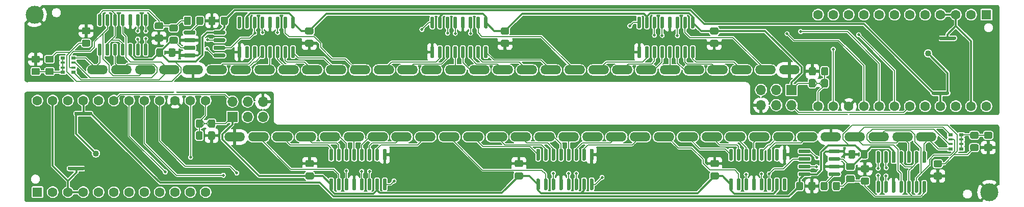
<source format=gbr>
G04 #@! TF.GenerationSoftware,KiCad,Pcbnew,5.1.6+dfsg1-1~bpo10+1*
G04 #@! TF.CreationDate,2020-08-18T06:39:38+03:00*
G04 #@! TF.ProjectId,beam_p,6265616d-5f70-42e6-9b69-6361645f7063,0.0.3*
G04 #@! TF.SameCoordinates,PX6a55ae0PY872eef0*
G04 #@! TF.FileFunction,Copper,L2,Bot*
G04 #@! TF.FilePolarity,Positive*
%FSLAX46Y46*%
G04 Gerber Fmt 4.6, Leading zero omitted, Abs format (unit mm)*
G04 Created by KiCad (PCBNEW 5.1.6+dfsg1-1~bpo10+1) date 2020-08-18 06:39:38*
%MOMM*%
%LPD*%
G01*
G04 APERTURE LIST*
G04 #@! TA.AperFunction,EtchedComponent*
%ADD10C,0.150000*%
G04 #@! TD*
G04 #@! TA.AperFunction,EtchedComponent*
%ADD11C,0.100000*%
G04 #@! TD*
G04 #@! TA.AperFunction,ComponentPad*
%ADD12O,1.700000X1.700000*%
G04 #@! TD*
G04 #@! TA.AperFunction,ComponentPad*
%ADD13R,1.700000X1.700000*%
G04 #@! TD*
G04 #@! TA.AperFunction,ComponentPad*
%ADD14C,3.000000*%
G04 #@! TD*
G04 #@! TA.AperFunction,ViaPad*
%ADD15C,0.600000*%
G04 #@! TD*
G04 #@! TA.AperFunction,ComponentPad*
%ADD16O,3.420000X1.550000*%
G04 #@! TD*
G04 #@! TA.AperFunction,SMDPad,CuDef*
%ADD17R,0.800000X0.500000*%
G04 #@! TD*
G04 #@! TA.AperFunction,SMDPad,CuDef*
%ADD18R,0.800000X0.400000*%
G04 #@! TD*
G04 #@! TA.AperFunction,ComponentPad*
%ADD19R,1.600000X1.600000*%
G04 #@! TD*
G04 #@! TA.AperFunction,ComponentPad*
%ADD20C,1.600000*%
G04 #@! TD*
G04 #@! TA.AperFunction,ViaPad*
%ADD21C,0.508000*%
G04 #@! TD*
G04 #@! TA.AperFunction,ViaPad*
%ADD22C,1.016000*%
G04 #@! TD*
G04 #@! TA.AperFunction,Conductor*
%ADD23C,0.152400*%
G04 #@! TD*
G04 #@! TA.AperFunction,Conductor*
%ADD24C,0.304800*%
G04 #@! TD*
G04 #@! TA.AperFunction,Conductor*
%ADD25C,0.200000*%
G04 #@! TD*
G04 APERTURE END LIST*
D10*
X30450000Y13250000D02*
X30750000Y12850000D01*
X29750000Y12850000D02*
X30050000Y13250000D01*
X30050000Y13250000D02*
X29750000Y13650000D01*
X30450000Y13250000D02*
X30050000Y13250000D01*
X30750000Y13650000D02*
X30450000Y13250000D01*
D11*
G36*
X8771980Y14596600D02*
G01*
X11171980Y14596600D01*
X11171980Y15196600D01*
X8771980Y15196600D01*
X8771980Y14596600D01*
G37*
G36*
X7651840Y5452600D02*
G01*
X10051840Y5452600D01*
X10051840Y6052600D01*
X7651840Y6052600D01*
X7651840Y5452600D01*
G37*
D10*
X131800000Y19950000D02*
X131500000Y20350000D01*
X132500000Y20350000D02*
X132200000Y19950000D01*
X132200000Y19950000D02*
X132500000Y19550000D01*
X131800000Y19950000D02*
X132200000Y19950000D01*
X131500000Y19550000D02*
X131800000Y19950000D01*
D11*
G36*
X153478020Y18603400D02*
G01*
X151078020Y18603400D01*
X151078020Y18003400D01*
X153478020Y18003400D01*
X153478020Y18603400D01*
G37*
G36*
X154598160Y27747400D02*
G01*
X152198160Y27747400D01*
X152198160Y27147400D01*
X154598160Y27147400D01*
X154598160Y27747400D01*
G37*
D12*
X39778880Y16897100D03*
X39778880Y14357100D03*
X37238880Y16897100D03*
X37238880Y14357100D03*
X34698880Y16897100D03*
D13*
X34698880Y14357100D03*
D14*
X160400000Y1850000D03*
G04 #@! TA.AperFunction,SMDPad,CuDef*
G36*
G01*
X30675000Y10799999D02*
X30675000Y11700001D01*
G75*
G02*
X30924999Y11950000I249999J0D01*
G01*
X31575001Y11950000D01*
G75*
G02*
X31825000Y11700001I0J-249999D01*
G01*
X31825000Y10799999D01*
G75*
G02*
X31575001Y10550000I-249999J0D01*
G01*
X30924999Y10550000D01*
G75*
G02*
X30675000Y10799999I0J249999D01*
G01*
G37*
G04 #@! TD.AperFunction*
G04 #@! TA.AperFunction,SMDPad,CuDef*
G36*
G01*
X28625000Y10799999D02*
X28625000Y11700001D01*
G75*
G02*
X28874999Y11950000I249999J0D01*
G01*
X29525001Y11950000D01*
G75*
G02*
X29775000Y11700001I0J-249999D01*
G01*
X29775000Y10799999D01*
G75*
G02*
X29525001Y10550000I-249999J0D01*
G01*
X28874999Y10550000D01*
G75*
G02*
X28625000Y10799999I0J249999D01*
G01*
G37*
G04 #@! TD.AperFunction*
G04 #@! TA.AperFunction,SMDPad,CuDef*
G36*
G01*
X29800000Y13700001D02*
X29800000Y12799999D01*
G75*
G02*
X29550001Y12550000I-249999J0D01*
G01*
X28899999Y12550000D01*
G75*
G02*
X28650000Y12799999I0J249999D01*
G01*
X28650000Y13700001D01*
G75*
G02*
X28899999Y13950000I249999J0D01*
G01*
X29550001Y13950000D01*
G75*
G02*
X29800000Y13700001I0J-249999D01*
G01*
G37*
G04 #@! TD.AperFunction*
G04 #@! TA.AperFunction,SMDPad,CuDef*
G36*
G01*
X31850000Y13700001D02*
X31850000Y12799999D01*
G75*
G02*
X31600001Y12550000I-249999J0D01*
G01*
X30949999Y12550000D01*
G75*
G02*
X30700000Y12799999I0J249999D01*
G01*
X30700000Y13700001D01*
G75*
G02*
X30949999Y13950000I249999J0D01*
G01*
X31600001Y13950000D01*
G75*
G02*
X31850000Y13700001I0J-249999D01*
G01*
G37*
G04 #@! TD.AperFunction*
D15*
X11171980Y14896600D03*
X9971980Y14896600D03*
X8771980Y14896600D03*
X7651840Y5752600D03*
X8851840Y5752600D03*
X10051840Y5752600D03*
G04 #@! TA.AperFunction,SMDPad,CuDef*
G36*
G01*
X139282959Y4247480D02*
X140182961Y4247480D01*
G75*
G02*
X140432960Y3997481I0J-249999D01*
G01*
X140432960Y3347479D01*
G75*
G02*
X140182961Y3097480I-249999J0D01*
G01*
X139282959Y3097480D01*
G75*
G02*
X139032960Y3347479I0J249999D01*
G01*
X139032960Y3997481D01*
G75*
G02*
X139282959Y4247480I249999J0D01*
G01*
G37*
G04 #@! TD.AperFunction*
G04 #@! TA.AperFunction,SMDPad,CuDef*
G36*
G01*
X139282959Y6297480D02*
X140182961Y6297480D01*
G75*
G02*
X140432960Y6047481I0J-249999D01*
G01*
X140432960Y5397479D01*
G75*
G02*
X140182961Y5147480I-249999J0D01*
G01*
X139282959Y5147480D01*
G75*
G02*
X139032960Y5397479I0J249999D01*
G01*
X139032960Y6047481D01*
G75*
G02*
X139282959Y6297480I249999J0D01*
G01*
G37*
G04 #@! TD.AperFunction*
G04 #@! TA.AperFunction,SMDPad,CuDef*
G36*
G01*
X133527320Y3290741D02*
X133527320Y2390739D01*
G75*
G02*
X133277321Y2140740I-249999J0D01*
G01*
X132627319Y2140740D01*
G75*
G02*
X132377320Y2390739I0J249999D01*
G01*
X132377320Y3290741D01*
G75*
G02*
X132627319Y3540740I249999J0D01*
G01*
X133277321Y3540740D01*
G75*
G02*
X133527320Y3290741I0J-249999D01*
G01*
G37*
G04 #@! TD.AperFunction*
G04 #@! TA.AperFunction,SMDPad,CuDef*
G36*
G01*
X135577320Y3290741D02*
X135577320Y2390739D01*
G75*
G02*
X135327321Y2140740I-249999J0D01*
G01*
X134677319Y2140740D01*
G75*
G02*
X134427320Y2390739I0J249999D01*
G01*
X134427320Y3290741D01*
G75*
G02*
X134677319Y3540740I249999J0D01*
G01*
X135327321Y3540740D01*
G75*
G02*
X135577320Y3290741I0J-249999D01*
G01*
G37*
G04 #@! TD.AperFunction*
G04 #@! TA.AperFunction,SMDPad,CuDef*
G36*
G01*
X137742021Y5518320D02*
X136842019Y5518320D01*
G75*
G02*
X136592020Y5768319I0J249999D01*
G01*
X136592020Y6418321D01*
G75*
G02*
X136842019Y6668320I249999J0D01*
G01*
X137742021Y6668320D01*
G75*
G02*
X137992020Y6418321I0J-249999D01*
G01*
X137992020Y5768319D01*
G75*
G02*
X137742021Y5518320I-249999J0D01*
G01*
G37*
G04 #@! TD.AperFunction*
G04 #@! TA.AperFunction,SMDPad,CuDef*
G36*
G01*
X137742021Y3468320D02*
X136842019Y3468320D01*
G75*
G02*
X136592020Y3718319I0J249999D01*
G01*
X136592020Y4368321D01*
G75*
G02*
X136842019Y4618320I249999J0D01*
G01*
X137742021Y4618320D01*
G75*
G02*
X137992020Y4368321I0J-249999D01*
G01*
X137992020Y3718319D01*
G75*
G02*
X137742021Y3468320I-249999J0D01*
G01*
G37*
G04 #@! TD.AperFunction*
G04 #@! TA.AperFunction,SMDPad,CuDef*
G36*
G01*
X160652821Y10722780D02*
X159752819Y10722780D01*
G75*
G02*
X159502820Y10972779I0J249999D01*
G01*
X159502820Y11622781D01*
G75*
G02*
X159752819Y11872780I249999J0D01*
G01*
X160652821Y11872780D01*
G75*
G02*
X160902820Y11622781I0J-249999D01*
G01*
X160902820Y10972779D01*
G75*
G02*
X160652821Y10722780I-249999J0D01*
G01*
G37*
G04 #@! TD.AperFunction*
G04 #@! TA.AperFunction,SMDPad,CuDef*
G36*
G01*
X160652821Y8672780D02*
X159752819Y8672780D01*
G75*
G02*
X159502820Y8922779I0J249999D01*
G01*
X159502820Y9572781D01*
G75*
G02*
X159752819Y9822780I249999J0D01*
G01*
X160652821Y9822780D01*
G75*
G02*
X160902820Y9572781I0J-249999D01*
G01*
X160902820Y8922779D01*
G75*
G02*
X160652821Y8672780I-249999J0D01*
G01*
G37*
G04 #@! TD.AperFunction*
G04 #@! TA.AperFunction,SMDPad,CuDef*
G36*
G01*
X158346501Y10716540D02*
X157446499Y10716540D01*
G75*
G02*
X157196500Y10966539I0J249999D01*
G01*
X157196500Y11616541D01*
G75*
G02*
X157446499Y11866540I249999J0D01*
G01*
X158346501Y11866540D01*
G75*
G02*
X158596500Y11616541I0J-249999D01*
G01*
X158596500Y10966539D01*
G75*
G02*
X158346501Y10716540I-249999J0D01*
G01*
G37*
G04 #@! TD.AperFunction*
G04 #@! TA.AperFunction,SMDPad,CuDef*
G36*
G01*
X158346501Y8666540D02*
X157446499Y8666540D01*
G75*
G02*
X157196500Y8916539I0J249999D01*
G01*
X157196500Y9566541D01*
G75*
G02*
X157446499Y9816540I249999J0D01*
G01*
X158346501Y9816540D01*
G75*
G02*
X158596500Y9566541I0J-249999D01*
G01*
X158596500Y8916539D01*
G75*
G02*
X158346501Y8666540I-249999J0D01*
G01*
G37*
G04 #@! TD.AperFunction*
G04 #@! TA.AperFunction,SMDPad,CuDef*
G36*
G01*
X139032340Y7681559D02*
X139032340Y8581561D01*
G75*
G02*
X139282339Y8831560I249999J0D01*
G01*
X139932341Y8831560D01*
G75*
G02*
X140182340Y8581561I0J-249999D01*
G01*
X140182340Y7681559D01*
G75*
G02*
X139932341Y7431560I-249999J0D01*
G01*
X139282339Y7431560D01*
G75*
G02*
X139032340Y7681559I0J249999D01*
G01*
G37*
G04 #@! TD.AperFunction*
G04 #@! TA.AperFunction,SMDPad,CuDef*
G36*
G01*
X136982340Y7681559D02*
X136982340Y8581561D01*
G75*
G02*
X137232339Y8831560I249999J0D01*
G01*
X137882341Y8831560D01*
G75*
G02*
X138132340Y8581561I0J-249999D01*
G01*
X138132340Y7681559D01*
G75*
G02*
X137882341Y7431560I-249999J0D01*
G01*
X137232339Y7431560D01*
G75*
G02*
X136982340Y7681559I0J249999D01*
G01*
G37*
G04 #@! TD.AperFunction*
G04 #@! TA.AperFunction,SMDPad,CuDef*
G36*
G01*
X114332539Y5116160D02*
X115232541Y5116160D01*
G75*
G02*
X115482540Y4866161I0J-249999D01*
G01*
X115482540Y4216159D01*
G75*
G02*
X115232541Y3966160I-249999J0D01*
G01*
X114332539Y3966160D01*
G75*
G02*
X114082540Y4216159I0J249999D01*
G01*
X114082540Y4866161D01*
G75*
G02*
X114332539Y5116160I249999J0D01*
G01*
G37*
G04 #@! TD.AperFunction*
G04 #@! TA.AperFunction,SMDPad,CuDef*
G36*
G01*
X114332539Y7166160D02*
X115232541Y7166160D01*
G75*
G02*
X115482540Y6916161I0J-249999D01*
G01*
X115482540Y6266159D01*
G75*
G02*
X115232541Y6016160I-249999J0D01*
G01*
X114332539Y6016160D01*
G75*
G02*
X114082540Y6266159I0J249999D01*
G01*
X114082540Y6916161D01*
G75*
G02*
X114332539Y7166160I249999J0D01*
G01*
G37*
G04 #@! TD.AperFunction*
G04 #@! TA.AperFunction,SMDPad,CuDef*
G36*
G01*
X81831719Y5116160D02*
X82731721Y5116160D01*
G75*
G02*
X82981720Y4866161I0J-249999D01*
G01*
X82981720Y4216159D01*
G75*
G02*
X82731721Y3966160I-249999J0D01*
G01*
X81831719Y3966160D01*
G75*
G02*
X81581720Y4216159I0J249999D01*
G01*
X81581720Y4866161D01*
G75*
G02*
X81831719Y5116160I249999J0D01*
G01*
G37*
G04 #@! TD.AperFunction*
G04 #@! TA.AperFunction,SMDPad,CuDef*
G36*
G01*
X81831719Y7166160D02*
X82731721Y7166160D01*
G75*
G02*
X82981720Y6916161I0J-249999D01*
G01*
X82981720Y6266159D01*
G75*
G02*
X82731721Y6016160I-249999J0D01*
G01*
X81831719Y6016160D01*
G75*
G02*
X81581720Y6266159I0J249999D01*
G01*
X81581720Y6916161D01*
G75*
G02*
X81831719Y7166160I249999J0D01*
G01*
G37*
G04 #@! TD.AperFunction*
G04 #@! TA.AperFunction,SMDPad,CuDef*
G36*
G01*
X152273361Y5988220D02*
X151373359Y5988220D01*
G75*
G02*
X151123360Y6238219I0J249999D01*
G01*
X151123360Y6888221D01*
G75*
G02*
X151373359Y7138220I249999J0D01*
G01*
X152273361Y7138220D01*
G75*
G02*
X152523360Y6888221I0J-249999D01*
G01*
X152523360Y6238219D01*
G75*
G02*
X152273361Y5988220I-249999J0D01*
G01*
G37*
G04 #@! TD.AperFunction*
G04 #@! TA.AperFunction,SMDPad,CuDef*
G36*
G01*
X152273361Y3938220D02*
X151373359Y3938220D01*
G75*
G02*
X151123360Y4188219I0J249999D01*
G01*
X151123360Y4838221D01*
G75*
G02*
X151373359Y5088220I249999J0D01*
G01*
X152273361Y5088220D01*
G75*
G02*
X152523360Y4838221I0J-249999D01*
G01*
X152523360Y4188219D01*
G75*
G02*
X152273361Y3938220I-249999J0D01*
G01*
G37*
G04 #@! TD.AperFunction*
G04 #@! TA.AperFunction,SMDPad,CuDef*
G36*
G01*
X47092139Y5116160D02*
X47992141Y5116160D01*
G75*
G02*
X48242140Y4866161I0J-249999D01*
G01*
X48242140Y4216159D01*
G75*
G02*
X47992141Y3966160I-249999J0D01*
G01*
X47092139Y3966160D01*
G75*
G02*
X46842140Y4216159I0J249999D01*
G01*
X46842140Y4866161D01*
G75*
G02*
X47092139Y5116160I249999J0D01*
G01*
G37*
G04 #@! TD.AperFunction*
G04 #@! TA.AperFunction,SMDPad,CuDef*
G36*
G01*
X47092139Y7166160D02*
X47992141Y7166160D01*
G75*
G02*
X48242140Y6916161I0J-249999D01*
G01*
X48242140Y6266159D01*
G75*
G02*
X47992141Y6016160I-249999J0D01*
G01*
X47092139Y6016160D01*
G75*
G02*
X46842140Y6266159I0J249999D01*
G01*
X46842140Y6916161D01*
G75*
G02*
X47092139Y7166160I249999J0D01*
G01*
G37*
G04 #@! TD.AperFunction*
G04 #@! TA.AperFunction,SMDPad,CuDef*
G36*
G01*
X129460780Y3290741D02*
X129460780Y2390739D01*
G75*
G02*
X129210781Y2140740I-249999J0D01*
G01*
X128560779Y2140740D01*
G75*
G02*
X128310780Y2390739I0J249999D01*
G01*
X128310780Y3290741D01*
G75*
G02*
X128560779Y3540740I249999J0D01*
G01*
X129210781Y3540740D01*
G75*
G02*
X129460780Y3290741I0J-249999D01*
G01*
G37*
G04 #@! TD.AperFunction*
G04 #@! TA.AperFunction,SMDPad,CuDef*
G36*
G01*
X131510780Y3290741D02*
X131510780Y2390739D01*
G75*
G02*
X131260781Y2140740I-249999J0D01*
G01*
X130610779Y2140740D01*
G75*
G02*
X130360780Y2390739I0J249999D01*
G01*
X130360780Y3290741D01*
G75*
G02*
X130610779Y3540740I249999J0D01*
G01*
X131260781Y3540740D01*
G75*
G02*
X131510780Y3290741I0J-249999D01*
G01*
G37*
G04 #@! TD.AperFunction*
G04 #@! TA.AperFunction,SMDPad,CuDef*
G36*
G01*
X85310780Y9046640D02*
X85610780Y9046640D01*
G75*
G02*
X85760780Y8896640I0J-150000D01*
G01*
X85760780Y7246640D01*
G75*
G02*
X85610780Y7096640I-150000J0D01*
G01*
X85310780Y7096640D01*
G75*
G02*
X85160780Y7246640I0J150000D01*
G01*
X85160780Y8896640D01*
G75*
G02*
X85310780Y9046640I150000J0D01*
G01*
G37*
G04 #@! TD.AperFunction*
G04 #@! TA.AperFunction,SMDPad,CuDef*
G36*
G01*
X86580780Y9046640D02*
X86880780Y9046640D01*
G75*
G02*
X87030780Y8896640I0J-150000D01*
G01*
X87030780Y7246640D01*
G75*
G02*
X86880780Y7096640I-150000J0D01*
G01*
X86580780Y7096640D01*
G75*
G02*
X86430780Y7246640I0J150000D01*
G01*
X86430780Y8896640D01*
G75*
G02*
X86580780Y9046640I150000J0D01*
G01*
G37*
G04 #@! TD.AperFunction*
G04 #@! TA.AperFunction,SMDPad,CuDef*
G36*
G01*
X87850780Y9046640D02*
X88150780Y9046640D01*
G75*
G02*
X88300780Y8896640I0J-150000D01*
G01*
X88300780Y7246640D01*
G75*
G02*
X88150780Y7096640I-150000J0D01*
G01*
X87850780Y7096640D01*
G75*
G02*
X87700780Y7246640I0J150000D01*
G01*
X87700780Y8896640D01*
G75*
G02*
X87850780Y9046640I150000J0D01*
G01*
G37*
G04 #@! TD.AperFunction*
G04 #@! TA.AperFunction,SMDPad,CuDef*
G36*
G01*
X89120780Y9046640D02*
X89420780Y9046640D01*
G75*
G02*
X89570780Y8896640I0J-150000D01*
G01*
X89570780Y7246640D01*
G75*
G02*
X89420780Y7096640I-150000J0D01*
G01*
X89120780Y7096640D01*
G75*
G02*
X88970780Y7246640I0J150000D01*
G01*
X88970780Y8896640D01*
G75*
G02*
X89120780Y9046640I150000J0D01*
G01*
G37*
G04 #@! TD.AperFunction*
G04 #@! TA.AperFunction,SMDPad,CuDef*
G36*
G01*
X90390780Y9046640D02*
X90690780Y9046640D01*
G75*
G02*
X90840780Y8896640I0J-150000D01*
G01*
X90840780Y7246640D01*
G75*
G02*
X90690780Y7096640I-150000J0D01*
G01*
X90390780Y7096640D01*
G75*
G02*
X90240780Y7246640I0J150000D01*
G01*
X90240780Y8896640D01*
G75*
G02*
X90390780Y9046640I150000J0D01*
G01*
G37*
G04 #@! TD.AperFunction*
G04 #@! TA.AperFunction,SMDPad,CuDef*
G36*
G01*
X91660780Y9046640D02*
X91960780Y9046640D01*
G75*
G02*
X92110780Y8896640I0J-150000D01*
G01*
X92110780Y7246640D01*
G75*
G02*
X91960780Y7096640I-150000J0D01*
G01*
X91660780Y7096640D01*
G75*
G02*
X91510780Y7246640I0J150000D01*
G01*
X91510780Y8896640D01*
G75*
G02*
X91660780Y9046640I150000J0D01*
G01*
G37*
G04 #@! TD.AperFunction*
G04 #@! TA.AperFunction,SMDPad,CuDef*
G36*
G01*
X92930780Y9046640D02*
X93230780Y9046640D01*
G75*
G02*
X93380780Y8896640I0J-150000D01*
G01*
X93380780Y7246640D01*
G75*
G02*
X93230780Y7096640I-150000J0D01*
G01*
X92930780Y7096640D01*
G75*
G02*
X92780780Y7246640I0J150000D01*
G01*
X92780780Y8896640D01*
G75*
G02*
X92930780Y9046640I150000J0D01*
G01*
G37*
G04 #@! TD.AperFunction*
G04 #@! TA.AperFunction,SMDPad,CuDef*
G36*
G01*
X94200780Y9046640D02*
X94500780Y9046640D01*
G75*
G02*
X94650780Y8896640I0J-150000D01*
G01*
X94650780Y7246640D01*
G75*
G02*
X94500780Y7096640I-150000J0D01*
G01*
X94200780Y7096640D01*
G75*
G02*
X94050780Y7246640I0J150000D01*
G01*
X94050780Y8896640D01*
G75*
G02*
X94200780Y9046640I150000J0D01*
G01*
G37*
G04 #@! TD.AperFunction*
G04 #@! TA.AperFunction,SMDPad,CuDef*
G36*
G01*
X94200780Y4096640D02*
X94500780Y4096640D01*
G75*
G02*
X94650780Y3946640I0J-150000D01*
G01*
X94650780Y2296640D01*
G75*
G02*
X94500780Y2146640I-150000J0D01*
G01*
X94200780Y2146640D01*
G75*
G02*
X94050780Y2296640I0J150000D01*
G01*
X94050780Y3946640D01*
G75*
G02*
X94200780Y4096640I150000J0D01*
G01*
G37*
G04 #@! TD.AperFunction*
G04 #@! TA.AperFunction,SMDPad,CuDef*
G36*
G01*
X92930780Y4096640D02*
X93230780Y4096640D01*
G75*
G02*
X93380780Y3946640I0J-150000D01*
G01*
X93380780Y2296640D01*
G75*
G02*
X93230780Y2146640I-150000J0D01*
G01*
X92930780Y2146640D01*
G75*
G02*
X92780780Y2296640I0J150000D01*
G01*
X92780780Y3946640D01*
G75*
G02*
X92930780Y4096640I150000J0D01*
G01*
G37*
G04 #@! TD.AperFunction*
G04 #@! TA.AperFunction,SMDPad,CuDef*
G36*
G01*
X91660780Y4096640D02*
X91960780Y4096640D01*
G75*
G02*
X92110780Y3946640I0J-150000D01*
G01*
X92110780Y2296640D01*
G75*
G02*
X91960780Y2146640I-150000J0D01*
G01*
X91660780Y2146640D01*
G75*
G02*
X91510780Y2296640I0J150000D01*
G01*
X91510780Y3946640D01*
G75*
G02*
X91660780Y4096640I150000J0D01*
G01*
G37*
G04 #@! TD.AperFunction*
G04 #@! TA.AperFunction,SMDPad,CuDef*
G36*
G01*
X90390780Y4096640D02*
X90690780Y4096640D01*
G75*
G02*
X90840780Y3946640I0J-150000D01*
G01*
X90840780Y2296640D01*
G75*
G02*
X90690780Y2146640I-150000J0D01*
G01*
X90390780Y2146640D01*
G75*
G02*
X90240780Y2296640I0J150000D01*
G01*
X90240780Y3946640D01*
G75*
G02*
X90390780Y4096640I150000J0D01*
G01*
G37*
G04 #@! TD.AperFunction*
G04 #@! TA.AperFunction,SMDPad,CuDef*
G36*
G01*
X89120780Y4096640D02*
X89420780Y4096640D01*
G75*
G02*
X89570780Y3946640I0J-150000D01*
G01*
X89570780Y2296640D01*
G75*
G02*
X89420780Y2146640I-150000J0D01*
G01*
X89120780Y2146640D01*
G75*
G02*
X88970780Y2296640I0J150000D01*
G01*
X88970780Y3946640D01*
G75*
G02*
X89120780Y4096640I150000J0D01*
G01*
G37*
G04 #@! TD.AperFunction*
G04 #@! TA.AperFunction,SMDPad,CuDef*
G36*
G01*
X87850780Y4096640D02*
X88150780Y4096640D01*
G75*
G02*
X88300780Y3946640I0J-150000D01*
G01*
X88300780Y2296640D01*
G75*
G02*
X88150780Y2146640I-150000J0D01*
G01*
X87850780Y2146640D01*
G75*
G02*
X87700780Y2296640I0J150000D01*
G01*
X87700780Y3946640D01*
G75*
G02*
X87850780Y4096640I150000J0D01*
G01*
G37*
G04 #@! TD.AperFunction*
G04 #@! TA.AperFunction,SMDPad,CuDef*
G36*
G01*
X86580780Y4096640D02*
X86880780Y4096640D01*
G75*
G02*
X87030780Y3946640I0J-150000D01*
G01*
X87030780Y2296640D01*
G75*
G02*
X86880780Y2146640I-150000J0D01*
G01*
X86580780Y2146640D01*
G75*
G02*
X86430780Y2296640I0J150000D01*
G01*
X86430780Y3946640D01*
G75*
G02*
X86580780Y4096640I150000J0D01*
G01*
G37*
G04 #@! TD.AperFunction*
G04 #@! TA.AperFunction,SMDPad,CuDef*
G36*
G01*
X85310780Y4096640D02*
X85610780Y4096640D01*
G75*
G02*
X85760780Y3946640I0J-150000D01*
G01*
X85760780Y2296640D01*
G75*
G02*
X85610780Y2146640I-150000J0D01*
G01*
X85310780Y2146640D01*
G75*
G02*
X85160780Y2296640I0J150000D01*
G01*
X85160780Y3946640D01*
G75*
G02*
X85310780Y4096640I150000J0D01*
G01*
G37*
G04 #@! TD.AperFunction*
D16*
X35081660Y11024620D03*
X39041660Y11024620D03*
X43001660Y11024620D03*
X46961660Y11024620D03*
X50921660Y11024620D03*
X54881660Y11024620D03*
X58841660Y11024620D03*
X62801660Y11024620D03*
X66761660Y11024620D03*
X70721660Y11024620D03*
X74681660Y11024620D03*
X78641660Y11024620D03*
X82601660Y11024620D03*
X86561660Y11024620D03*
X90521660Y11024620D03*
X94481660Y11024620D03*
X98441660Y11024620D03*
X102401660Y11024620D03*
X106361660Y11024620D03*
X110321660Y11024620D03*
X114281660Y11024620D03*
X118241660Y11024620D03*
X122201660Y11024620D03*
X126161660Y11024620D03*
X130121660Y11024620D03*
X134081660Y11024620D03*
X138041660Y11024620D03*
X142001660Y11024620D03*
X145961660Y11024620D03*
X149921660Y11024620D03*
D17*
X153930720Y9011820D03*
D18*
X153930720Y9811820D03*
D17*
X153930720Y11411820D03*
D18*
X153930720Y10611820D03*
D17*
X155730720Y9011820D03*
D18*
X155730720Y10611820D03*
X155730720Y9811820D03*
D17*
X155730720Y11411820D03*
D19*
X2346900Y1833380D03*
D20*
X4886900Y1833380D03*
X7426900Y1833380D03*
X9966900Y1833380D03*
X12506900Y1833380D03*
X15046900Y1833380D03*
X17586900Y1833380D03*
X20126900Y1833380D03*
X22666900Y1833380D03*
X25206900Y1833380D03*
X27746900Y1833380D03*
X30286900Y1833380D03*
X30286900Y17073380D03*
X27746900Y17073380D03*
X25206900Y17073380D03*
X22666900Y17073380D03*
X20126900Y17073380D03*
X17586900Y17073380D03*
X15046900Y17073380D03*
X12506900Y17073380D03*
X9966900Y17073380D03*
X7426900Y17073380D03*
X4886900Y17073380D03*
X2346900Y17073380D03*
G04 #@! TA.AperFunction,SMDPad,CuDef*
G36*
G01*
X133671380Y4651620D02*
X133671380Y4951620D01*
G75*
G02*
X133821380Y5101620I150000J0D01*
G01*
X135471380Y5101620D01*
G75*
G02*
X135621380Y4951620I0J-150000D01*
G01*
X135621380Y4651620D01*
G75*
G02*
X135471380Y4501620I-150000J0D01*
G01*
X133821380Y4501620D01*
G75*
G02*
X133671380Y4651620I0J150000D01*
G01*
G37*
G04 #@! TD.AperFunction*
G04 #@! TA.AperFunction,SMDPad,CuDef*
G36*
G01*
X133671380Y5921620D02*
X133671380Y6221620D01*
G75*
G02*
X133821380Y6371620I150000J0D01*
G01*
X135471380Y6371620D01*
G75*
G02*
X135621380Y6221620I0J-150000D01*
G01*
X135621380Y5921620D01*
G75*
G02*
X135471380Y5771620I-150000J0D01*
G01*
X133821380Y5771620D01*
G75*
G02*
X133671380Y5921620I0J150000D01*
G01*
G37*
G04 #@! TD.AperFunction*
G04 #@! TA.AperFunction,SMDPad,CuDef*
G36*
G01*
X133671380Y7191620D02*
X133671380Y7491620D01*
G75*
G02*
X133821380Y7641620I150000J0D01*
G01*
X135471380Y7641620D01*
G75*
G02*
X135621380Y7491620I0J-150000D01*
G01*
X135621380Y7191620D01*
G75*
G02*
X135471380Y7041620I-150000J0D01*
G01*
X133821380Y7041620D01*
G75*
G02*
X133671380Y7191620I0J150000D01*
G01*
G37*
G04 #@! TD.AperFunction*
G04 #@! TA.AperFunction,SMDPad,CuDef*
G36*
G01*
X133671380Y8461620D02*
X133671380Y8761620D01*
G75*
G02*
X133821380Y8911620I150000J0D01*
G01*
X135471380Y8911620D01*
G75*
G02*
X135621380Y8761620I0J-150000D01*
G01*
X135621380Y8461620D01*
G75*
G02*
X135471380Y8311620I-150000J0D01*
G01*
X133821380Y8311620D01*
G75*
G02*
X133671380Y8461620I0J150000D01*
G01*
G37*
G04 #@! TD.AperFunction*
G04 #@! TA.AperFunction,SMDPad,CuDef*
G36*
G01*
X128721380Y8461620D02*
X128721380Y8761620D01*
G75*
G02*
X128871380Y8911620I150000J0D01*
G01*
X130521380Y8911620D01*
G75*
G02*
X130671380Y8761620I0J-150000D01*
G01*
X130671380Y8461620D01*
G75*
G02*
X130521380Y8311620I-150000J0D01*
G01*
X128871380Y8311620D01*
G75*
G02*
X128721380Y8461620I0J150000D01*
G01*
G37*
G04 #@! TD.AperFunction*
G04 #@! TA.AperFunction,SMDPad,CuDef*
G36*
G01*
X128721380Y7191620D02*
X128721380Y7491620D01*
G75*
G02*
X128871380Y7641620I150000J0D01*
G01*
X130521380Y7641620D01*
G75*
G02*
X130671380Y7491620I0J-150000D01*
G01*
X130671380Y7191620D01*
G75*
G02*
X130521380Y7041620I-150000J0D01*
G01*
X128871380Y7041620D01*
G75*
G02*
X128721380Y7191620I0J150000D01*
G01*
G37*
G04 #@! TD.AperFunction*
G04 #@! TA.AperFunction,SMDPad,CuDef*
G36*
G01*
X128721380Y5921620D02*
X128721380Y6221620D01*
G75*
G02*
X128871380Y6371620I150000J0D01*
G01*
X130521380Y6371620D01*
G75*
G02*
X130671380Y6221620I0J-150000D01*
G01*
X130671380Y5921620D01*
G75*
G02*
X130521380Y5771620I-150000J0D01*
G01*
X128871380Y5771620D01*
G75*
G02*
X128721380Y5921620I0J150000D01*
G01*
G37*
G04 #@! TD.AperFunction*
G04 #@! TA.AperFunction,SMDPad,CuDef*
G36*
G01*
X128721380Y4651620D02*
X128721380Y4951620D01*
G75*
G02*
X128871380Y5101620I150000J0D01*
G01*
X130521380Y5101620D01*
G75*
G02*
X130671380Y4951620I0J-150000D01*
G01*
X130671380Y4651620D01*
G75*
G02*
X130521380Y4501620I-150000J0D01*
G01*
X128871380Y4501620D01*
G75*
G02*
X128721380Y4651620I0J150000D01*
G01*
G37*
G04 #@! TD.AperFunction*
G04 #@! TA.AperFunction,SMDPad,CuDef*
G36*
G01*
X117342720Y4096640D02*
X117642720Y4096640D01*
G75*
G02*
X117792720Y3946640I0J-150000D01*
G01*
X117792720Y2296640D01*
G75*
G02*
X117642720Y2146640I-150000J0D01*
G01*
X117342720Y2146640D01*
G75*
G02*
X117192720Y2296640I0J150000D01*
G01*
X117192720Y3946640D01*
G75*
G02*
X117342720Y4096640I150000J0D01*
G01*
G37*
G04 #@! TD.AperFunction*
G04 #@! TA.AperFunction,SMDPad,CuDef*
G36*
G01*
X118612720Y4096640D02*
X118912720Y4096640D01*
G75*
G02*
X119062720Y3946640I0J-150000D01*
G01*
X119062720Y2296640D01*
G75*
G02*
X118912720Y2146640I-150000J0D01*
G01*
X118612720Y2146640D01*
G75*
G02*
X118462720Y2296640I0J150000D01*
G01*
X118462720Y3946640D01*
G75*
G02*
X118612720Y4096640I150000J0D01*
G01*
G37*
G04 #@! TD.AperFunction*
G04 #@! TA.AperFunction,SMDPad,CuDef*
G36*
G01*
X119882720Y4096640D02*
X120182720Y4096640D01*
G75*
G02*
X120332720Y3946640I0J-150000D01*
G01*
X120332720Y2296640D01*
G75*
G02*
X120182720Y2146640I-150000J0D01*
G01*
X119882720Y2146640D01*
G75*
G02*
X119732720Y2296640I0J150000D01*
G01*
X119732720Y3946640D01*
G75*
G02*
X119882720Y4096640I150000J0D01*
G01*
G37*
G04 #@! TD.AperFunction*
G04 #@! TA.AperFunction,SMDPad,CuDef*
G36*
G01*
X121152720Y4096640D02*
X121452720Y4096640D01*
G75*
G02*
X121602720Y3946640I0J-150000D01*
G01*
X121602720Y2296640D01*
G75*
G02*
X121452720Y2146640I-150000J0D01*
G01*
X121152720Y2146640D01*
G75*
G02*
X121002720Y2296640I0J150000D01*
G01*
X121002720Y3946640D01*
G75*
G02*
X121152720Y4096640I150000J0D01*
G01*
G37*
G04 #@! TD.AperFunction*
G04 #@! TA.AperFunction,SMDPad,CuDef*
G36*
G01*
X122422720Y4096640D02*
X122722720Y4096640D01*
G75*
G02*
X122872720Y3946640I0J-150000D01*
G01*
X122872720Y2296640D01*
G75*
G02*
X122722720Y2146640I-150000J0D01*
G01*
X122422720Y2146640D01*
G75*
G02*
X122272720Y2296640I0J150000D01*
G01*
X122272720Y3946640D01*
G75*
G02*
X122422720Y4096640I150000J0D01*
G01*
G37*
G04 #@! TD.AperFunction*
G04 #@! TA.AperFunction,SMDPad,CuDef*
G36*
G01*
X123692720Y4096640D02*
X123992720Y4096640D01*
G75*
G02*
X124142720Y3946640I0J-150000D01*
G01*
X124142720Y2296640D01*
G75*
G02*
X123992720Y2146640I-150000J0D01*
G01*
X123692720Y2146640D01*
G75*
G02*
X123542720Y2296640I0J150000D01*
G01*
X123542720Y3946640D01*
G75*
G02*
X123692720Y4096640I150000J0D01*
G01*
G37*
G04 #@! TD.AperFunction*
G04 #@! TA.AperFunction,SMDPad,CuDef*
G36*
G01*
X124962720Y4096640D02*
X125262720Y4096640D01*
G75*
G02*
X125412720Y3946640I0J-150000D01*
G01*
X125412720Y2296640D01*
G75*
G02*
X125262720Y2146640I-150000J0D01*
G01*
X124962720Y2146640D01*
G75*
G02*
X124812720Y2296640I0J150000D01*
G01*
X124812720Y3946640D01*
G75*
G02*
X124962720Y4096640I150000J0D01*
G01*
G37*
G04 #@! TD.AperFunction*
G04 #@! TA.AperFunction,SMDPad,CuDef*
G36*
G01*
X126232720Y4096640D02*
X126532720Y4096640D01*
G75*
G02*
X126682720Y3946640I0J-150000D01*
G01*
X126682720Y2296640D01*
G75*
G02*
X126532720Y2146640I-150000J0D01*
G01*
X126232720Y2146640D01*
G75*
G02*
X126082720Y2296640I0J150000D01*
G01*
X126082720Y3946640D01*
G75*
G02*
X126232720Y4096640I150000J0D01*
G01*
G37*
G04 #@! TD.AperFunction*
G04 #@! TA.AperFunction,SMDPad,CuDef*
G36*
G01*
X126232720Y9046640D02*
X126532720Y9046640D01*
G75*
G02*
X126682720Y8896640I0J-150000D01*
G01*
X126682720Y7246640D01*
G75*
G02*
X126532720Y7096640I-150000J0D01*
G01*
X126232720Y7096640D01*
G75*
G02*
X126082720Y7246640I0J150000D01*
G01*
X126082720Y8896640D01*
G75*
G02*
X126232720Y9046640I150000J0D01*
G01*
G37*
G04 #@! TD.AperFunction*
G04 #@! TA.AperFunction,SMDPad,CuDef*
G36*
G01*
X124962720Y9046640D02*
X125262720Y9046640D01*
G75*
G02*
X125412720Y8896640I0J-150000D01*
G01*
X125412720Y7246640D01*
G75*
G02*
X125262720Y7096640I-150000J0D01*
G01*
X124962720Y7096640D01*
G75*
G02*
X124812720Y7246640I0J150000D01*
G01*
X124812720Y8896640D01*
G75*
G02*
X124962720Y9046640I150000J0D01*
G01*
G37*
G04 #@! TD.AperFunction*
G04 #@! TA.AperFunction,SMDPad,CuDef*
G36*
G01*
X123692720Y9046640D02*
X123992720Y9046640D01*
G75*
G02*
X124142720Y8896640I0J-150000D01*
G01*
X124142720Y7246640D01*
G75*
G02*
X123992720Y7096640I-150000J0D01*
G01*
X123692720Y7096640D01*
G75*
G02*
X123542720Y7246640I0J150000D01*
G01*
X123542720Y8896640D01*
G75*
G02*
X123692720Y9046640I150000J0D01*
G01*
G37*
G04 #@! TD.AperFunction*
G04 #@! TA.AperFunction,SMDPad,CuDef*
G36*
G01*
X122422720Y9046640D02*
X122722720Y9046640D01*
G75*
G02*
X122872720Y8896640I0J-150000D01*
G01*
X122872720Y7246640D01*
G75*
G02*
X122722720Y7096640I-150000J0D01*
G01*
X122422720Y7096640D01*
G75*
G02*
X122272720Y7246640I0J150000D01*
G01*
X122272720Y8896640D01*
G75*
G02*
X122422720Y9046640I150000J0D01*
G01*
G37*
G04 #@! TD.AperFunction*
G04 #@! TA.AperFunction,SMDPad,CuDef*
G36*
G01*
X121152720Y9046640D02*
X121452720Y9046640D01*
G75*
G02*
X121602720Y8896640I0J-150000D01*
G01*
X121602720Y7246640D01*
G75*
G02*
X121452720Y7096640I-150000J0D01*
G01*
X121152720Y7096640D01*
G75*
G02*
X121002720Y7246640I0J150000D01*
G01*
X121002720Y8896640D01*
G75*
G02*
X121152720Y9046640I150000J0D01*
G01*
G37*
G04 #@! TD.AperFunction*
G04 #@! TA.AperFunction,SMDPad,CuDef*
G36*
G01*
X119882720Y9046640D02*
X120182720Y9046640D01*
G75*
G02*
X120332720Y8896640I0J-150000D01*
G01*
X120332720Y7246640D01*
G75*
G02*
X120182720Y7096640I-150000J0D01*
G01*
X119882720Y7096640D01*
G75*
G02*
X119732720Y7246640I0J150000D01*
G01*
X119732720Y8896640D01*
G75*
G02*
X119882720Y9046640I150000J0D01*
G01*
G37*
G04 #@! TD.AperFunction*
G04 #@! TA.AperFunction,SMDPad,CuDef*
G36*
G01*
X118612720Y9046640D02*
X118912720Y9046640D01*
G75*
G02*
X119062720Y8896640I0J-150000D01*
G01*
X119062720Y7246640D01*
G75*
G02*
X118912720Y7096640I-150000J0D01*
G01*
X118612720Y7096640D01*
G75*
G02*
X118462720Y7246640I0J150000D01*
G01*
X118462720Y8896640D01*
G75*
G02*
X118612720Y9046640I150000J0D01*
G01*
G37*
G04 #@! TD.AperFunction*
G04 #@! TA.AperFunction,SMDPad,CuDef*
G36*
G01*
X117342720Y9046640D02*
X117642720Y9046640D01*
G75*
G02*
X117792720Y8896640I0J-150000D01*
G01*
X117792720Y7246640D01*
G75*
G02*
X117642720Y7096640I-150000J0D01*
G01*
X117342720Y7096640D01*
G75*
G02*
X117192720Y7246640I0J150000D01*
G01*
X117192720Y8896640D01*
G75*
G02*
X117342720Y9046640I150000J0D01*
G01*
G37*
G04 #@! TD.AperFunction*
G04 #@! TA.AperFunction,SMDPad,CuDef*
G36*
G01*
X141792760Y8630080D02*
X142092760Y8630080D01*
G75*
G02*
X142242760Y8480080I0J-150000D01*
G01*
X142242760Y6830080D01*
G75*
G02*
X142092760Y6680080I-150000J0D01*
G01*
X141792760Y6680080D01*
G75*
G02*
X141642760Y6830080I0J150000D01*
G01*
X141642760Y8480080D01*
G75*
G02*
X141792760Y8630080I150000J0D01*
G01*
G37*
G04 #@! TD.AperFunction*
G04 #@! TA.AperFunction,SMDPad,CuDef*
G36*
G01*
X143062760Y8630080D02*
X143362760Y8630080D01*
G75*
G02*
X143512760Y8480080I0J-150000D01*
G01*
X143512760Y6830080D01*
G75*
G02*
X143362760Y6680080I-150000J0D01*
G01*
X143062760Y6680080D01*
G75*
G02*
X142912760Y6830080I0J150000D01*
G01*
X142912760Y8480080D01*
G75*
G02*
X143062760Y8630080I150000J0D01*
G01*
G37*
G04 #@! TD.AperFunction*
G04 #@! TA.AperFunction,SMDPad,CuDef*
G36*
G01*
X144332760Y8630080D02*
X144632760Y8630080D01*
G75*
G02*
X144782760Y8480080I0J-150000D01*
G01*
X144782760Y6830080D01*
G75*
G02*
X144632760Y6680080I-150000J0D01*
G01*
X144332760Y6680080D01*
G75*
G02*
X144182760Y6830080I0J150000D01*
G01*
X144182760Y8480080D01*
G75*
G02*
X144332760Y8630080I150000J0D01*
G01*
G37*
G04 #@! TD.AperFunction*
G04 #@! TA.AperFunction,SMDPad,CuDef*
G36*
G01*
X145602760Y8630080D02*
X145902760Y8630080D01*
G75*
G02*
X146052760Y8480080I0J-150000D01*
G01*
X146052760Y6830080D01*
G75*
G02*
X145902760Y6680080I-150000J0D01*
G01*
X145602760Y6680080D01*
G75*
G02*
X145452760Y6830080I0J150000D01*
G01*
X145452760Y8480080D01*
G75*
G02*
X145602760Y8630080I150000J0D01*
G01*
G37*
G04 #@! TD.AperFunction*
G04 #@! TA.AperFunction,SMDPad,CuDef*
G36*
G01*
X146872760Y8630080D02*
X147172760Y8630080D01*
G75*
G02*
X147322760Y8480080I0J-150000D01*
G01*
X147322760Y6830080D01*
G75*
G02*
X147172760Y6680080I-150000J0D01*
G01*
X146872760Y6680080D01*
G75*
G02*
X146722760Y6830080I0J150000D01*
G01*
X146722760Y8480080D01*
G75*
G02*
X146872760Y8630080I150000J0D01*
G01*
G37*
G04 #@! TD.AperFunction*
G04 #@! TA.AperFunction,SMDPad,CuDef*
G36*
G01*
X148142760Y8630080D02*
X148442760Y8630080D01*
G75*
G02*
X148592760Y8480080I0J-150000D01*
G01*
X148592760Y6830080D01*
G75*
G02*
X148442760Y6680080I-150000J0D01*
G01*
X148142760Y6680080D01*
G75*
G02*
X147992760Y6830080I0J150000D01*
G01*
X147992760Y8480080D01*
G75*
G02*
X148142760Y8630080I150000J0D01*
G01*
G37*
G04 #@! TD.AperFunction*
G04 #@! TA.AperFunction,SMDPad,CuDef*
G36*
G01*
X149412760Y8630080D02*
X149712760Y8630080D01*
G75*
G02*
X149862760Y8480080I0J-150000D01*
G01*
X149862760Y6830080D01*
G75*
G02*
X149712760Y6680080I-150000J0D01*
G01*
X149412760Y6680080D01*
G75*
G02*
X149262760Y6830080I0J150000D01*
G01*
X149262760Y8480080D01*
G75*
G02*
X149412760Y8630080I150000J0D01*
G01*
G37*
G04 #@! TD.AperFunction*
G04 #@! TA.AperFunction,SMDPad,CuDef*
G36*
G01*
X149412760Y3680080D02*
X149712760Y3680080D01*
G75*
G02*
X149862760Y3530080I0J-150000D01*
G01*
X149862760Y1880080D01*
G75*
G02*
X149712760Y1730080I-150000J0D01*
G01*
X149412760Y1730080D01*
G75*
G02*
X149262760Y1880080I0J150000D01*
G01*
X149262760Y3530080D01*
G75*
G02*
X149412760Y3680080I150000J0D01*
G01*
G37*
G04 #@! TD.AperFunction*
G04 #@! TA.AperFunction,SMDPad,CuDef*
G36*
G01*
X148142760Y3680080D02*
X148442760Y3680080D01*
G75*
G02*
X148592760Y3530080I0J-150000D01*
G01*
X148592760Y1880080D01*
G75*
G02*
X148442760Y1730080I-150000J0D01*
G01*
X148142760Y1730080D01*
G75*
G02*
X147992760Y1880080I0J150000D01*
G01*
X147992760Y3530080D01*
G75*
G02*
X148142760Y3680080I150000J0D01*
G01*
G37*
G04 #@! TD.AperFunction*
G04 #@! TA.AperFunction,SMDPad,CuDef*
G36*
G01*
X146872760Y3680080D02*
X147172760Y3680080D01*
G75*
G02*
X147322760Y3530080I0J-150000D01*
G01*
X147322760Y1880080D01*
G75*
G02*
X147172760Y1730080I-150000J0D01*
G01*
X146872760Y1730080D01*
G75*
G02*
X146722760Y1880080I0J150000D01*
G01*
X146722760Y3530080D01*
G75*
G02*
X146872760Y3680080I150000J0D01*
G01*
G37*
G04 #@! TD.AperFunction*
G04 #@! TA.AperFunction,SMDPad,CuDef*
G36*
G01*
X145602760Y3680080D02*
X145902760Y3680080D01*
G75*
G02*
X146052760Y3530080I0J-150000D01*
G01*
X146052760Y1880080D01*
G75*
G02*
X145902760Y1730080I-150000J0D01*
G01*
X145602760Y1730080D01*
G75*
G02*
X145452760Y1880080I0J150000D01*
G01*
X145452760Y3530080D01*
G75*
G02*
X145602760Y3680080I150000J0D01*
G01*
G37*
G04 #@! TD.AperFunction*
G04 #@! TA.AperFunction,SMDPad,CuDef*
G36*
G01*
X144332760Y3680080D02*
X144632760Y3680080D01*
G75*
G02*
X144782760Y3530080I0J-150000D01*
G01*
X144782760Y1880080D01*
G75*
G02*
X144632760Y1730080I-150000J0D01*
G01*
X144332760Y1730080D01*
G75*
G02*
X144182760Y1880080I0J150000D01*
G01*
X144182760Y3530080D01*
G75*
G02*
X144332760Y3680080I150000J0D01*
G01*
G37*
G04 #@! TD.AperFunction*
G04 #@! TA.AperFunction,SMDPad,CuDef*
G36*
G01*
X143062760Y3680080D02*
X143362760Y3680080D01*
G75*
G02*
X143512760Y3530080I0J-150000D01*
G01*
X143512760Y1880080D01*
G75*
G02*
X143362760Y1730080I-150000J0D01*
G01*
X143062760Y1730080D01*
G75*
G02*
X142912760Y1880080I0J150000D01*
G01*
X142912760Y3530080D01*
G75*
G02*
X143062760Y3680080I150000J0D01*
G01*
G37*
G04 #@! TD.AperFunction*
G04 #@! TA.AperFunction,SMDPad,CuDef*
G36*
G01*
X141792760Y3680080D02*
X142092760Y3680080D01*
G75*
G02*
X142242760Y3530080I0J-150000D01*
G01*
X142242760Y1880080D01*
G75*
G02*
X142092760Y1730080I-150000J0D01*
G01*
X141792760Y1730080D01*
G75*
G02*
X141642760Y1880080I0J150000D01*
G01*
X141642760Y3530080D01*
G75*
G02*
X141792760Y3680080I150000J0D01*
G01*
G37*
G04 #@! TD.AperFunction*
G04 #@! TA.AperFunction,SMDPad,CuDef*
G36*
G01*
X50964900Y4096640D02*
X51264900Y4096640D01*
G75*
G02*
X51414900Y3946640I0J-150000D01*
G01*
X51414900Y2296640D01*
G75*
G02*
X51264900Y2146640I-150000J0D01*
G01*
X50964900Y2146640D01*
G75*
G02*
X50814900Y2296640I0J150000D01*
G01*
X50814900Y3946640D01*
G75*
G02*
X50964900Y4096640I150000J0D01*
G01*
G37*
G04 #@! TD.AperFunction*
G04 #@! TA.AperFunction,SMDPad,CuDef*
G36*
G01*
X52234900Y4096640D02*
X52534900Y4096640D01*
G75*
G02*
X52684900Y3946640I0J-150000D01*
G01*
X52684900Y2296640D01*
G75*
G02*
X52534900Y2146640I-150000J0D01*
G01*
X52234900Y2146640D01*
G75*
G02*
X52084900Y2296640I0J150000D01*
G01*
X52084900Y3946640D01*
G75*
G02*
X52234900Y4096640I150000J0D01*
G01*
G37*
G04 #@! TD.AperFunction*
G04 #@! TA.AperFunction,SMDPad,CuDef*
G36*
G01*
X53504900Y4096640D02*
X53804900Y4096640D01*
G75*
G02*
X53954900Y3946640I0J-150000D01*
G01*
X53954900Y2296640D01*
G75*
G02*
X53804900Y2146640I-150000J0D01*
G01*
X53504900Y2146640D01*
G75*
G02*
X53354900Y2296640I0J150000D01*
G01*
X53354900Y3946640D01*
G75*
G02*
X53504900Y4096640I150000J0D01*
G01*
G37*
G04 #@! TD.AperFunction*
G04 #@! TA.AperFunction,SMDPad,CuDef*
G36*
G01*
X54774900Y4096640D02*
X55074900Y4096640D01*
G75*
G02*
X55224900Y3946640I0J-150000D01*
G01*
X55224900Y2296640D01*
G75*
G02*
X55074900Y2146640I-150000J0D01*
G01*
X54774900Y2146640D01*
G75*
G02*
X54624900Y2296640I0J150000D01*
G01*
X54624900Y3946640D01*
G75*
G02*
X54774900Y4096640I150000J0D01*
G01*
G37*
G04 #@! TD.AperFunction*
G04 #@! TA.AperFunction,SMDPad,CuDef*
G36*
G01*
X56044900Y4096640D02*
X56344900Y4096640D01*
G75*
G02*
X56494900Y3946640I0J-150000D01*
G01*
X56494900Y2296640D01*
G75*
G02*
X56344900Y2146640I-150000J0D01*
G01*
X56044900Y2146640D01*
G75*
G02*
X55894900Y2296640I0J150000D01*
G01*
X55894900Y3946640D01*
G75*
G02*
X56044900Y4096640I150000J0D01*
G01*
G37*
G04 #@! TD.AperFunction*
G04 #@! TA.AperFunction,SMDPad,CuDef*
G36*
G01*
X57314900Y4096640D02*
X57614900Y4096640D01*
G75*
G02*
X57764900Y3946640I0J-150000D01*
G01*
X57764900Y2296640D01*
G75*
G02*
X57614900Y2146640I-150000J0D01*
G01*
X57314900Y2146640D01*
G75*
G02*
X57164900Y2296640I0J150000D01*
G01*
X57164900Y3946640D01*
G75*
G02*
X57314900Y4096640I150000J0D01*
G01*
G37*
G04 #@! TD.AperFunction*
G04 #@! TA.AperFunction,SMDPad,CuDef*
G36*
G01*
X58584900Y4096640D02*
X58884900Y4096640D01*
G75*
G02*
X59034900Y3946640I0J-150000D01*
G01*
X59034900Y2296640D01*
G75*
G02*
X58884900Y2146640I-150000J0D01*
G01*
X58584900Y2146640D01*
G75*
G02*
X58434900Y2296640I0J150000D01*
G01*
X58434900Y3946640D01*
G75*
G02*
X58584900Y4096640I150000J0D01*
G01*
G37*
G04 #@! TD.AperFunction*
G04 #@! TA.AperFunction,SMDPad,CuDef*
G36*
G01*
X59854900Y4096640D02*
X60154900Y4096640D01*
G75*
G02*
X60304900Y3946640I0J-150000D01*
G01*
X60304900Y2296640D01*
G75*
G02*
X60154900Y2146640I-150000J0D01*
G01*
X59854900Y2146640D01*
G75*
G02*
X59704900Y2296640I0J150000D01*
G01*
X59704900Y3946640D01*
G75*
G02*
X59854900Y4096640I150000J0D01*
G01*
G37*
G04 #@! TD.AperFunction*
G04 #@! TA.AperFunction,SMDPad,CuDef*
G36*
G01*
X59854900Y9046640D02*
X60154900Y9046640D01*
G75*
G02*
X60304900Y8896640I0J-150000D01*
G01*
X60304900Y7246640D01*
G75*
G02*
X60154900Y7096640I-150000J0D01*
G01*
X59854900Y7096640D01*
G75*
G02*
X59704900Y7246640I0J150000D01*
G01*
X59704900Y8896640D01*
G75*
G02*
X59854900Y9046640I150000J0D01*
G01*
G37*
G04 #@! TD.AperFunction*
G04 #@! TA.AperFunction,SMDPad,CuDef*
G36*
G01*
X58584900Y9046640D02*
X58884900Y9046640D01*
G75*
G02*
X59034900Y8896640I0J-150000D01*
G01*
X59034900Y7246640D01*
G75*
G02*
X58884900Y7096640I-150000J0D01*
G01*
X58584900Y7096640D01*
G75*
G02*
X58434900Y7246640I0J150000D01*
G01*
X58434900Y8896640D01*
G75*
G02*
X58584900Y9046640I150000J0D01*
G01*
G37*
G04 #@! TD.AperFunction*
G04 #@! TA.AperFunction,SMDPad,CuDef*
G36*
G01*
X57314900Y9046640D02*
X57614900Y9046640D01*
G75*
G02*
X57764900Y8896640I0J-150000D01*
G01*
X57764900Y7246640D01*
G75*
G02*
X57614900Y7096640I-150000J0D01*
G01*
X57314900Y7096640D01*
G75*
G02*
X57164900Y7246640I0J150000D01*
G01*
X57164900Y8896640D01*
G75*
G02*
X57314900Y9046640I150000J0D01*
G01*
G37*
G04 #@! TD.AperFunction*
G04 #@! TA.AperFunction,SMDPad,CuDef*
G36*
G01*
X56044900Y9046640D02*
X56344900Y9046640D01*
G75*
G02*
X56494900Y8896640I0J-150000D01*
G01*
X56494900Y7246640D01*
G75*
G02*
X56344900Y7096640I-150000J0D01*
G01*
X56044900Y7096640D01*
G75*
G02*
X55894900Y7246640I0J150000D01*
G01*
X55894900Y8896640D01*
G75*
G02*
X56044900Y9046640I150000J0D01*
G01*
G37*
G04 #@! TD.AperFunction*
G04 #@! TA.AperFunction,SMDPad,CuDef*
G36*
G01*
X54774900Y9046640D02*
X55074900Y9046640D01*
G75*
G02*
X55224900Y8896640I0J-150000D01*
G01*
X55224900Y7246640D01*
G75*
G02*
X55074900Y7096640I-150000J0D01*
G01*
X54774900Y7096640D01*
G75*
G02*
X54624900Y7246640I0J150000D01*
G01*
X54624900Y8896640D01*
G75*
G02*
X54774900Y9046640I150000J0D01*
G01*
G37*
G04 #@! TD.AperFunction*
G04 #@! TA.AperFunction,SMDPad,CuDef*
G36*
G01*
X53504900Y9046640D02*
X53804900Y9046640D01*
G75*
G02*
X53954900Y8896640I0J-150000D01*
G01*
X53954900Y7246640D01*
G75*
G02*
X53804900Y7096640I-150000J0D01*
G01*
X53504900Y7096640D01*
G75*
G02*
X53354900Y7246640I0J150000D01*
G01*
X53354900Y8896640D01*
G75*
G02*
X53504900Y9046640I150000J0D01*
G01*
G37*
G04 #@! TD.AperFunction*
G04 #@! TA.AperFunction,SMDPad,CuDef*
G36*
G01*
X52234900Y9046640D02*
X52534900Y9046640D01*
G75*
G02*
X52684900Y8896640I0J-150000D01*
G01*
X52684900Y7246640D01*
G75*
G02*
X52534900Y7096640I-150000J0D01*
G01*
X52234900Y7096640D01*
G75*
G02*
X52084900Y7246640I0J150000D01*
G01*
X52084900Y8896640D01*
G75*
G02*
X52234900Y9046640I150000J0D01*
G01*
G37*
G04 #@! TD.AperFunction*
G04 #@! TA.AperFunction,SMDPad,CuDef*
G36*
G01*
X50964900Y9046640D02*
X51264900Y9046640D01*
G75*
G02*
X51414900Y8896640I0J-150000D01*
G01*
X51414900Y7246640D01*
G75*
G02*
X51264900Y7096640I-150000J0D01*
G01*
X50964900Y7096640D01*
G75*
G02*
X50814900Y7246640I0J150000D01*
G01*
X50814900Y8896640D01*
G75*
G02*
X50964900Y9046640I150000J0D01*
G01*
G37*
G04 #@! TD.AperFunction*
D12*
X122471120Y16302900D03*
X122471120Y18842900D03*
X125011120Y16302900D03*
X125011120Y18842900D03*
X127551120Y16302900D03*
D13*
X127551120Y18842900D03*
D14*
X1850000Y31350000D03*
G04 #@! TA.AperFunction,SMDPad,CuDef*
G36*
G01*
X131575000Y22400001D02*
X131575000Y21499999D01*
G75*
G02*
X131325001Y21250000I-249999J0D01*
G01*
X130674999Y21250000D01*
G75*
G02*
X130425000Y21499999I0J249999D01*
G01*
X130425000Y22400001D01*
G75*
G02*
X130674999Y22650000I249999J0D01*
G01*
X131325001Y22650000D01*
G75*
G02*
X131575000Y22400001I0J-249999D01*
G01*
G37*
G04 #@! TD.AperFunction*
G04 #@! TA.AperFunction,SMDPad,CuDef*
G36*
G01*
X133625000Y22400001D02*
X133625000Y21499999D01*
G75*
G02*
X133375001Y21250000I-249999J0D01*
G01*
X132724999Y21250000D01*
G75*
G02*
X132475000Y21499999I0J249999D01*
G01*
X132475000Y22400001D01*
G75*
G02*
X132724999Y22650000I249999J0D01*
G01*
X133375001Y22650000D01*
G75*
G02*
X133625000Y22400001I0J-249999D01*
G01*
G37*
G04 #@! TD.AperFunction*
G04 #@! TA.AperFunction,SMDPad,CuDef*
G36*
G01*
X132450000Y19499999D02*
X132450000Y20400001D01*
G75*
G02*
X132699999Y20650000I249999J0D01*
G01*
X133350001Y20650000D01*
G75*
G02*
X133600000Y20400001I0J-249999D01*
G01*
X133600000Y19499999D01*
G75*
G02*
X133350001Y19250000I-249999J0D01*
G01*
X132699999Y19250000D01*
G75*
G02*
X132450000Y19499999I0J249999D01*
G01*
G37*
G04 #@! TD.AperFunction*
G04 #@! TA.AperFunction,SMDPad,CuDef*
G36*
G01*
X130400000Y19499999D02*
X130400000Y20400001D01*
G75*
G02*
X130649999Y20650000I249999J0D01*
G01*
X131300001Y20650000D01*
G75*
G02*
X131550000Y20400001I0J-249999D01*
G01*
X131550000Y19499999D01*
G75*
G02*
X131300001Y19250000I-249999J0D01*
G01*
X130649999Y19250000D01*
G75*
G02*
X130400000Y19499999I0J249999D01*
G01*
G37*
G04 #@! TD.AperFunction*
D15*
X151078020Y18303400D03*
X152278020Y18303400D03*
X153478020Y18303400D03*
X154598160Y27447400D03*
X153398160Y27447400D03*
X152198160Y27447400D03*
G04 #@! TA.AperFunction,SMDPad,CuDef*
G36*
G01*
X22967041Y28952520D02*
X22067039Y28952520D01*
G75*
G02*
X21817040Y29202519I0J249999D01*
G01*
X21817040Y29852521D01*
G75*
G02*
X22067039Y30102520I249999J0D01*
G01*
X22967041Y30102520D01*
G75*
G02*
X23217040Y29852521I0J-249999D01*
G01*
X23217040Y29202519D01*
G75*
G02*
X22967041Y28952520I-249999J0D01*
G01*
G37*
G04 #@! TD.AperFunction*
G04 #@! TA.AperFunction,SMDPad,CuDef*
G36*
G01*
X22967041Y26902520D02*
X22067039Y26902520D01*
G75*
G02*
X21817040Y27152519I0J249999D01*
G01*
X21817040Y27802521D01*
G75*
G02*
X22067039Y28052520I249999J0D01*
G01*
X22967041Y28052520D01*
G75*
G02*
X23217040Y27802521I0J-249999D01*
G01*
X23217040Y27152519D01*
G75*
G02*
X22967041Y26902520I-249999J0D01*
G01*
G37*
G04 #@! TD.AperFunction*
G04 #@! TA.AperFunction,SMDPad,CuDef*
G36*
G01*
X28722680Y29909259D02*
X28722680Y30809261D01*
G75*
G02*
X28972679Y31059260I249999J0D01*
G01*
X29622681Y31059260D01*
G75*
G02*
X29872680Y30809261I0J-249999D01*
G01*
X29872680Y29909259D01*
G75*
G02*
X29622681Y29659260I-249999J0D01*
G01*
X28972679Y29659260D01*
G75*
G02*
X28722680Y29909259I0J249999D01*
G01*
G37*
G04 #@! TD.AperFunction*
G04 #@! TA.AperFunction,SMDPad,CuDef*
G36*
G01*
X26672680Y29909259D02*
X26672680Y30809261D01*
G75*
G02*
X26922679Y31059260I249999J0D01*
G01*
X27572681Y31059260D01*
G75*
G02*
X27822680Y30809261I0J-249999D01*
G01*
X27822680Y29909259D01*
G75*
G02*
X27572681Y29659260I-249999J0D01*
G01*
X26922679Y29659260D01*
G75*
G02*
X26672680Y29909259I0J249999D01*
G01*
G37*
G04 #@! TD.AperFunction*
G04 #@! TA.AperFunction,SMDPad,CuDef*
G36*
G01*
X24507979Y27681680D02*
X25407981Y27681680D01*
G75*
G02*
X25657980Y27431681I0J-249999D01*
G01*
X25657980Y26781679D01*
G75*
G02*
X25407981Y26531680I-249999J0D01*
G01*
X24507979Y26531680D01*
G75*
G02*
X24257980Y26781679I0J249999D01*
G01*
X24257980Y27431681D01*
G75*
G02*
X24507979Y27681680I249999J0D01*
G01*
G37*
G04 #@! TD.AperFunction*
G04 #@! TA.AperFunction,SMDPad,CuDef*
G36*
G01*
X24507979Y29731680D02*
X25407981Y29731680D01*
G75*
G02*
X25657980Y29481681I0J-249999D01*
G01*
X25657980Y28831679D01*
G75*
G02*
X25407981Y28581680I-249999J0D01*
G01*
X24507979Y28581680D01*
G75*
G02*
X24257980Y28831679I0J249999D01*
G01*
X24257980Y29481681D01*
G75*
G02*
X24507979Y29731680I249999J0D01*
G01*
G37*
G04 #@! TD.AperFunction*
G04 #@! TA.AperFunction,SMDPad,CuDef*
G36*
G01*
X1597179Y22477220D02*
X2497181Y22477220D01*
G75*
G02*
X2747180Y22227221I0J-249999D01*
G01*
X2747180Y21577219D01*
G75*
G02*
X2497181Y21327220I-249999J0D01*
G01*
X1597179Y21327220D01*
G75*
G02*
X1347180Y21577219I0J249999D01*
G01*
X1347180Y22227221D01*
G75*
G02*
X1597179Y22477220I249999J0D01*
G01*
G37*
G04 #@! TD.AperFunction*
G04 #@! TA.AperFunction,SMDPad,CuDef*
G36*
G01*
X1597179Y24527220D02*
X2497181Y24527220D01*
G75*
G02*
X2747180Y24277221I0J-249999D01*
G01*
X2747180Y23627219D01*
G75*
G02*
X2497181Y23377220I-249999J0D01*
G01*
X1597179Y23377220D01*
G75*
G02*
X1347180Y23627219I0J249999D01*
G01*
X1347180Y24277221D01*
G75*
G02*
X1597179Y24527220I249999J0D01*
G01*
G37*
G04 #@! TD.AperFunction*
G04 #@! TA.AperFunction,SMDPad,CuDef*
G36*
G01*
X3903499Y22483460D02*
X4803501Y22483460D01*
G75*
G02*
X5053500Y22233461I0J-249999D01*
G01*
X5053500Y21583459D01*
G75*
G02*
X4803501Y21333460I-249999J0D01*
G01*
X3903499Y21333460D01*
G75*
G02*
X3653500Y21583459I0J249999D01*
G01*
X3653500Y22233461D01*
G75*
G02*
X3903499Y22483460I249999J0D01*
G01*
G37*
G04 #@! TD.AperFunction*
G04 #@! TA.AperFunction,SMDPad,CuDef*
G36*
G01*
X3903499Y24533460D02*
X4803501Y24533460D01*
G75*
G02*
X5053500Y24283461I0J-249999D01*
G01*
X5053500Y23633459D01*
G75*
G02*
X4803501Y23383460I-249999J0D01*
G01*
X3903499Y23383460D01*
G75*
G02*
X3653500Y23633459I0J249999D01*
G01*
X3653500Y24283461D01*
G75*
G02*
X3903499Y24533460I249999J0D01*
G01*
G37*
G04 #@! TD.AperFunction*
G04 #@! TA.AperFunction,SMDPad,CuDef*
G36*
G01*
X23217660Y25518441D02*
X23217660Y24618439D01*
G75*
G02*
X22967661Y24368440I-249999J0D01*
G01*
X22317659Y24368440D01*
G75*
G02*
X22067660Y24618439I0J249999D01*
G01*
X22067660Y25518441D01*
G75*
G02*
X22317659Y25768440I249999J0D01*
G01*
X22967661Y25768440D01*
G75*
G02*
X23217660Y25518441I0J-249999D01*
G01*
G37*
G04 #@! TD.AperFunction*
G04 #@! TA.AperFunction,SMDPad,CuDef*
G36*
G01*
X25267660Y25518441D02*
X25267660Y24618439D01*
G75*
G02*
X25017661Y24368440I-249999J0D01*
G01*
X24367659Y24368440D01*
G75*
G02*
X24117660Y24618439I0J249999D01*
G01*
X24117660Y25518441D01*
G75*
G02*
X24367659Y25768440I249999J0D01*
G01*
X25017661Y25768440D01*
G75*
G02*
X25267660Y25518441I0J-249999D01*
G01*
G37*
G04 #@! TD.AperFunction*
G04 #@! TA.AperFunction,SMDPad,CuDef*
G36*
G01*
X47917461Y28083840D02*
X47017459Y28083840D01*
G75*
G02*
X46767460Y28333839I0J249999D01*
G01*
X46767460Y28983841D01*
G75*
G02*
X47017459Y29233840I249999J0D01*
G01*
X47917461Y29233840D01*
G75*
G02*
X48167460Y28983841I0J-249999D01*
G01*
X48167460Y28333839D01*
G75*
G02*
X47917461Y28083840I-249999J0D01*
G01*
G37*
G04 #@! TD.AperFunction*
G04 #@! TA.AperFunction,SMDPad,CuDef*
G36*
G01*
X47917461Y26033840D02*
X47017459Y26033840D01*
G75*
G02*
X46767460Y26283839I0J249999D01*
G01*
X46767460Y26933841D01*
G75*
G02*
X47017459Y27183840I249999J0D01*
G01*
X47917461Y27183840D01*
G75*
G02*
X48167460Y26933841I0J-249999D01*
G01*
X48167460Y26283839D01*
G75*
G02*
X47917461Y26033840I-249999J0D01*
G01*
G37*
G04 #@! TD.AperFunction*
G04 #@! TA.AperFunction,SMDPad,CuDef*
G36*
G01*
X80418281Y28083840D02*
X79518279Y28083840D01*
G75*
G02*
X79268280Y28333839I0J249999D01*
G01*
X79268280Y28983841D01*
G75*
G02*
X79518279Y29233840I249999J0D01*
G01*
X80418281Y29233840D01*
G75*
G02*
X80668280Y28983841I0J-249999D01*
G01*
X80668280Y28333839D01*
G75*
G02*
X80418281Y28083840I-249999J0D01*
G01*
G37*
G04 #@! TD.AperFunction*
G04 #@! TA.AperFunction,SMDPad,CuDef*
G36*
G01*
X80418281Y26033840D02*
X79518279Y26033840D01*
G75*
G02*
X79268280Y26283839I0J249999D01*
G01*
X79268280Y26933841D01*
G75*
G02*
X79518279Y27183840I249999J0D01*
G01*
X80418281Y27183840D01*
G75*
G02*
X80668280Y26933841I0J-249999D01*
G01*
X80668280Y26283839D01*
G75*
G02*
X80418281Y26033840I-249999J0D01*
G01*
G37*
G04 #@! TD.AperFunction*
G04 #@! TA.AperFunction,SMDPad,CuDef*
G36*
G01*
X9976639Y27211780D02*
X10876641Y27211780D01*
G75*
G02*
X11126640Y26961781I0J-249999D01*
G01*
X11126640Y26311779D01*
G75*
G02*
X10876641Y26061780I-249999J0D01*
G01*
X9976639Y26061780D01*
G75*
G02*
X9726640Y26311779I0J249999D01*
G01*
X9726640Y26961781D01*
G75*
G02*
X9976639Y27211780I249999J0D01*
G01*
G37*
G04 #@! TD.AperFunction*
G04 #@! TA.AperFunction,SMDPad,CuDef*
G36*
G01*
X9976639Y29261780D02*
X10876641Y29261780D01*
G75*
G02*
X11126640Y29011781I0J-249999D01*
G01*
X11126640Y28361779D01*
G75*
G02*
X10876641Y28111780I-249999J0D01*
G01*
X9976639Y28111780D01*
G75*
G02*
X9726640Y28361779I0J249999D01*
G01*
X9726640Y29011781D01*
G75*
G02*
X9976639Y29261780I249999J0D01*
G01*
G37*
G04 #@! TD.AperFunction*
G04 #@! TA.AperFunction,SMDPad,CuDef*
G36*
G01*
X115157861Y28083840D02*
X114257859Y28083840D01*
G75*
G02*
X114007860Y28333839I0J249999D01*
G01*
X114007860Y28983841D01*
G75*
G02*
X114257859Y29233840I249999J0D01*
G01*
X115157861Y29233840D01*
G75*
G02*
X115407860Y28983841I0J-249999D01*
G01*
X115407860Y28333839D01*
G75*
G02*
X115157861Y28083840I-249999J0D01*
G01*
G37*
G04 #@! TD.AperFunction*
G04 #@! TA.AperFunction,SMDPad,CuDef*
G36*
G01*
X115157861Y26033840D02*
X114257859Y26033840D01*
G75*
G02*
X114007860Y26283839I0J249999D01*
G01*
X114007860Y26933841D01*
G75*
G02*
X114257859Y27183840I249999J0D01*
G01*
X115157861Y27183840D01*
G75*
G02*
X115407860Y26933841I0J-249999D01*
G01*
X115407860Y26283839D01*
G75*
G02*
X115157861Y26033840I-249999J0D01*
G01*
G37*
G04 #@! TD.AperFunction*
G04 #@! TA.AperFunction,SMDPad,CuDef*
G36*
G01*
X32789220Y29909259D02*
X32789220Y30809261D01*
G75*
G02*
X33039219Y31059260I249999J0D01*
G01*
X33689221Y31059260D01*
G75*
G02*
X33939220Y30809261I0J-249999D01*
G01*
X33939220Y29909259D01*
G75*
G02*
X33689221Y29659260I-249999J0D01*
G01*
X33039219Y29659260D01*
G75*
G02*
X32789220Y29909259I0J249999D01*
G01*
G37*
G04 #@! TD.AperFunction*
G04 #@! TA.AperFunction,SMDPad,CuDef*
G36*
G01*
X30739220Y29909259D02*
X30739220Y30809261D01*
G75*
G02*
X30989219Y31059260I249999J0D01*
G01*
X31639221Y31059260D01*
G75*
G02*
X31889220Y30809261I0J-249999D01*
G01*
X31889220Y29909259D01*
G75*
G02*
X31639221Y29659260I-249999J0D01*
G01*
X30989219Y29659260D01*
G75*
G02*
X30739220Y29909259I0J249999D01*
G01*
G37*
G04 #@! TD.AperFunction*
G04 #@! TA.AperFunction,SMDPad,CuDef*
G36*
G01*
X76939220Y24153360D02*
X76639220Y24153360D01*
G75*
G02*
X76489220Y24303360I0J150000D01*
G01*
X76489220Y25953360D01*
G75*
G02*
X76639220Y26103360I150000J0D01*
G01*
X76939220Y26103360D01*
G75*
G02*
X77089220Y25953360I0J-150000D01*
G01*
X77089220Y24303360D01*
G75*
G02*
X76939220Y24153360I-150000J0D01*
G01*
G37*
G04 #@! TD.AperFunction*
G04 #@! TA.AperFunction,SMDPad,CuDef*
G36*
G01*
X75669220Y24153360D02*
X75369220Y24153360D01*
G75*
G02*
X75219220Y24303360I0J150000D01*
G01*
X75219220Y25953360D01*
G75*
G02*
X75369220Y26103360I150000J0D01*
G01*
X75669220Y26103360D01*
G75*
G02*
X75819220Y25953360I0J-150000D01*
G01*
X75819220Y24303360D01*
G75*
G02*
X75669220Y24153360I-150000J0D01*
G01*
G37*
G04 #@! TD.AperFunction*
G04 #@! TA.AperFunction,SMDPad,CuDef*
G36*
G01*
X74399220Y24153360D02*
X74099220Y24153360D01*
G75*
G02*
X73949220Y24303360I0J150000D01*
G01*
X73949220Y25953360D01*
G75*
G02*
X74099220Y26103360I150000J0D01*
G01*
X74399220Y26103360D01*
G75*
G02*
X74549220Y25953360I0J-150000D01*
G01*
X74549220Y24303360D01*
G75*
G02*
X74399220Y24153360I-150000J0D01*
G01*
G37*
G04 #@! TD.AperFunction*
G04 #@! TA.AperFunction,SMDPad,CuDef*
G36*
G01*
X73129220Y24153360D02*
X72829220Y24153360D01*
G75*
G02*
X72679220Y24303360I0J150000D01*
G01*
X72679220Y25953360D01*
G75*
G02*
X72829220Y26103360I150000J0D01*
G01*
X73129220Y26103360D01*
G75*
G02*
X73279220Y25953360I0J-150000D01*
G01*
X73279220Y24303360D01*
G75*
G02*
X73129220Y24153360I-150000J0D01*
G01*
G37*
G04 #@! TD.AperFunction*
G04 #@! TA.AperFunction,SMDPad,CuDef*
G36*
G01*
X71859220Y24153360D02*
X71559220Y24153360D01*
G75*
G02*
X71409220Y24303360I0J150000D01*
G01*
X71409220Y25953360D01*
G75*
G02*
X71559220Y26103360I150000J0D01*
G01*
X71859220Y26103360D01*
G75*
G02*
X72009220Y25953360I0J-150000D01*
G01*
X72009220Y24303360D01*
G75*
G02*
X71859220Y24153360I-150000J0D01*
G01*
G37*
G04 #@! TD.AperFunction*
G04 #@! TA.AperFunction,SMDPad,CuDef*
G36*
G01*
X70589220Y24153360D02*
X70289220Y24153360D01*
G75*
G02*
X70139220Y24303360I0J150000D01*
G01*
X70139220Y25953360D01*
G75*
G02*
X70289220Y26103360I150000J0D01*
G01*
X70589220Y26103360D01*
G75*
G02*
X70739220Y25953360I0J-150000D01*
G01*
X70739220Y24303360D01*
G75*
G02*
X70589220Y24153360I-150000J0D01*
G01*
G37*
G04 #@! TD.AperFunction*
G04 #@! TA.AperFunction,SMDPad,CuDef*
G36*
G01*
X69319220Y24153360D02*
X69019220Y24153360D01*
G75*
G02*
X68869220Y24303360I0J150000D01*
G01*
X68869220Y25953360D01*
G75*
G02*
X69019220Y26103360I150000J0D01*
G01*
X69319220Y26103360D01*
G75*
G02*
X69469220Y25953360I0J-150000D01*
G01*
X69469220Y24303360D01*
G75*
G02*
X69319220Y24153360I-150000J0D01*
G01*
G37*
G04 #@! TD.AperFunction*
G04 #@! TA.AperFunction,SMDPad,CuDef*
G36*
G01*
X68049220Y24153360D02*
X67749220Y24153360D01*
G75*
G02*
X67599220Y24303360I0J150000D01*
G01*
X67599220Y25953360D01*
G75*
G02*
X67749220Y26103360I150000J0D01*
G01*
X68049220Y26103360D01*
G75*
G02*
X68199220Y25953360I0J-150000D01*
G01*
X68199220Y24303360D01*
G75*
G02*
X68049220Y24153360I-150000J0D01*
G01*
G37*
G04 #@! TD.AperFunction*
G04 #@! TA.AperFunction,SMDPad,CuDef*
G36*
G01*
X68049220Y29103360D02*
X67749220Y29103360D01*
G75*
G02*
X67599220Y29253360I0J150000D01*
G01*
X67599220Y30903360D01*
G75*
G02*
X67749220Y31053360I150000J0D01*
G01*
X68049220Y31053360D01*
G75*
G02*
X68199220Y30903360I0J-150000D01*
G01*
X68199220Y29253360D01*
G75*
G02*
X68049220Y29103360I-150000J0D01*
G01*
G37*
G04 #@! TD.AperFunction*
G04 #@! TA.AperFunction,SMDPad,CuDef*
G36*
G01*
X69319220Y29103360D02*
X69019220Y29103360D01*
G75*
G02*
X68869220Y29253360I0J150000D01*
G01*
X68869220Y30903360D01*
G75*
G02*
X69019220Y31053360I150000J0D01*
G01*
X69319220Y31053360D01*
G75*
G02*
X69469220Y30903360I0J-150000D01*
G01*
X69469220Y29253360D01*
G75*
G02*
X69319220Y29103360I-150000J0D01*
G01*
G37*
G04 #@! TD.AperFunction*
G04 #@! TA.AperFunction,SMDPad,CuDef*
G36*
G01*
X70589220Y29103360D02*
X70289220Y29103360D01*
G75*
G02*
X70139220Y29253360I0J150000D01*
G01*
X70139220Y30903360D01*
G75*
G02*
X70289220Y31053360I150000J0D01*
G01*
X70589220Y31053360D01*
G75*
G02*
X70739220Y30903360I0J-150000D01*
G01*
X70739220Y29253360D01*
G75*
G02*
X70589220Y29103360I-150000J0D01*
G01*
G37*
G04 #@! TD.AperFunction*
G04 #@! TA.AperFunction,SMDPad,CuDef*
G36*
G01*
X71859220Y29103360D02*
X71559220Y29103360D01*
G75*
G02*
X71409220Y29253360I0J150000D01*
G01*
X71409220Y30903360D01*
G75*
G02*
X71559220Y31053360I150000J0D01*
G01*
X71859220Y31053360D01*
G75*
G02*
X72009220Y30903360I0J-150000D01*
G01*
X72009220Y29253360D01*
G75*
G02*
X71859220Y29103360I-150000J0D01*
G01*
G37*
G04 #@! TD.AperFunction*
G04 #@! TA.AperFunction,SMDPad,CuDef*
G36*
G01*
X73129220Y29103360D02*
X72829220Y29103360D01*
G75*
G02*
X72679220Y29253360I0J150000D01*
G01*
X72679220Y30903360D01*
G75*
G02*
X72829220Y31053360I150000J0D01*
G01*
X73129220Y31053360D01*
G75*
G02*
X73279220Y30903360I0J-150000D01*
G01*
X73279220Y29253360D01*
G75*
G02*
X73129220Y29103360I-150000J0D01*
G01*
G37*
G04 #@! TD.AperFunction*
G04 #@! TA.AperFunction,SMDPad,CuDef*
G36*
G01*
X74399220Y29103360D02*
X74099220Y29103360D01*
G75*
G02*
X73949220Y29253360I0J150000D01*
G01*
X73949220Y30903360D01*
G75*
G02*
X74099220Y31053360I150000J0D01*
G01*
X74399220Y31053360D01*
G75*
G02*
X74549220Y30903360I0J-150000D01*
G01*
X74549220Y29253360D01*
G75*
G02*
X74399220Y29103360I-150000J0D01*
G01*
G37*
G04 #@! TD.AperFunction*
G04 #@! TA.AperFunction,SMDPad,CuDef*
G36*
G01*
X75669220Y29103360D02*
X75369220Y29103360D01*
G75*
G02*
X75219220Y29253360I0J150000D01*
G01*
X75219220Y30903360D01*
G75*
G02*
X75369220Y31053360I150000J0D01*
G01*
X75669220Y31053360D01*
G75*
G02*
X75819220Y30903360I0J-150000D01*
G01*
X75819220Y29253360D01*
G75*
G02*
X75669220Y29103360I-150000J0D01*
G01*
G37*
G04 #@! TD.AperFunction*
G04 #@! TA.AperFunction,SMDPad,CuDef*
G36*
G01*
X76939220Y29103360D02*
X76639220Y29103360D01*
G75*
G02*
X76489220Y29253360I0J150000D01*
G01*
X76489220Y30903360D01*
G75*
G02*
X76639220Y31053360I150000J0D01*
G01*
X76939220Y31053360D01*
G75*
G02*
X77089220Y30903360I0J-150000D01*
G01*
X77089220Y29253360D01*
G75*
G02*
X76939220Y29103360I-150000J0D01*
G01*
G37*
G04 #@! TD.AperFunction*
D16*
X127168340Y22175380D03*
X123208340Y22175380D03*
X119248340Y22175380D03*
X115288340Y22175380D03*
X111328340Y22175380D03*
X107368340Y22175380D03*
X103408340Y22175380D03*
X99448340Y22175380D03*
X95488340Y22175380D03*
X91528340Y22175380D03*
X87568340Y22175380D03*
X83608340Y22175380D03*
X79648340Y22175380D03*
X75688340Y22175380D03*
X71728340Y22175380D03*
X67768340Y22175380D03*
X63808340Y22175380D03*
X59848340Y22175380D03*
X55888340Y22175380D03*
X51928340Y22175380D03*
X47968340Y22175380D03*
X44008340Y22175380D03*
X40048340Y22175380D03*
X36088340Y22175380D03*
X32128340Y22175380D03*
X28168340Y22175380D03*
X24208340Y22175380D03*
X20248340Y22175380D03*
X16288340Y22175380D03*
X12328340Y22175380D03*
D17*
X8319280Y24188180D03*
D18*
X8319280Y23388180D03*
D17*
X8319280Y21788180D03*
D18*
X8319280Y22588180D03*
D17*
X6519280Y24188180D03*
D18*
X6519280Y22588180D03*
X6519280Y23388180D03*
D17*
X6519280Y21788180D03*
D19*
X159903100Y31366620D03*
D20*
X157363100Y31366620D03*
X154823100Y31366620D03*
X152283100Y31366620D03*
X149743100Y31366620D03*
X147203100Y31366620D03*
X144663100Y31366620D03*
X142123100Y31366620D03*
X139583100Y31366620D03*
X137043100Y31366620D03*
X134503100Y31366620D03*
X131963100Y31366620D03*
X131963100Y16126620D03*
X134503100Y16126620D03*
X137043100Y16126620D03*
X139583100Y16126620D03*
X142123100Y16126620D03*
X144663100Y16126620D03*
X147203100Y16126620D03*
X149743100Y16126620D03*
X152283100Y16126620D03*
X154823100Y16126620D03*
X157363100Y16126620D03*
X159903100Y16126620D03*
G04 #@! TA.AperFunction,SMDPad,CuDef*
G36*
G01*
X28578620Y28548380D02*
X28578620Y28248380D01*
G75*
G02*
X28428620Y28098380I-150000J0D01*
G01*
X26778620Y28098380D01*
G75*
G02*
X26628620Y28248380I0J150000D01*
G01*
X26628620Y28548380D01*
G75*
G02*
X26778620Y28698380I150000J0D01*
G01*
X28428620Y28698380D01*
G75*
G02*
X28578620Y28548380I0J-150000D01*
G01*
G37*
G04 #@! TD.AperFunction*
G04 #@! TA.AperFunction,SMDPad,CuDef*
G36*
G01*
X28578620Y27278380D02*
X28578620Y26978380D01*
G75*
G02*
X28428620Y26828380I-150000J0D01*
G01*
X26778620Y26828380D01*
G75*
G02*
X26628620Y26978380I0J150000D01*
G01*
X26628620Y27278380D01*
G75*
G02*
X26778620Y27428380I150000J0D01*
G01*
X28428620Y27428380D01*
G75*
G02*
X28578620Y27278380I0J-150000D01*
G01*
G37*
G04 #@! TD.AperFunction*
G04 #@! TA.AperFunction,SMDPad,CuDef*
G36*
G01*
X28578620Y26008380D02*
X28578620Y25708380D01*
G75*
G02*
X28428620Y25558380I-150000J0D01*
G01*
X26778620Y25558380D01*
G75*
G02*
X26628620Y25708380I0J150000D01*
G01*
X26628620Y26008380D01*
G75*
G02*
X26778620Y26158380I150000J0D01*
G01*
X28428620Y26158380D01*
G75*
G02*
X28578620Y26008380I0J-150000D01*
G01*
G37*
G04 #@! TD.AperFunction*
G04 #@! TA.AperFunction,SMDPad,CuDef*
G36*
G01*
X28578620Y24738380D02*
X28578620Y24438380D01*
G75*
G02*
X28428620Y24288380I-150000J0D01*
G01*
X26778620Y24288380D01*
G75*
G02*
X26628620Y24438380I0J150000D01*
G01*
X26628620Y24738380D01*
G75*
G02*
X26778620Y24888380I150000J0D01*
G01*
X28428620Y24888380D01*
G75*
G02*
X28578620Y24738380I0J-150000D01*
G01*
G37*
G04 #@! TD.AperFunction*
G04 #@! TA.AperFunction,SMDPad,CuDef*
G36*
G01*
X33528620Y24738380D02*
X33528620Y24438380D01*
G75*
G02*
X33378620Y24288380I-150000J0D01*
G01*
X31728620Y24288380D01*
G75*
G02*
X31578620Y24438380I0J150000D01*
G01*
X31578620Y24738380D01*
G75*
G02*
X31728620Y24888380I150000J0D01*
G01*
X33378620Y24888380D01*
G75*
G02*
X33528620Y24738380I0J-150000D01*
G01*
G37*
G04 #@! TD.AperFunction*
G04 #@! TA.AperFunction,SMDPad,CuDef*
G36*
G01*
X33528620Y26008380D02*
X33528620Y25708380D01*
G75*
G02*
X33378620Y25558380I-150000J0D01*
G01*
X31728620Y25558380D01*
G75*
G02*
X31578620Y25708380I0J150000D01*
G01*
X31578620Y26008380D01*
G75*
G02*
X31728620Y26158380I150000J0D01*
G01*
X33378620Y26158380D01*
G75*
G02*
X33528620Y26008380I0J-150000D01*
G01*
G37*
G04 #@! TD.AperFunction*
G04 #@! TA.AperFunction,SMDPad,CuDef*
G36*
G01*
X33528620Y27278380D02*
X33528620Y26978380D01*
G75*
G02*
X33378620Y26828380I-150000J0D01*
G01*
X31728620Y26828380D01*
G75*
G02*
X31578620Y26978380I0J150000D01*
G01*
X31578620Y27278380D01*
G75*
G02*
X31728620Y27428380I150000J0D01*
G01*
X33378620Y27428380D01*
G75*
G02*
X33528620Y27278380I0J-150000D01*
G01*
G37*
G04 #@! TD.AperFunction*
G04 #@! TA.AperFunction,SMDPad,CuDef*
G36*
G01*
X33528620Y28548380D02*
X33528620Y28248380D01*
G75*
G02*
X33378620Y28098380I-150000J0D01*
G01*
X31728620Y28098380D01*
G75*
G02*
X31578620Y28248380I0J150000D01*
G01*
X31578620Y28548380D01*
G75*
G02*
X31728620Y28698380I150000J0D01*
G01*
X33378620Y28698380D01*
G75*
G02*
X33528620Y28548380I0J-150000D01*
G01*
G37*
G04 #@! TD.AperFunction*
G04 #@! TA.AperFunction,SMDPad,CuDef*
G36*
G01*
X44907280Y29103360D02*
X44607280Y29103360D01*
G75*
G02*
X44457280Y29253360I0J150000D01*
G01*
X44457280Y30903360D01*
G75*
G02*
X44607280Y31053360I150000J0D01*
G01*
X44907280Y31053360D01*
G75*
G02*
X45057280Y30903360I0J-150000D01*
G01*
X45057280Y29253360D01*
G75*
G02*
X44907280Y29103360I-150000J0D01*
G01*
G37*
G04 #@! TD.AperFunction*
G04 #@! TA.AperFunction,SMDPad,CuDef*
G36*
G01*
X43637280Y29103360D02*
X43337280Y29103360D01*
G75*
G02*
X43187280Y29253360I0J150000D01*
G01*
X43187280Y30903360D01*
G75*
G02*
X43337280Y31053360I150000J0D01*
G01*
X43637280Y31053360D01*
G75*
G02*
X43787280Y30903360I0J-150000D01*
G01*
X43787280Y29253360D01*
G75*
G02*
X43637280Y29103360I-150000J0D01*
G01*
G37*
G04 #@! TD.AperFunction*
G04 #@! TA.AperFunction,SMDPad,CuDef*
G36*
G01*
X42367280Y29103360D02*
X42067280Y29103360D01*
G75*
G02*
X41917280Y29253360I0J150000D01*
G01*
X41917280Y30903360D01*
G75*
G02*
X42067280Y31053360I150000J0D01*
G01*
X42367280Y31053360D01*
G75*
G02*
X42517280Y30903360I0J-150000D01*
G01*
X42517280Y29253360D01*
G75*
G02*
X42367280Y29103360I-150000J0D01*
G01*
G37*
G04 #@! TD.AperFunction*
G04 #@! TA.AperFunction,SMDPad,CuDef*
G36*
G01*
X41097280Y29103360D02*
X40797280Y29103360D01*
G75*
G02*
X40647280Y29253360I0J150000D01*
G01*
X40647280Y30903360D01*
G75*
G02*
X40797280Y31053360I150000J0D01*
G01*
X41097280Y31053360D01*
G75*
G02*
X41247280Y30903360I0J-150000D01*
G01*
X41247280Y29253360D01*
G75*
G02*
X41097280Y29103360I-150000J0D01*
G01*
G37*
G04 #@! TD.AperFunction*
G04 #@! TA.AperFunction,SMDPad,CuDef*
G36*
G01*
X39827280Y29103360D02*
X39527280Y29103360D01*
G75*
G02*
X39377280Y29253360I0J150000D01*
G01*
X39377280Y30903360D01*
G75*
G02*
X39527280Y31053360I150000J0D01*
G01*
X39827280Y31053360D01*
G75*
G02*
X39977280Y30903360I0J-150000D01*
G01*
X39977280Y29253360D01*
G75*
G02*
X39827280Y29103360I-150000J0D01*
G01*
G37*
G04 #@! TD.AperFunction*
G04 #@! TA.AperFunction,SMDPad,CuDef*
G36*
G01*
X38557280Y29103360D02*
X38257280Y29103360D01*
G75*
G02*
X38107280Y29253360I0J150000D01*
G01*
X38107280Y30903360D01*
G75*
G02*
X38257280Y31053360I150000J0D01*
G01*
X38557280Y31053360D01*
G75*
G02*
X38707280Y30903360I0J-150000D01*
G01*
X38707280Y29253360D01*
G75*
G02*
X38557280Y29103360I-150000J0D01*
G01*
G37*
G04 #@! TD.AperFunction*
G04 #@! TA.AperFunction,SMDPad,CuDef*
G36*
G01*
X37287280Y29103360D02*
X36987280Y29103360D01*
G75*
G02*
X36837280Y29253360I0J150000D01*
G01*
X36837280Y30903360D01*
G75*
G02*
X36987280Y31053360I150000J0D01*
G01*
X37287280Y31053360D01*
G75*
G02*
X37437280Y30903360I0J-150000D01*
G01*
X37437280Y29253360D01*
G75*
G02*
X37287280Y29103360I-150000J0D01*
G01*
G37*
G04 #@! TD.AperFunction*
G04 #@! TA.AperFunction,SMDPad,CuDef*
G36*
G01*
X36017280Y29103360D02*
X35717280Y29103360D01*
G75*
G02*
X35567280Y29253360I0J150000D01*
G01*
X35567280Y30903360D01*
G75*
G02*
X35717280Y31053360I150000J0D01*
G01*
X36017280Y31053360D01*
G75*
G02*
X36167280Y30903360I0J-150000D01*
G01*
X36167280Y29253360D01*
G75*
G02*
X36017280Y29103360I-150000J0D01*
G01*
G37*
G04 #@! TD.AperFunction*
G04 #@! TA.AperFunction,SMDPad,CuDef*
G36*
G01*
X36017280Y24153360D02*
X35717280Y24153360D01*
G75*
G02*
X35567280Y24303360I0J150000D01*
G01*
X35567280Y25953360D01*
G75*
G02*
X35717280Y26103360I150000J0D01*
G01*
X36017280Y26103360D01*
G75*
G02*
X36167280Y25953360I0J-150000D01*
G01*
X36167280Y24303360D01*
G75*
G02*
X36017280Y24153360I-150000J0D01*
G01*
G37*
G04 #@! TD.AperFunction*
G04 #@! TA.AperFunction,SMDPad,CuDef*
G36*
G01*
X37287280Y24153360D02*
X36987280Y24153360D01*
G75*
G02*
X36837280Y24303360I0J150000D01*
G01*
X36837280Y25953360D01*
G75*
G02*
X36987280Y26103360I150000J0D01*
G01*
X37287280Y26103360D01*
G75*
G02*
X37437280Y25953360I0J-150000D01*
G01*
X37437280Y24303360D01*
G75*
G02*
X37287280Y24153360I-150000J0D01*
G01*
G37*
G04 #@! TD.AperFunction*
G04 #@! TA.AperFunction,SMDPad,CuDef*
G36*
G01*
X38557280Y24153360D02*
X38257280Y24153360D01*
G75*
G02*
X38107280Y24303360I0J150000D01*
G01*
X38107280Y25953360D01*
G75*
G02*
X38257280Y26103360I150000J0D01*
G01*
X38557280Y26103360D01*
G75*
G02*
X38707280Y25953360I0J-150000D01*
G01*
X38707280Y24303360D01*
G75*
G02*
X38557280Y24153360I-150000J0D01*
G01*
G37*
G04 #@! TD.AperFunction*
G04 #@! TA.AperFunction,SMDPad,CuDef*
G36*
G01*
X39827280Y24153360D02*
X39527280Y24153360D01*
G75*
G02*
X39377280Y24303360I0J150000D01*
G01*
X39377280Y25953360D01*
G75*
G02*
X39527280Y26103360I150000J0D01*
G01*
X39827280Y26103360D01*
G75*
G02*
X39977280Y25953360I0J-150000D01*
G01*
X39977280Y24303360D01*
G75*
G02*
X39827280Y24153360I-150000J0D01*
G01*
G37*
G04 #@! TD.AperFunction*
G04 #@! TA.AperFunction,SMDPad,CuDef*
G36*
G01*
X41097280Y24153360D02*
X40797280Y24153360D01*
G75*
G02*
X40647280Y24303360I0J150000D01*
G01*
X40647280Y25953360D01*
G75*
G02*
X40797280Y26103360I150000J0D01*
G01*
X41097280Y26103360D01*
G75*
G02*
X41247280Y25953360I0J-150000D01*
G01*
X41247280Y24303360D01*
G75*
G02*
X41097280Y24153360I-150000J0D01*
G01*
G37*
G04 #@! TD.AperFunction*
G04 #@! TA.AperFunction,SMDPad,CuDef*
G36*
G01*
X42367280Y24153360D02*
X42067280Y24153360D01*
G75*
G02*
X41917280Y24303360I0J150000D01*
G01*
X41917280Y25953360D01*
G75*
G02*
X42067280Y26103360I150000J0D01*
G01*
X42367280Y26103360D01*
G75*
G02*
X42517280Y25953360I0J-150000D01*
G01*
X42517280Y24303360D01*
G75*
G02*
X42367280Y24153360I-150000J0D01*
G01*
G37*
G04 #@! TD.AperFunction*
G04 #@! TA.AperFunction,SMDPad,CuDef*
G36*
G01*
X43637280Y24153360D02*
X43337280Y24153360D01*
G75*
G02*
X43187280Y24303360I0J150000D01*
G01*
X43187280Y25953360D01*
G75*
G02*
X43337280Y26103360I150000J0D01*
G01*
X43637280Y26103360D01*
G75*
G02*
X43787280Y25953360I0J-150000D01*
G01*
X43787280Y24303360D01*
G75*
G02*
X43637280Y24153360I-150000J0D01*
G01*
G37*
G04 #@! TD.AperFunction*
G04 #@! TA.AperFunction,SMDPad,CuDef*
G36*
G01*
X44907280Y24153360D02*
X44607280Y24153360D01*
G75*
G02*
X44457280Y24303360I0J150000D01*
G01*
X44457280Y25953360D01*
G75*
G02*
X44607280Y26103360I150000J0D01*
G01*
X44907280Y26103360D01*
G75*
G02*
X45057280Y25953360I0J-150000D01*
G01*
X45057280Y24303360D01*
G75*
G02*
X44907280Y24153360I-150000J0D01*
G01*
G37*
G04 #@! TD.AperFunction*
G04 #@! TA.AperFunction,SMDPad,CuDef*
G36*
G01*
X20457240Y24569920D02*
X20157240Y24569920D01*
G75*
G02*
X20007240Y24719920I0J150000D01*
G01*
X20007240Y26369920D01*
G75*
G02*
X20157240Y26519920I150000J0D01*
G01*
X20457240Y26519920D01*
G75*
G02*
X20607240Y26369920I0J-150000D01*
G01*
X20607240Y24719920D01*
G75*
G02*
X20457240Y24569920I-150000J0D01*
G01*
G37*
G04 #@! TD.AperFunction*
G04 #@! TA.AperFunction,SMDPad,CuDef*
G36*
G01*
X19187240Y24569920D02*
X18887240Y24569920D01*
G75*
G02*
X18737240Y24719920I0J150000D01*
G01*
X18737240Y26369920D01*
G75*
G02*
X18887240Y26519920I150000J0D01*
G01*
X19187240Y26519920D01*
G75*
G02*
X19337240Y26369920I0J-150000D01*
G01*
X19337240Y24719920D01*
G75*
G02*
X19187240Y24569920I-150000J0D01*
G01*
G37*
G04 #@! TD.AperFunction*
G04 #@! TA.AperFunction,SMDPad,CuDef*
G36*
G01*
X17917240Y24569920D02*
X17617240Y24569920D01*
G75*
G02*
X17467240Y24719920I0J150000D01*
G01*
X17467240Y26369920D01*
G75*
G02*
X17617240Y26519920I150000J0D01*
G01*
X17917240Y26519920D01*
G75*
G02*
X18067240Y26369920I0J-150000D01*
G01*
X18067240Y24719920D01*
G75*
G02*
X17917240Y24569920I-150000J0D01*
G01*
G37*
G04 #@! TD.AperFunction*
G04 #@! TA.AperFunction,SMDPad,CuDef*
G36*
G01*
X16647240Y24569920D02*
X16347240Y24569920D01*
G75*
G02*
X16197240Y24719920I0J150000D01*
G01*
X16197240Y26369920D01*
G75*
G02*
X16347240Y26519920I150000J0D01*
G01*
X16647240Y26519920D01*
G75*
G02*
X16797240Y26369920I0J-150000D01*
G01*
X16797240Y24719920D01*
G75*
G02*
X16647240Y24569920I-150000J0D01*
G01*
G37*
G04 #@! TD.AperFunction*
G04 #@! TA.AperFunction,SMDPad,CuDef*
G36*
G01*
X15377240Y24569920D02*
X15077240Y24569920D01*
G75*
G02*
X14927240Y24719920I0J150000D01*
G01*
X14927240Y26369920D01*
G75*
G02*
X15077240Y26519920I150000J0D01*
G01*
X15377240Y26519920D01*
G75*
G02*
X15527240Y26369920I0J-150000D01*
G01*
X15527240Y24719920D01*
G75*
G02*
X15377240Y24569920I-150000J0D01*
G01*
G37*
G04 #@! TD.AperFunction*
G04 #@! TA.AperFunction,SMDPad,CuDef*
G36*
G01*
X14107240Y24569920D02*
X13807240Y24569920D01*
G75*
G02*
X13657240Y24719920I0J150000D01*
G01*
X13657240Y26369920D01*
G75*
G02*
X13807240Y26519920I150000J0D01*
G01*
X14107240Y26519920D01*
G75*
G02*
X14257240Y26369920I0J-150000D01*
G01*
X14257240Y24719920D01*
G75*
G02*
X14107240Y24569920I-150000J0D01*
G01*
G37*
G04 #@! TD.AperFunction*
G04 #@! TA.AperFunction,SMDPad,CuDef*
G36*
G01*
X12837240Y24569920D02*
X12537240Y24569920D01*
G75*
G02*
X12387240Y24719920I0J150000D01*
G01*
X12387240Y26369920D01*
G75*
G02*
X12537240Y26519920I150000J0D01*
G01*
X12837240Y26519920D01*
G75*
G02*
X12987240Y26369920I0J-150000D01*
G01*
X12987240Y24719920D01*
G75*
G02*
X12837240Y24569920I-150000J0D01*
G01*
G37*
G04 #@! TD.AperFunction*
G04 #@! TA.AperFunction,SMDPad,CuDef*
G36*
G01*
X12837240Y29519920D02*
X12537240Y29519920D01*
G75*
G02*
X12387240Y29669920I0J150000D01*
G01*
X12387240Y31319920D01*
G75*
G02*
X12537240Y31469920I150000J0D01*
G01*
X12837240Y31469920D01*
G75*
G02*
X12987240Y31319920I0J-150000D01*
G01*
X12987240Y29669920D01*
G75*
G02*
X12837240Y29519920I-150000J0D01*
G01*
G37*
G04 #@! TD.AperFunction*
G04 #@! TA.AperFunction,SMDPad,CuDef*
G36*
G01*
X14107240Y29519920D02*
X13807240Y29519920D01*
G75*
G02*
X13657240Y29669920I0J150000D01*
G01*
X13657240Y31319920D01*
G75*
G02*
X13807240Y31469920I150000J0D01*
G01*
X14107240Y31469920D01*
G75*
G02*
X14257240Y31319920I0J-150000D01*
G01*
X14257240Y29669920D01*
G75*
G02*
X14107240Y29519920I-150000J0D01*
G01*
G37*
G04 #@! TD.AperFunction*
G04 #@! TA.AperFunction,SMDPad,CuDef*
G36*
G01*
X15377240Y29519920D02*
X15077240Y29519920D01*
G75*
G02*
X14927240Y29669920I0J150000D01*
G01*
X14927240Y31319920D01*
G75*
G02*
X15077240Y31469920I150000J0D01*
G01*
X15377240Y31469920D01*
G75*
G02*
X15527240Y31319920I0J-150000D01*
G01*
X15527240Y29669920D01*
G75*
G02*
X15377240Y29519920I-150000J0D01*
G01*
G37*
G04 #@! TD.AperFunction*
G04 #@! TA.AperFunction,SMDPad,CuDef*
G36*
G01*
X16647240Y29519920D02*
X16347240Y29519920D01*
G75*
G02*
X16197240Y29669920I0J150000D01*
G01*
X16197240Y31319920D01*
G75*
G02*
X16347240Y31469920I150000J0D01*
G01*
X16647240Y31469920D01*
G75*
G02*
X16797240Y31319920I0J-150000D01*
G01*
X16797240Y29669920D01*
G75*
G02*
X16647240Y29519920I-150000J0D01*
G01*
G37*
G04 #@! TD.AperFunction*
G04 #@! TA.AperFunction,SMDPad,CuDef*
G36*
G01*
X17917240Y29519920D02*
X17617240Y29519920D01*
G75*
G02*
X17467240Y29669920I0J150000D01*
G01*
X17467240Y31319920D01*
G75*
G02*
X17617240Y31469920I150000J0D01*
G01*
X17917240Y31469920D01*
G75*
G02*
X18067240Y31319920I0J-150000D01*
G01*
X18067240Y29669920D01*
G75*
G02*
X17917240Y29519920I-150000J0D01*
G01*
G37*
G04 #@! TD.AperFunction*
G04 #@! TA.AperFunction,SMDPad,CuDef*
G36*
G01*
X19187240Y29519920D02*
X18887240Y29519920D01*
G75*
G02*
X18737240Y29669920I0J150000D01*
G01*
X18737240Y31319920D01*
G75*
G02*
X18887240Y31469920I150000J0D01*
G01*
X19187240Y31469920D01*
G75*
G02*
X19337240Y31319920I0J-150000D01*
G01*
X19337240Y29669920D01*
G75*
G02*
X19187240Y29519920I-150000J0D01*
G01*
G37*
G04 #@! TD.AperFunction*
G04 #@! TA.AperFunction,SMDPad,CuDef*
G36*
G01*
X20457240Y29519920D02*
X20157240Y29519920D01*
G75*
G02*
X20007240Y29669920I0J150000D01*
G01*
X20007240Y31319920D01*
G75*
G02*
X20157240Y31469920I150000J0D01*
G01*
X20457240Y31469920D01*
G75*
G02*
X20607240Y31319920I0J-150000D01*
G01*
X20607240Y29669920D01*
G75*
G02*
X20457240Y29519920I-150000J0D01*
G01*
G37*
G04 #@! TD.AperFunction*
G04 #@! TA.AperFunction,SMDPad,CuDef*
G36*
G01*
X111285100Y29103360D02*
X110985100Y29103360D01*
G75*
G02*
X110835100Y29253360I0J150000D01*
G01*
X110835100Y30903360D01*
G75*
G02*
X110985100Y31053360I150000J0D01*
G01*
X111285100Y31053360D01*
G75*
G02*
X111435100Y30903360I0J-150000D01*
G01*
X111435100Y29253360D01*
G75*
G02*
X111285100Y29103360I-150000J0D01*
G01*
G37*
G04 #@! TD.AperFunction*
G04 #@! TA.AperFunction,SMDPad,CuDef*
G36*
G01*
X110015100Y29103360D02*
X109715100Y29103360D01*
G75*
G02*
X109565100Y29253360I0J150000D01*
G01*
X109565100Y30903360D01*
G75*
G02*
X109715100Y31053360I150000J0D01*
G01*
X110015100Y31053360D01*
G75*
G02*
X110165100Y30903360I0J-150000D01*
G01*
X110165100Y29253360D01*
G75*
G02*
X110015100Y29103360I-150000J0D01*
G01*
G37*
G04 #@! TD.AperFunction*
G04 #@! TA.AperFunction,SMDPad,CuDef*
G36*
G01*
X108745100Y29103360D02*
X108445100Y29103360D01*
G75*
G02*
X108295100Y29253360I0J150000D01*
G01*
X108295100Y30903360D01*
G75*
G02*
X108445100Y31053360I150000J0D01*
G01*
X108745100Y31053360D01*
G75*
G02*
X108895100Y30903360I0J-150000D01*
G01*
X108895100Y29253360D01*
G75*
G02*
X108745100Y29103360I-150000J0D01*
G01*
G37*
G04 #@! TD.AperFunction*
G04 #@! TA.AperFunction,SMDPad,CuDef*
G36*
G01*
X107475100Y29103360D02*
X107175100Y29103360D01*
G75*
G02*
X107025100Y29253360I0J150000D01*
G01*
X107025100Y30903360D01*
G75*
G02*
X107175100Y31053360I150000J0D01*
G01*
X107475100Y31053360D01*
G75*
G02*
X107625100Y30903360I0J-150000D01*
G01*
X107625100Y29253360D01*
G75*
G02*
X107475100Y29103360I-150000J0D01*
G01*
G37*
G04 #@! TD.AperFunction*
G04 #@! TA.AperFunction,SMDPad,CuDef*
G36*
G01*
X106205100Y29103360D02*
X105905100Y29103360D01*
G75*
G02*
X105755100Y29253360I0J150000D01*
G01*
X105755100Y30903360D01*
G75*
G02*
X105905100Y31053360I150000J0D01*
G01*
X106205100Y31053360D01*
G75*
G02*
X106355100Y30903360I0J-150000D01*
G01*
X106355100Y29253360D01*
G75*
G02*
X106205100Y29103360I-150000J0D01*
G01*
G37*
G04 #@! TD.AperFunction*
G04 #@! TA.AperFunction,SMDPad,CuDef*
G36*
G01*
X104935100Y29103360D02*
X104635100Y29103360D01*
G75*
G02*
X104485100Y29253360I0J150000D01*
G01*
X104485100Y30903360D01*
G75*
G02*
X104635100Y31053360I150000J0D01*
G01*
X104935100Y31053360D01*
G75*
G02*
X105085100Y30903360I0J-150000D01*
G01*
X105085100Y29253360D01*
G75*
G02*
X104935100Y29103360I-150000J0D01*
G01*
G37*
G04 #@! TD.AperFunction*
G04 #@! TA.AperFunction,SMDPad,CuDef*
G36*
G01*
X103665100Y29103360D02*
X103365100Y29103360D01*
G75*
G02*
X103215100Y29253360I0J150000D01*
G01*
X103215100Y30903360D01*
G75*
G02*
X103365100Y31053360I150000J0D01*
G01*
X103665100Y31053360D01*
G75*
G02*
X103815100Y30903360I0J-150000D01*
G01*
X103815100Y29253360D01*
G75*
G02*
X103665100Y29103360I-150000J0D01*
G01*
G37*
G04 #@! TD.AperFunction*
G04 #@! TA.AperFunction,SMDPad,CuDef*
G36*
G01*
X102395100Y29103360D02*
X102095100Y29103360D01*
G75*
G02*
X101945100Y29253360I0J150000D01*
G01*
X101945100Y30903360D01*
G75*
G02*
X102095100Y31053360I150000J0D01*
G01*
X102395100Y31053360D01*
G75*
G02*
X102545100Y30903360I0J-150000D01*
G01*
X102545100Y29253360D01*
G75*
G02*
X102395100Y29103360I-150000J0D01*
G01*
G37*
G04 #@! TD.AperFunction*
G04 #@! TA.AperFunction,SMDPad,CuDef*
G36*
G01*
X102395100Y24153360D02*
X102095100Y24153360D01*
G75*
G02*
X101945100Y24303360I0J150000D01*
G01*
X101945100Y25953360D01*
G75*
G02*
X102095100Y26103360I150000J0D01*
G01*
X102395100Y26103360D01*
G75*
G02*
X102545100Y25953360I0J-150000D01*
G01*
X102545100Y24303360D01*
G75*
G02*
X102395100Y24153360I-150000J0D01*
G01*
G37*
G04 #@! TD.AperFunction*
G04 #@! TA.AperFunction,SMDPad,CuDef*
G36*
G01*
X103665100Y24153360D02*
X103365100Y24153360D01*
G75*
G02*
X103215100Y24303360I0J150000D01*
G01*
X103215100Y25953360D01*
G75*
G02*
X103365100Y26103360I150000J0D01*
G01*
X103665100Y26103360D01*
G75*
G02*
X103815100Y25953360I0J-150000D01*
G01*
X103815100Y24303360D01*
G75*
G02*
X103665100Y24153360I-150000J0D01*
G01*
G37*
G04 #@! TD.AperFunction*
G04 #@! TA.AperFunction,SMDPad,CuDef*
G36*
G01*
X104935100Y24153360D02*
X104635100Y24153360D01*
G75*
G02*
X104485100Y24303360I0J150000D01*
G01*
X104485100Y25953360D01*
G75*
G02*
X104635100Y26103360I150000J0D01*
G01*
X104935100Y26103360D01*
G75*
G02*
X105085100Y25953360I0J-150000D01*
G01*
X105085100Y24303360D01*
G75*
G02*
X104935100Y24153360I-150000J0D01*
G01*
G37*
G04 #@! TD.AperFunction*
G04 #@! TA.AperFunction,SMDPad,CuDef*
G36*
G01*
X106205100Y24153360D02*
X105905100Y24153360D01*
G75*
G02*
X105755100Y24303360I0J150000D01*
G01*
X105755100Y25953360D01*
G75*
G02*
X105905100Y26103360I150000J0D01*
G01*
X106205100Y26103360D01*
G75*
G02*
X106355100Y25953360I0J-150000D01*
G01*
X106355100Y24303360D01*
G75*
G02*
X106205100Y24153360I-150000J0D01*
G01*
G37*
G04 #@! TD.AperFunction*
G04 #@! TA.AperFunction,SMDPad,CuDef*
G36*
G01*
X107475100Y24153360D02*
X107175100Y24153360D01*
G75*
G02*
X107025100Y24303360I0J150000D01*
G01*
X107025100Y25953360D01*
G75*
G02*
X107175100Y26103360I150000J0D01*
G01*
X107475100Y26103360D01*
G75*
G02*
X107625100Y25953360I0J-150000D01*
G01*
X107625100Y24303360D01*
G75*
G02*
X107475100Y24153360I-150000J0D01*
G01*
G37*
G04 #@! TD.AperFunction*
G04 #@! TA.AperFunction,SMDPad,CuDef*
G36*
G01*
X108745100Y24153360D02*
X108445100Y24153360D01*
G75*
G02*
X108295100Y24303360I0J150000D01*
G01*
X108295100Y25953360D01*
G75*
G02*
X108445100Y26103360I150000J0D01*
G01*
X108745100Y26103360D01*
G75*
G02*
X108895100Y25953360I0J-150000D01*
G01*
X108895100Y24303360D01*
G75*
G02*
X108745100Y24153360I-150000J0D01*
G01*
G37*
G04 #@! TD.AperFunction*
G04 #@! TA.AperFunction,SMDPad,CuDef*
G36*
G01*
X110015100Y24153360D02*
X109715100Y24153360D01*
G75*
G02*
X109565100Y24303360I0J150000D01*
G01*
X109565100Y25953360D01*
G75*
G02*
X109715100Y26103360I150000J0D01*
G01*
X110015100Y26103360D01*
G75*
G02*
X110165100Y25953360I0J-150000D01*
G01*
X110165100Y24303360D01*
G75*
G02*
X110015100Y24153360I-150000J0D01*
G01*
G37*
G04 #@! TD.AperFunction*
G04 #@! TA.AperFunction,SMDPad,CuDef*
G36*
G01*
X111285100Y24153360D02*
X110985100Y24153360D01*
G75*
G02*
X110835100Y24303360I0J150000D01*
G01*
X110835100Y25953360D01*
G75*
G02*
X110985100Y26103360I150000J0D01*
G01*
X111285100Y26103360D01*
G75*
G02*
X111435100Y25953360I0J-150000D01*
G01*
X111435100Y24303360D01*
G75*
G02*
X111285100Y24153360I-150000J0D01*
G01*
G37*
G04 #@! TD.AperFunction*
D21*
X143228000Y4534920D03*
X19022000Y28665080D03*
X141922440Y4583180D03*
X20327560Y28616820D03*
X143243240Y5886200D03*
X19006760Y27313800D03*
X141937680Y5810000D03*
X20312320Y27390000D03*
X122560020Y4821940D03*
X90545860Y4946400D03*
X56192360Y5284220D03*
X33210440Y4636520D03*
X39689980Y28378060D03*
X71704140Y28253600D03*
X106057640Y27915780D03*
X129039560Y28563480D03*
X123830020Y4893060D03*
X91818400Y4915920D03*
X57469980Y5261360D03*
X35440560Y5007360D03*
X38419980Y28306940D03*
X70431600Y28284080D03*
X104780020Y27938640D03*
X126809440Y28192640D03*
X88000780Y4931160D03*
X61541600Y3696720D03*
X74249220Y28268840D03*
X100708400Y29503280D03*
X120030180Y4786380D03*
X96077980Y4286000D03*
X42219820Y28413620D03*
X66172020Y28914000D03*
X53647280Y5337560D03*
X131744660Y7534660D03*
X27769760Y7618480D03*
X108602720Y27862440D03*
X30505340Y25665340D03*
X134480240Y25581520D03*
X131676080Y6030980D03*
X23563520Y5181100D03*
X30573920Y27169020D03*
X138686480Y28018900D03*
X159000000Y6750000D03*
X148000000Y5000000D03*
X146250000Y5250000D03*
X150750000Y8750000D03*
X152250000Y10000000D03*
X152750000Y11750000D03*
X146000000Y9500000D03*
X147750000Y9500000D03*
X158750000Y10250000D03*
X133000000Y4250000D03*
X133032440Y6061460D03*
X155478420Y12546080D03*
X157396120Y12528300D03*
X151838600Y2492760D03*
X150050440Y4542540D03*
X153687720Y5843020D03*
X144459900Y4606040D03*
X139738040Y7011420D03*
X130992820Y1067820D03*
X136410000Y8120000D03*
X41711820Y1227840D03*
X47188060Y1232920D03*
X37571620Y1956820D03*
X137894000Y1210060D03*
X154949080Y1634240D03*
X157650120Y3859280D03*
X160423800Y5413760D03*
X3250000Y26450000D03*
X14250000Y28200000D03*
X16000000Y27950000D03*
X11500000Y24450000D03*
X10000000Y23200000D03*
X9500000Y21450000D03*
X16250000Y23700000D03*
X14500000Y23700000D03*
X3500000Y22950000D03*
X29250000Y28950000D03*
X29217560Y27138540D03*
X6771580Y20653920D03*
X4853880Y20671700D03*
X10411400Y30707240D03*
X12199560Y28657460D03*
X8562280Y27356980D03*
X17790100Y28593960D03*
X22511960Y26188580D03*
X31257180Y32132180D03*
X25840000Y25080000D03*
X120538180Y31972160D03*
X115061940Y31967080D03*
X124678380Y31243180D03*
X24356000Y31989940D03*
X7300920Y31565760D03*
X4599880Y29340720D03*
X1826200Y27786240D03*
D22*
X12042080Y8268720D03*
X150207920Y24931280D03*
X25250000Y11250000D03*
D21*
X67876360Y7737860D03*
X68920300Y4230120D03*
X108496040Y7280660D03*
X102621020Y7346700D03*
X95534420Y7323840D03*
X93764040Y4646680D03*
X127929580Y6145280D03*
X127779720Y7971540D03*
X124684840Y6591160D03*
X116451320Y7501640D03*
X113283940Y7735320D03*
X80736380Y7392420D03*
X84084100Y7448300D03*
X61508580Y7590540D03*
X49292560Y6591160D03*
X45726400Y6591160D03*
X105435340Y7331460D03*
X99186940Y7331460D03*
X110594080Y7306060D03*
X64841060Y7412740D03*
X71427280Y7308600D03*
X89270780Y5022600D03*
X63370400Y4123440D03*
X79796580Y4092960D03*
X74835960Y4100580D03*
X75989571Y7362391D03*
X73042720Y7191760D03*
X38818760Y6655820D03*
X51145380Y4926080D03*
X37409060Y9820660D03*
X37561460Y12586720D03*
X25968900Y15065760D03*
X24401720Y14989560D03*
X31142880Y14821920D03*
X29309000Y14793980D03*
X127590000Y4370000D03*
X32070000Y5400000D03*
X104870000Y4300000D03*
X32458600Y16886940D03*
X41015860Y12111740D03*
X44975860Y12111740D03*
X48935860Y12111740D03*
X52895860Y12111740D03*
X56855860Y12111740D03*
X60815860Y12111740D03*
X64775860Y12111740D03*
X68735860Y12111740D03*
X72695860Y12111740D03*
X76655860Y12111740D03*
X80615860Y12111740D03*
X84575860Y12111740D03*
X88535860Y12111740D03*
X92495860Y12111740D03*
X96455860Y12111740D03*
X100415860Y12111740D03*
X104375860Y12111740D03*
X108335860Y12111740D03*
X112295860Y12111740D03*
X116255860Y12111740D03*
X120215860Y12111740D03*
X124175860Y12111740D03*
X128135860Y12111740D03*
D22*
X137000000Y21950000D03*
D21*
X94373640Y25462140D03*
X93329700Y28969880D03*
X53753960Y25919340D03*
X59628980Y25853300D03*
X66715580Y25876160D03*
X68485960Y28553320D03*
X34320420Y27054720D03*
X34470280Y25228460D03*
X37565160Y26608840D03*
X45798680Y25698360D03*
X48966060Y25464680D03*
X81513620Y25807580D03*
X78165900Y25751700D03*
X100741420Y25609460D03*
X112957440Y26608840D03*
X116523600Y26608840D03*
X56814660Y25868540D03*
X63063060Y25868540D03*
X51655920Y25893940D03*
X97408940Y25787260D03*
X90822720Y25891400D03*
X72979220Y28177400D03*
X98879600Y29076560D03*
X82453420Y29107040D03*
X87414040Y29099420D03*
X86260429Y25837609D03*
X89207280Y26008240D03*
X123431240Y26544180D03*
X111104620Y28273920D03*
X124840940Y23379340D03*
X124688540Y20613280D03*
X136281100Y18134240D03*
X137848280Y18210440D03*
X131107120Y18378080D03*
X132941000Y18406020D03*
X34660000Y28830000D03*
X130180000Y27800000D03*
X57380000Y28900000D03*
X129791400Y16313060D03*
X121234140Y21088260D03*
X117274140Y21088260D03*
X113314140Y21088260D03*
X109354140Y21088260D03*
X105394140Y21088260D03*
X101434140Y21088260D03*
X97474140Y21088260D03*
X93514140Y21088260D03*
X89554140Y21088260D03*
X85594140Y21088260D03*
X81634140Y21088260D03*
X77674140Y21088260D03*
X73714140Y21088260D03*
X69754140Y21088260D03*
X65794140Y21088260D03*
X61834140Y21088260D03*
X57874140Y21088260D03*
X53914140Y21088260D03*
X49954140Y21088260D03*
X45994140Y21088260D03*
X42034140Y21088260D03*
X38074140Y21088260D03*
X34114140Y21088260D03*
D23*
X39041660Y11024620D02*
X44426460Y5639820D01*
X44426460Y5639820D02*
X51536540Y5639820D01*
X52384900Y4791460D02*
X52384900Y3121640D01*
X51536540Y5639820D02*
X52384900Y4791460D01*
X123208340Y22175380D02*
X117823540Y27560180D01*
X117823540Y27560180D02*
X110713460Y27560180D01*
X109865100Y28408540D02*
X109865100Y30078360D01*
X110713460Y27560180D02*
X109865100Y28408540D01*
X43001660Y11024620D02*
X44310080Y9716200D01*
X44310080Y9716200D02*
X50586900Y9716200D01*
X51114900Y9188200D02*
X51114900Y8071640D01*
X50586900Y9716200D02*
X51114900Y9188200D01*
X119248340Y22175380D02*
X117939920Y23483800D01*
X117939920Y23483800D02*
X111663100Y23483800D01*
X111135100Y24011800D02*
X111135100Y25128360D01*
X111663100Y23483800D02*
X111135100Y24011800D01*
X52384900Y8071640D02*
X52384900Y9673340D01*
X52037230Y10021010D02*
X47965270Y10021010D01*
X47965270Y10021010D02*
X46961660Y11024620D01*
X52384900Y9673340D02*
X52037230Y10021010D01*
X109865100Y25128360D02*
X109865100Y23526660D01*
X110212770Y23178990D02*
X114284730Y23178990D01*
X114284730Y23178990D02*
X115288340Y22175380D01*
X109865100Y23526660D02*
X110212770Y23178990D01*
X53654900Y8071640D02*
X53654900Y9897062D01*
X52527342Y11024620D02*
X50921660Y11024620D01*
X53654900Y9897062D02*
X52527342Y11024620D01*
X108595100Y25128360D02*
X108595100Y23302938D01*
X109722658Y22175380D02*
X111328340Y22175380D01*
X108595100Y23302938D02*
X109722658Y22175380D01*
X54881660Y8114880D02*
X54924900Y8071640D01*
X54881660Y11024620D02*
X54881660Y8114880D01*
X107368340Y25085120D02*
X107325100Y25128360D01*
X107368340Y22175380D02*
X107368340Y25085120D01*
X56194900Y8071640D02*
X56194900Y9724140D01*
X57495380Y11024620D02*
X58841660Y11024620D01*
X56194900Y9724140D02*
X57495380Y11024620D01*
X106055100Y25128360D02*
X106055100Y23475860D01*
X104754620Y22175380D02*
X103408340Y22175380D01*
X106055100Y23475860D02*
X104754620Y22175380D01*
X57464900Y8071640D02*
X57464900Y9540950D01*
X61798050Y10021010D02*
X62801660Y11024620D01*
X57944960Y10021010D02*
X61798050Y10021010D01*
X57464900Y9540950D02*
X57944960Y10021010D01*
X104785100Y25128360D02*
X104785100Y23659050D01*
X100451950Y23178990D02*
X99448340Y22175380D01*
X104305040Y23178990D02*
X100451950Y23178990D01*
X104785100Y23659050D02*
X104305040Y23178990D01*
X65453240Y9716200D02*
X66761660Y11024620D01*
X59404460Y9716200D02*
X65453240Y9716200D01*
X58734900Y9046640D02*
X59404460Y9716200D01*
X58734900Y8071640D02*
X58734900Y9046640D01*
X96796760Y23483800D02*
X95488340Y22175380D01*
X102845540Y23483800D02*
X96796760Y23483800D01*
X103515100Y24153360D02*
X102845540Y23483800D01*
X103515100Y25128360D02*
X103515100Y24153360D01*
X70721660Y11024620D02*
X76258860Y5487420D01*
X76258860Y5487420D02*
X86083080Y5487420D01*
X86730780Y4839720D02*
X86730780Y3121640D01*
X86083080Y5487420D02*
X86730780Y4839720D01*
X91528340Y22175380D02*
X85991140Y27712580D01*
X85991140Y27712580D02*
X76166920Y27712580D01*
X75519220Y28360280D02*
X75519220Y30078360D01*
X76166920Y27712580D02*
X75519220Y28360280D01*
X74681660Y11024620D02*
X76294890Y9411390D01*
X84121030Y9411390D02*
X85460780Y8071640D01*
X76294890Y9411390D02*
X84121030Y9411390D01*
X87568340Y22175380D02*
X85955110Y23788610D01*
X78128970Y23788610D02*
X76789220Y25128360D01*
X85955110Y23788610D02*
X78128970Y23788610D01*
X79950080Y9716200D02*
X78641660Y11024620D01*
X86061220Y9716200D02*
X79950080Y9716200D01*
X86730780Y9046640D02*
X86061220Y9716200D01*
X86730780Y8071640D02*
X86730780Y9046640D01*
X82299920Y23483800D02*
X83608340Y22175380D01*
X76188780Y23483800D02*
X82299920Y23483800D01*
X75519220Y24153360D02*
X76188780Y23483800D01*
X75519220Y25128360D02*
X75519220Y24153360D01*
X83605270Y10021010D02*
X82601660Y11024620D01*
X87026410Y10021010D02*
X83605270Y10021010D01*
X88000780Y9046640D02*
X87026410Y10021010D01*
X88000780Y8071640D02*
X88000780Y9046640D01*
X78644730Y23178990D02*
X79648340Y22175380D01*
X75223590Y23178990D02*
X78644730Y23178990D01*
X74249220Y24153360D02*
X75223590Y23178990D01*
X74249220Y25128360D02*
X74249220Y24153360D01*
X89270780Y8071640D02*
X89270780Y9818120D01*
X88064280Y11024620D02*
X86561660Y11024620D01*
X89270780Y9818120D02*
X88064280Y11024620D01*
X72979220Y25128360D02*
X72979220Y23381880D01*
X74185720Y22175380D02*
X75688340Y22175380D01*
X72979220Y23381880D02*
X74185720Y22175380D01*
X90540780Y11005500D02*
X90521660Y11024620D01*
X90540780Y8071640D02*
X90540780Y11005500D01*
X71709220Y22194500D02*
X71728340Y22175380D01*
X71709220Y25128360D02*
X71709220Y22194500D01*
X97438050Y10021010D02*
X98441660Y11024620D01*
X92785150Y10021010D02*
X97438050Y10021010D01*
X91810780Y9046640D02*
X92785150Y10021010D01*
X91810780Y8071640D02*
X91810780Y9046640D01*
X64811950Y23178990D02*
X63808340Y22175380D01*
X69464850Y23178990D02*
X64811950Y23178990D01*
X70439220Y24153360D02*
X69464850Y23178990D01*
X70439220Y25128360D02*
X70439220Y24153360D01*
X93750340Y9716200D02*
X101093240Y9716200D01*
X101093240Y9716200D02*
X102401660Y11024620D01*
X93080780Y9046640D02*
X93750340Y9716200D01*
X93080780Y8071640D02*
X93080780Y9046640D01*
X68499660Y23483800D02*
X61156760Y23483800D01*
X61156760Y23483800D02*
X59848340Y22175380D01*
X69169220Y24153360D02*
X68499660Y23483800D01*
X69169220Y25128360D02*
X69169220Y24153360D01*
X106361660Y11024620D02*
X106951720Y11024620D01*
X106951720Y11024620D02*
X108775440Y9200900D01*
X108775440Y9200900D02*
X110964920Y9200900D01*
X110964920Y9200900D02*
X112887700Y7278120D01*
X112887700Y7278120D02*
X112887700Y6615180D01*
X112887700Y6615180D02*
X113992600Y5510280D01*
X113992600Y5510280D02*
X118145500Y5510280D01*
X118762720Y4893060D02*
X118762720Y3121640D01*
X118145500Y5510280D02*
X118762720Y4893060D01*
X55888340Y22175380D02*
X55298280Y22175380D01*
X55298280Y22175380D02*
X53474560Y23999100D01*
X53474560Y23999100D02*
X51285080Y23999100D01*
X51285080Y23999100D02*
X49362300Y25921880D01*
X49362300Y25921880D02*
X49362300Y26584820D01*
X49362300Y26584820D02*
X48257400Y27689720D01*
X48257400Y27689720D02*
X44104500Y27689720D01*
X43487280Y28306940D02*
X43487280Y30078360D01*
X44104500Y27689720D02*
X43487280Y28306940D01*
X110321660Y11024620D02*
X111927342Y11024620D01*
X110321660Y11024620D02*
X112333340Y9012940D01*
X116551420Y9012940D02*
X117492720Y8071640D01*
X112333340Y9012940D02*
X116551420Y9012940D01*
X51928340Y22175380D02*
X50322658Y22175380D01*
X51928340Y22175380D02*
X49916660Y24187060D01*
X45698580Y24187060D02*
X44757280Y25128360D01*
X49916660Y24187060D02*
X45698580Y24187060D01*
X114281660Y11024620D02*
X115887342Y11024620D01*
X114281660Y11024620D02*
X115589760Y9716520D01*
X115589760Y9716520D02*
X118480780Y9716520D01*
X118762720Y9434580D02*
X118762720Y8071640D01*
X118480780Y9716520D02*
X118762720Y9434580D01*
X47968340Y22175380D02*
X46362658Y22175380D01*
X47968340Y22175380D02*
X46660240Y23483480D01*
X46660240Y23483480D02*
X43769220Y23483480D01*
X43487280Y23765420D02*
X43487280Y25128360D01*
X43769220Y23483480D02*
X43487280Y23765420D01*
X118241660Y11024620D02*
X119847342Y11024620D01*
X120032720Y9233560D02*
X120032720Y8071640D01*
X118241660Y11024620D02*
X120032720Y9233560D01*
X44008340Y22175380D02*
X42402658Y22175380D01*
X42217280Y23966440D02*
X42217280Y25128360D01*
X44008340Y22175380D02*
X42217280Y23966440D01*
X121302720Y10125680D02*
X121302720Y8071640D01*
X122201660Y11024620D02*
X121302720Y10125680D01*
X40947280Y23074320D02*
X40947280Y25128360D01*
X40048340Y22175380D02*
X40947280Y23074320D01*
X126161660Y11024620D02*
X124576780Y11024620D01*
X126161660Y11024620D02*
X124754580Y11024620D01*
X122572720Y8537960D02*
X122572720Y8071640D01*
X123964464Y9703820D02*
X123738580Y9703820D01*
X125285264Y11024620D02*
X123964464Y9703820D01*
X123738580Y9703820D02*
X122572720Y8537960D01*
X126161660Y11024620D02*
X125285264Y11024620D01*
X36088340Y22175380D02*
X37673220Y22175380D01*
X36088340Y22175380D02*
X37495420Y22175380D01*
X39677280Y24662040D02*
X39677280Y25128360D01*
X38285536Y23496180D02*
X38511420Y23496180D01*
X36964736Y22175380D02*
X38285536Y23496180D01*
X38511420Y23496180D02*
X39677280Y24662040D01*
X36088340Y22175380D02*
X36964736Y22175380D01*
X129705952Y10608912D02*
X130121660Y11024620D01*
X123842720Y9046640D02*
X123842720Y8071640D01*
X124817090Y10021010D02*
X123842720Y9046640D01*
X129118050Y10021010D02*
X124817090Y10021010D01*
X130121660Y11024620D02*
X129118050Y10021010D01*
X32544048Y22591088D02*
X32128340Y22175380D01*
X38407280Y24153360D02*
X38407280Y25128360D01*
X37432910Y23178990D02*
X38407280Y24153360D01*
X33131950Y23178990D02*
X37432910Y23178990D01*
X32128340Y22175380D02*
X33131950Y23178990D01*
X149921660Y11024620D02*
X149921660Y10192260D01*
X149562760Y9833360D02*
X149562760Y7655080D01*
X149921660Y10192260D02*
X149562760Y9833360D01*
X151934460Y9011820D02*
X149921660Y11024620D01*
X153930720Y9011820D02*
X151934460Y9011820D01*
X12328340Y22175380D02*
X12328340Y23007740D01*
X12687240Y23366640D02*
X12687240Y25544920D01*
X12328340Y23007740D02*
X12687240Y23366640D01*
X10315540Y24188180D02*
X12328340Y22175380D01*
X8319280Y24188180D02*
X10315540Y24188180D01*
X147022760Y9963520D02*
X147022760Y7655080D01*
X145961660Y11024620D02*
X147022760Y9963520D01*
X153671160Y9811820D02*
X153930720Y9811820D01*
X151165490Y12317490D02*
X153671160Y9811820D01*
X151165490Y12342890D02*
X151165490Y12317490D01*
X140063050Y11440328D02*
X140965612Y12342890D01*
X140965612Y12342890D02*
X151165490Y12342890D01*
X140650952Y10021010D02*
X140063050Y10608912D01*
X140063050Y10608912D02*
X140063050Y11440328D01*
X144958050Y10021010D02*
X140650952Y10021010D01*
X145961660Y11024620D02*
X144958050Y10021010D01*
X15227240Y23236480D02*
X15227240Y25544920D01*
X16288340Y22175380D02*
X15227240Y23236480D01*
X8578840Y23388180D02*
X8319280Y23388180D01*
X11084510Y20882510D02*
X8578840Y23388180D01*
X11084510Y20857110D02*
X11084510Y20882510D01*
X22186950Y21759672D02*
X21284388Y20857110D01*
X21284388Y20857110D02*
X11084510Y20857110D01*
X21599048Y23178990D02*
X22186950Y22591088D01*
X22186950Y22591088D02*
X22186950Y21759672D01*
X17291950Y23178990D02*
X21599048Y23178990D01*
X16288340Y22175380D02*
X17291950Y23178990D01*
X154483120Y10611820D02*
X154645300Y10449640D01*
X153930720Y10611820D02*
X154483120Y10611820D01*
X154645300Y8664918D02*
X153957002Y7976620D01*
X154645300Y10449640D02*
X154645300Y8664918D01*
X153957002Y7976620D02*
X151157880Y7976620D01*
X151157880Y7976620D02*
X150441600Y7260340D01*
X150441600Y7260340D02*
X150441600Y6361180D01*
X148292760Y4212340D02*
X148292760Y2705080D01*
X149034150Y4953730D02*
X149028090Y4947670D01*
X149034150Y9165630D02*
X149034150Y4953730D01*
X147983050Y10216730D02*
X149034150Y9165630D01*
X147983050Y11357548D02*
X147983050Y10216730D01*
X147302518Y12038080D02*
X147983050Y11357548D01*
X143015120Y12038080D02*
X147302518Y12038080D01*
X142001660Y11024620D02*
X143015120Y12038080D01*
X149028090Y4947670D02*
X148292760Y4212340D01*
X150441600Y6361180D02*
X149028090Y4947670D01*
X7766880Y22588180D02*
X7604700Y22750360D01*
X8319280Y22588180D02*
X7766880Y22588180D01*
X7604700Y24535082D02*
X8292998Y25223380D01*
X7604700Y22750360D02*
X7604700Y24535082D01*
X8292998Y25223380D02*
X11092120Y25223380D01*
X11092120Y25223380D02*
X11808400Y25939660D01*
X11808400Y25939660D02*
X11808400Y26838820D01*
X13957240Y28987660D02*
X13957240Y30494920D01*
X13215850Y28246270D02*
X13221910Y28252330D01*
X13215850Y24034370D02*
X13215850Y28246270D01*
X14266950Y22983270D02*
X13215850Y24034370D01*
X14266950Y21842452D02*
X14266950Y22983270D01*
X14947482Y21161920D02*
X14266950Y21842452D01*
X19234880Y21161920D02*
X14947482Y21161920D01*
X20248340Y22175380D02*
X19234880Y21161920D01*
X13221910Y28252330D02*
X13957240Y28987660D01*
X11808400Y26838820D02*
X13221910Y28252330D01*
X145224150Y8934490D02*
X145224150Y5482630D01*
X145752760Y4954020D02*
X145752760Y2705080D01*
X145224150Y5482630D02*
X145752760Y4954020D01*
X138041660Y11024620D02*
X139350080Y9716200D01*
X144442440Y9716200D02*
X145224150Y8934490D01*
X139350080Y9716200D02*
X144442440Y9716200D01*
X138041660Y11024620D02*
X139664740Y12647700D01*
X152694840Y12647700D02*
X153930720Y11411820D01*
X139664740Y12647700D02*
X152694840Y12647700D01*
X17025850Y24265510D02*
X17025850Y27717370D01*
X16497240Y28245980D02*
X16497240Y30494920D01*
X17025850Y27717370D02*
X16497240Y28245980D01*
X24208340Y22175380D02*
X22899920Y23483800D01*
X17807560Y23483800D02*
X17025850Y24265510D01*
X22899920Y23483800D02*
X17807560Y23483800D01*
X24208340Y22175380D02*
X22585260Y20552300D01*
X9555160Y20552300D02*
X8319280Y21788180D01*
X22585260Y20552300D02*
X9555160Y20552300D01*
X148292760Y6680080D02*
X147674140Y6061460D01*
X148292760Y7655080D02*
X148292760Y6680080D01*
X145752760Y6680080D02*
X145752760Y7655080D01*
X146371380Y6061460D02*
X145752760Y6680080D01*
X147674140Y6061460D02*
X146371380Y6061460D01*
X147022760Y5410080D02*
X147674140Y6061460D01*
X147022760Y2705080D02*
X147022760Y5410080D01*
X149562760Y1730080D02*
X149002100Y1169420D01*
X149562760Y2705080D02*
X149562760Y1730080D01*
X147022760Y1730080D02*
X147022760Y2705080D01*
X147583420Y1169420D02*
X147022760Y1730080D01*
X149002100Y1169420D02*
X147583420Y1169420D01*
X136089440Y2840740D02*
X137292020Y4043320D01*
X135002320Y2840740D02*
X136089440Y2840740D01*
X137662860Y3672480D02*
X137292020Y4043320D01*
X139732960Y3672480D02*
X137662860Y3672480D01*
X147583420Y1169420D02*
X141396660Y1169420D01*
X139732960Y2833120D02*
X139732960Y3672480D01*
X141396660Y1169420D02*
X139732960Y2833120D01*
X13957240Y26519920D02*
X14575860Y27138540D01*
X13957240Y25544920D02*
X13957240Y26519920D01*
X16497240Y26519920D02*
X16497240Y25544920D01*
X15878620Y27138540D02*
X16497240Y26519920D01*
X14575860Y27138540D02*
X15878620Y27138540D01*
X15227240Y27789920D02*
X14575860Y27138540D01*
X15227240Y30494920D02*
X15227240Y27789920D01*
X12687240Y31469920D02*
X13247900Y32030580D01*
X12687240Y30494920D02*
X12687240Y31469920D01*
X15227240Y31469920D02*
X15227240Y30494920D01*
X14666580Y32030580D02*
X15227240Y31469920D01*
X13247900Y32030580D02*
X14666580Y32030580D01*
X26160560Y30359260D02*
X24957980Y29156680D01*
X27247680Y30359260D02*
X26160560Y30359260D01*
X24587140Y29527520D02*
X24957980Y29156680D01*
X22517040Y29527520D02*
X24587140Y29527520D01*
X14666580Y32030580D02*
X20853340Y32030580D01*
X22517040Y30366880D02*
X22517040Y29527520D01*
X20853340Y32030580D02*
X22517040Y30366880D01*
X132952320Y3107560D02*
X132952320Y2840740D01*
X134646380Y4801620D02*
X132952320Y3107560D01*
X29297680Y30092440D02*
X29297680Y30359260D01*
X27603620Y28398380D02*
X29297680Y30092440D01*
X143212760Y4519680D02*
X143228000Y4534920D01*
X143212760Y2705080D02*
X143212760Y4519680D01*
X19037240Y28680320D02*
X19022000Y28665080D01*
X19037240Y30494920D02*
X19037240Y28680320D01*
X141942760Y4562860D02*
X141922440Y4583180D01*
X141942760Y2705080D02*
X141942760Y4562860D01*
X20307240Y28637140D02*
X20327560Y28616820D01*
X20307240Y30494920D02*
X20307240Y28637140D01*
X143212760Y5916680D02*
X143243240Y5886200D01*
X143212760Y7655080D02*
X143212760Y5916680D01*
X19037240Y27283320D02*
X19006760Y27313800D01*
X19037240Y25544920D02*
X19037240Y27283320D01*
X141942760Y5815080D02*
X141937680Y5810000D01*
X141942760Y7655080D02*
X141942760Y5815080D01*
X20307240Y27384920D02*
X20312320Y27390000D01*
X20307240Y25544920D02*
X20307240Y27384920D01*
X122572720Y4809240D02*
X122560020Y4821940D01*
X122572720Y3121640D02*
X122572720Y4809240D01*
X90540780Y4941320D02*
X90545860Y4946400D01*
X90540780Y3121640D02*
X90540780Y4941320D01*
X56194900Y5281680D02*
X56192360Y5284220D01*
X56194900Y3121640D02*
X56194900Y5281680D01*
X20126900Y9946140D02*
X25436520Y4636520D01*
X25436520Y4636520D02*
X26789320Y4636520D01*
X20126900Y17073380D02*
X20126900Y9946140D01*
X33210440Y4636520D02*
X26789320Y4636520D01*
X39677280Y28390760D02*
X39689980Y28378060D01*
X39677280Y30078360D02*
X39677280Y28390760D01*
X71709220Y28258680D02*
X71704140Y28253600D01*
X71709220Y30078360D02*
X71709220Y28258680D01*
X106055100Y27918320D02*
X106057640Y27915780D01*
X106055100Y30078360D02*
X106055100Y27918320D01*
X142123100Y23253860D02*
X136813480Y28563480D01*
X136813480Y28563480D02*
X135460680Y28563480D01*
X142123100Y16126620D02*
X142123100Y23253860D01*
X129039560Y28563480D02*
X135460680Y28563480D01*
X123842720Y4880360D02*
X123830020Y4893060D01*
X123842720Y3121640D02*
X123842720Y4880360D01*
X129696380Y7341620D02*
X127807660Y7341620D01*
X127807660Y7341620D02*
X126179520Y5713480D01*
X124650440Y5713480D02*
X123830020Y4893060D01*
X126179520Y5713480D02*
X124650440Y5713480D01*
X91810780Y4908300D02*
X91818400Y4915920D01*
X91810780Y3121640D02*
X91810780Y4908300D01*
X57464900Y5256280D02*
X57469980Y5261360D01*
X57464900Y3121640D02*
X57464900Y5256280D01*
X35440560Y5007360D02*
X34328040Y6119880D01*
X22666900Y10347460D02*
X22666900Y17073380D01*
X26894480Y6119880D02*
X24836570Y8177790D01*
X27533540Y6119880D02*
X26894480Y6119880D01*
X24836570Y8177790D02*
X22666900Y10347460D01*
X24894480Y8119880D02*
X24836570Y8177790D01*
X34328040Y6119880D02*
X27533540Y6119880D01*
X38407280Y28319640D02*
X38419980Y28306940D01*
X38407280Y30078360D02*
X38407280Y28319640D01*
X32553620Y25858380D02*
X34442340Y25858380D01*
X34442340Y25858380D02*
X36070480Y27486520D01*
X37599560Y27486520D02*
X38419980Y28306940D01*
X36070480Y27486520D02*
X37599560Y27486520D01*
X70439220Y28291700D02*
X70431600Y28284080D01*
X70439220Y30078360D02*
X70439220Y28291700D01*
X104785100Y27943720D02*
X104780020Y27938640D01*
X104785100Y30078360D02*
X104785100Y27943720D01*
X126809440Y28192640D02*
X127921960Y27080120D01*
X139583100Y22852540D02*
X139583100Y16126620D01*
X135355520Y27080120D02*
X137413430Y25022210D01*
X134716460Y27080120D02*
X135355520Y27080120D01*
X137413430Y25022210D02*
X139583100Y22852540D01*
X137355520Y25080120D02*
X137413430Y25022210D01*
X127921960Y27080120D02*
X134716460Y27080120D01*
X88000780Y3121640D02*
X88000780Y4931160D01*
X60966520Y3121640D02*
X60004900Y3121640D01*
X61541600Y3696720D02*
X60966520Y3121640D01*
X74249220Y30078360D02*
X74249220Y28268840D01*
X101283480Y30078360D02*
X102245100Y30078360D01*
X100708400Y29503280D02*
X101283480Y30078360D01*
X120032720Y4783840D02*
X120030180Y4786380D01*
X120032720Y3121640D02*
X120032720Y4783840D01*
X94913620Y3121640D02*
X94350780Y3121640D01*
X96077980Y4286000D02*
X94913620Y3121640D01*
X42217280Y28416160D02*
X42219820Y28413620D01*
X42217280Y30078360D02*
X42217280Y28416160D01*
X67336380Y30078360D02*
X67899220Y30078360D01*
X66172020Y28914000D02*
X67336380Y30078360D01*
X53654900Y5329940D02*
X53647280Y5337560D01*
X53654900Y3121640D02*
X53654900Y5329940D01*
X130667700Y8611620D02*
X131744660Y7534660D01*
X129696380Y8611620D02*
X130667700Y8611620D01*
X27764680Y17055600D02*
X27746900Y17073380D01*
X27764680Y10156960D02*
X27764680Y17055600D01*
X27764680Y7623560D02*
X27769760Y7618480D01*
X27764680Y10156960D02*
X27764680Y7623560D01*
X108595100Y27870060D02*
X108602720Y27862440D01*
X108595100Y30078360D02*
X108595100Y27870060D01*
X31582300Y24588380D02*
X30505340Y25665340D01*
X32553620Y24588380D02*
X31582300Y24588380D01*
X134485320Y16144400D02*
X134503100Y16126620D01*
X134485320Y23043040D02*
X134485320Y16144400D01*
X134485320Y25576440D02*
X134480240Y25581520D01*
X134485320Y23043040D02*
X134485320Y25576440D01*
X131635440Y6071620D02*
X131676080Y6030980D01*
X129696380Y6071620D02*
X131635440Y6071620D01*
X17586900Y11157720D02*
X23563520Y5181100D01*
X17586900Y17073380D02*
X17586900Y11157720D01*
X30614560Y27128380D02*
X30573920Y27169020D01*
X32553620Y27128380D02*
X30614560Y27128380D01*
X144663100Y22042280D02*
X138686480Y28018900D01*
X144663100Y16126620D02*
X144663100Y22042280D01*
X139482660Y6071620D02*
X139572940Y5981340D01*
X143954150Y8573810D02*
X143603920Y8924040D01*
X139732960Y5722480D02*
X139300190Y5289710D01*
X140651280Y5722480D02*
X141251880Y6323080D01*
X141251880Y8619240D02*
X141556680Y8924040D01*
X141251880Y6323080D02*
X141251880Y8619240D01*
X143603920Y8924040D02*
X141556680Y8924040D01*
X130935780Y3336020D02*
X130935780Y2840740D01*
X137077280Y8611620D02*
X137557340Y8131560D01*
X134646380Y6071620D02*
X134166660Y6071620D01*
X158591300Y7636260D02*
X154946400Y7636260D01*
X151823360Y4513220D02*
X151823360Y3046480D01*
X149641491Y864611D02*
X132911909Y864611D01*
X151823360Y3046480D02*
X149641491Y864611D01*
D24*
X51324735Y643621D02*
X51217268Y751088D01*
X128738661Y643621D02*
X51324735Y643621D01*
X51217268Y751088D02*
X51324736Y643620D01*
X49803267Y2165089D02*
X51217268Y751088D01*
X49030175Y2938181D02*
X49803267Y2165089D01*
X13367603Y2938181D02*
X49030175Y2938181D01*
X10051840Y5752600D02*
X10553184Y5752600D01*
X134646380Y8611620D02*
X133239612Y8611620D01*
X133239612Y8611620D02*
X132928310Y8300318D01*
X10553184Y5752600D02*
X13367603Y2938181D01*
D23*
X22767340Y27128380D02*
X22677060Y27218660D01*
X18295850Y24626190D02*
X18646080Y24275960D01*
X22517040Y27477520D02*
X22949810Y27910290D01*
X21598720Y27477520D02*
X20998120Y26876920D01*
X20998120Y24580760D02*
X20693320Y24275960D01*
X20998120Y26876920D02*
X20998120Y24580760D01*
X18646080Y24275960D02*
X20693320Y24275960D01*
X31314220Y29863980D02*
X31314220Y30359260D01*
X25172720Y24588380D02*
X24692660Y25068440D01*
X27603620Y27128380D02*
X28083340Y27128380D01*
X3658700Y25563740D02*
X7303600Y25563740D01*
X10426640Y28686780D02*
X10426640Y30153520D01*
X12608509Y32335389D02*
X29338091Y32335389D01*
X10426640Y30153520D02*
X12608509Y32335389D01*
D24*
X110925265Y32556379D02*
X111032732Y32448912D01*
X33511339Y32556379D02*
X110925265Y32556379D01*
X111032732Y32448912D02*
X110925264Y32556380D01*
X112446733Y31034911D02*
X111032732Y32448912D01*
X113219825Y30261819D02*
X112446733Y31034911D01*
X148882397Y30261819D02*
X113219825Y30261819D01*
X152198160Y27447400D02*
X151696816Y27447400D01*
X27603620Y24588380D02*
X29010388Y24588380D01*
X29010388Y24588380D02*
X29321690Y24899682D01*
X151696816Y27447400D02*
X148882397Y30261819D01*
D23*
X158212620Y8894720D02*
X158211460Y8893560D01*
X158093200Y9011820D02*
X158211460Y8893560D01*
X136043720Y7341620D02*
X134646380Y7341620D01*
X137292020Y6093320D02*
X136043720Y7341620D01*
X139607340Y8131560D02*
X139607340Y7721460D01*
X128775400Y2951120D02*
X128885780Y2840740D01*
X153451512Y12952510D02*
X155044080Y11359942D01*
X136103050Y11440328D02*
X137615232Y12952510D01*
X137615232Y12952510D02*
X153451512Y12952510D01*
X136103050Y10608912D02*
X136103050Y11440328D01*
X152974668Y6563220D02*
X151823360Y6563220D01*
X155044080Y11359942D02*
X155044080Y8632632D01*
X156729716Y8074756D02*
X154486204Y8074756D01*
X157896500Y9241540D02*
X156729716Y8074756D01*
X154486204Y8074756D02*
X152974668Y6563220D01*
X155044080Y8632632D02*
X154486204Y8074756D01*
D24*
X128885780Y3991020D02*
X129696380Y4801620D01*
X128885780Y2840740D02*
X128885780Y3991020D01*
X129696380Y4801620D02*
X131726880Y4801620D01*
X131726880Y4801620D02*
X132471100Y5545840D01*
X132471100Y5545840D02*
X132471100Y8489700D01*
X133622021Y9640621D02*
X137071341Y9640621D01*
X132471100Y8489700D02*
X133622021Y9640621D01*
D23*
X137071341Y9640621D02*
X136103050Y10608912D01*
D24*
X138098279Y9640621D02*
X139607340Y8131560D01*
X137071341Y9640621D02*
X138098279Y9640621D01*
X137569100Y6093320D02*
X139607340Y8131560D01*
X137292020Y6093320D02*
X137569100Y6093320D01*
X144482760Y8630080D02*
X144482760Y7655080D01*
X143807790Y9305050D02*
X144482760Y8630080D01*
X140780830Y9305050D02*
X143807790Y9305050D01*
X139607340Y8131560D02*
X140780830Y9305050D01*
X22673189Y3395391D02*
X21446281Y4622299D01*
X49219557Y3395391D02*
X22673189Y3395391D01*
X21446281Y4622299D02*
X11171980Y14896600D01*
X51514118Y1100830D02*
X49219557Y3395391D01*
X127145871Y1100831D02*
X51514118Y1100830D01*
X128885780Y2840740D02*
X127145871Y1100831D01*
D23*
X4037380Y24305280D02*
X4038540Y24306440D01*
X4156800Y24188180D02*
X4038540Y24306440D01*
X26206280Y25858380D02*
X27603620Y25858380D01*
X24957980Y27106680D02*
X26206280Y25858380D01*
X22642660Y25068440D02*
X22642660Y25478540D01*
X33474600Y30248880D02*
X33364220Y30359260D01*
X8798488Y20247490D02*
X7205920Y21840058D01*
X26146950Y21759672D02*
X24634768Y20247490D01*
X24634768Y20247490D02*
X8798488Y20247490D01*
X26146950Y22591088D02*
X26146950Y21759672D01*
X9275332Y26636780D02*
X10426640Y26636780D01*
X7205920Y21840058D02*
X7205920Y24567368D01*
X5520284Y25125244D02*
X7763796Y25125244D01*
X4353500Y23958460D02*
X5520284Y25125244D01*
X7763796Y25125244D02*
X9275332Y26636780D01*
X7205920Y24567368D02*
X7763796Y25125244D01*
D24*
X33364220Y29208980D02*
X32553620Y28398380D01*
X33364220Y30359260D02*
X33364220Y29208980D01*
X32553620Y28398380D02*
X30523120Y28398380D01*
X30523120Y28398380D02*
X29778900Y27654160D01*
X29778900Y27654160D02*
X29778900Y24710300D01*
X28627979Y23559379D02*
X25178659Y23559379D01*
X29778900Y24710300D02*
X28627979Y23559379D01*
D23*
X25178659Y23559379D02*
X26146950Y22591088D01*
D24*
X24151721Y23559379D02*
X22642660Y25068440D01*
X25178659Y23559379D02*
X24151721Y23559379D01*
X24680900Y27106680D02*
X22642660Y25068440D01*
X24957980Y27106680D02*
X24680900Y27106680D01*
X17767240Y24569920D02*
X17767240Y25544920D01*
X18442210Y23894950D02*
X17767240Y24569920D01*
X21469170Y23894950D02*
X18442210Y23894950D01*
X22642660Y25068440D02*
X21469170Y23894950D01*
X139576811Y29804609D02*
X140803719Y28577701D01*
X113030443Y29804609D02*
X139576811Y29804609D01*
X140803719Y28577701D02*
X151078020Y18303400D01*
X110735882Y32099170D02*
X113030443Y29804609D01*
X35104129Y32099169D02*
X110735882Y32099170D01*
X33364220Y30359260D02*
X35104129Y32099169D01*
D23*
X15046900Y17073380D02*
X16075501Y18101981D01*
X33493999Y18101981D02*
X32950439Y18101981D01*
X34698880Y16897100D02*
X33493999Y18101981D01*
X16075501Y18101981D02*
X32950439Y18101981D01*
X147203100Y16126620D02*
X146174499Y15098019D01*
X128756001Y15098019D02*
X129299561Y15098019D01*
X127551120Y16302900D02*
X128756001Y15098019D01*
X146174499Y15098019D02*
X129299561Y15098019D01*
X155730720Y9011820D02*
X155730720Y11411820D01*
X157776220Y11411820D02*
X157896500Y11291540D01*
X155730720Y11411820D02*
X157776220Y11411820D01*
X160196580Y11291540D02*
X160202820Y11297780D01*
X157896500Y11291540D02*
X160196580Y11291540D01*
X6519280Y24188180D02*
X6519280Y21788180D01*
X4473780Y21788180D02*
X4353500Y21908460D01*
X6519280Y21788180D02*
X4473780Y21788180D01*
X2053420Y21908460D02*
X2047180Y21902220D01*
X4353500Y21908460D02*
X2053420Y21908460D01*
X117492720Y3121640D02*
X117492720Y2146640D01*
X93080780Y3121640D02*
X93080780Y2146640D01*
D24*
X51114900Y2146640D02*
X51703500Y1558040D01*
X51114900Y3121640D02*
X51114900Y2146640D01*
X58734900Y2146640D02*
X58734900Y3121640D01*
X58146300Y1558040D02*
X58734900Y2146640D01*
X51703500Y1558040D02*
X58146300Y1558040D01*
X49695380Y4541160D02*
X51114900Y3121640D01*
X47542140Y4541160D02*
X49695380Y4541160D01*
X79428140Y1687580D02*
X82281720Y4541160D01*
X59193960Y1687580D02*
X79428140Y1687580D01*
X58734900Y2146640D02*
X59193960Y1687580D01*
X84041260Y4541160D02*
X85460780Y3121640D01*
X82281720Y4541160D02*
X84041260Y4541160D01*
X93080780Y2146640D02*
X92609020Y1674880D01*
X85460780Y2146640D02*
X85460780Y3121640D01*
X85932540Y1674880D02*
X85460780Y2146640D01*
X92609020Y1674880D02*
X85932540Y1674880D01*
X111916260Y1674880D02*
X114782540Y4541160D01*
X109435840Y1674880D02*
X111916260Y1674880D01*
X92609020Y1674880D02*
X109435840Y1674880D01*
X116073200Y4541160D02*
X117492720Y3121640D01*
X114782540Y4541160D02*
X116073200Y4541160D01*
X117492720Y2146640D02*
X118078780Y1560580D01*
X125112720Y2146640D02*
X125112720Y3121640D01*
X124526660Y1560580D02*
X125112720Y2146640D01*
X118078780Y1560580D02*
X124526660Y1560580D01*
X39103039Y4541160D02*
X47542140Y4541160D01*
X33066850Y10577349D02*
X39103039Y4541160D01*
X33066850Y11471891D02*
X33066850Y10577349D01*
X34698880Y13103921D02*
X33066850Y11471891D01*
X34698880Y14357100D02*
X34698880Y13103921D01*
D23*
X33591780Y13250000D02*
X34698880Y14357100D01*
X31275000Y13250000D02*
X33591780Y13250000D01*
D24*
X8771980Y11538820D02*
X12042080Y8268720D01*
X8771980Y14896600D02*
X8771980Y11538820D01*
D23*
X44757280Y30078360D02*
X44757280Y31053360D01*
X69169220Y30078360D02*
X69169220Y31053360D01*
D24*
X111135100Y31053360D02*
X110546500Y31641960D01*
X111135100Y30078360D02*
X111135100Y31053360D01*
X103515100Y31053360D02*
X103515100Y30078360D01*
X104103700Y31641960D02*
X103515100Y31053360D01*
X110546500Y31641960D02*
X104103700Y31641960D01*
X112554620Y28658840D02*
X111135100Y30078360D01*
X114707860Y28658840D02*
X112554620Y28658840D01*
X82821860Y31512420D02*
X79968280Y28658840D01*
X103056040Y31512420D02*
X82821860Y31512420D01*
X103515100Y31053360D02*
X103056040Y31512420D01*
X78208740Y28658840D02*
X76789220Y30078360D01*
X79968280Y28658840D02*
X78208740Y28658840D01*
X69169220Y31053360D02*
X69640980Y31525120D01*
X76789220Y31053360D02*
X76789220Y30078360D01*
X76317460Y31525120D02*
X76789220Y31053360D01*
X69640980Y31525120D02*
X76317460Y31525120D01*
X50333740Y31525120D02*
X47467460Y28658840D01*
X52814160Y31525120D02*
X50333740Y31525120D01*
X69640980Y31525120D02*
X52814160Y31525120D01*
X46176800Y28658840D02*
X44757280Y30078360D01*
X47467460Y28658840D02*
X46176800Y28658840D01*
X44757280Y31053360D02*
X44171220Y31639420D01*
X37137280Y31053360D02*
X37137280Y30078360D01*
X37723340Y31639420D02*
X37137280Y31053360D01*
X44171220Y31639420D02*
X37723340Y31639420D01*
X123146961Y28658840D02*
X114707860Y28658840D01*
X129183150Y22622651D02*
X123146961Y28658840D01*
X129183150Y21728109D02*
X129183150Y22622651D01*
X127551120Y20096079D02*
X129183150Y21728109D01*
X127551120Y18842900D02*
X127551120Y20096079D01*
D23*
X128658220Y19950000D02*
X127551120Y18842900D01*
X130975000Y19950000D02*
X128658220Y19950000D01*
D24*
X153478020Y21661180D02*
X150207920Y24931280D01*
X153478020Y18303400D02*
X153478020Y21661180D01*
D23*
X134646380Y10459900D02*
X134081660Y11024620D01*
X126382720Y7096640D02*
X126382720Y8071640D01*
X121302720Y5116580D02*
X119828140Y6591160D01*
X121302720Y3121640D02*
X121302720Y5116580D01*
X119828140Y6591160D02*
X124684840Y6591160D01*
X114782540Y6591160D02*
X119828140Y6591160D01*
X132773240Y9716200D02*
X128027280Y9716200D01*
X104340270Y11440328D02*
X104340270Y10142910D01*
X105171702Y12271760D02*
X104340270Y11440328D01*
X104340270Y10142910D02*
X103451600Y9254240D01*
X103451600Y9254240D02*
X95533380Y9254240D01*
X94350780Y8071640D02*
X94350780Y7096640D01*
X89270780Y3121640D02*
X89270780Y5022600D01*
X89270780Y5622040D02*
X88301660Y6591160D01*
X88301660Y6591160D02*
X82281720Y6591160D01*
X72660270Y10691692D02*
X72660270Y11577250D01*
X76760802Y6591160D02*
X75989571Y7362391D01*
X82281720Y6591160D02*
X76760802Y6591160D01*
X69370952Y12028230D02*
X68757740Y11415018D01*
X72209290Y12028230D02*
X69370952Y12028230D01*
X72660270Y11577250D02*
X72209290Y12028230D01*
X66162998Y8071640D02*
X60004900Y8071640D01*
X68757740Y10666382D02*
X66162998Y8071640D01*
X68757740Y11415018D02*
X68757740Y10666382D01*
X45080802Y6591160D02*
X40980270Y10691692D01*
X47542140Y6591160D02*
X45726400Y6591160D01*
D24*
X54924900Y3121640D02*
X54924900Y5332480D01*
X53666220Y6591160D02*
X49292560Y6591160D01*
X54924900Y5332480D02*
X53666220Y6591160D01*
X54924900Y5332480D02*
X55780880Y6188460D01*
X60004900Y7096640D02*
X60004900Y8071640D01*
X55780880Y6188460D02*
X59096720Y6188460D01*
D23*
X40980270Y11440328D02*
X40392368Y12028230D01*
X40980270Y10691692D02*
X40980270Y11440328D01*
D24*
X40498010Y12104430D02*
X41259700Y12866120D01*
X41259700Y12866120D02*
X41259700Y15416280D01*
X49292560Y6591160D02*
X47542140Y6591160D01*
D23*
X45726400Y6591160D02*
X45080802Y6591160D01*
X89270780Y5022600D02*
X89270780Y5622040D01*
X75989571Y7362391D02*
X72660270Y10691692D01*
D24*
X25206900Y11293100D02*
X25250000Y11250000D01*
D23*
X27603620Y22740100D02*
X28168340Y22175380D01*
X35867280Y26103360D02*
X35867280Y25128360D01*
X40947280Y28083420D02*
X42421860Y26608840D01*
X40947280Y30078360D02*
X40947280Y28083420D01*
X42421860Y26608840D02*
X37565160Y26608840D01*
X47467460Y26608840D02*
X42421860Y26608840D01*
X29476760Y23483800D02*
X34222720Y23483800D01*
X57909730Y21759672D02*
X57909730Y23057090D01*
X57078298Y20928240D02*
X57909730Y21759672D01*
X57909730Y23057090D02*
X58798400Y23945760D01*
X58798400Y23945760D02*
X66716620Y23945760D01*
X67899220Y25128360D02*
X67899220Y26103360D01*
X72979220Y30078360D02*
X72979220Y28177400D01*
X72979220Y27577960D02*
X73948340Y26608840D01*
X73948340Y26608840D02*
X79968280Y26608840D01*
X89589730Y22508308D02*
X89589730Y21622750D01*
X85489198Y26608840D02*
X86260429Y25837609D01*
X79968280Y26608840D02*
X85489198Y26608840D01*
X92879048Y21171770D02*
X93492260Y21784982D01*
X90040710Y21171770D02*
X92879048Y21171770D01*
X89589730Y21622750D02*
X90040710Y21171770D01*
X96087002Y25128360D02*
X102245100Y25128360D01*
X93492260Y22533618D02*
X96087002Y25128360D01*
X93492260Y21784982D02*
X93492260Y22533618D01*
X117169198Y26608840D02*
X121269730Y22508308D01*
X114707860Y26608840D02*
X116523600Y26608840D01*
D24*
X107325100Y30078360D02*
X107325100Y27867520D01*
X108583780Y26608840D02*
X112957440Y26608840D01*
X107325100Y27867520D02*
X108583780Y26608840D01*
X107325100Y27867520D02*
X106469120Y27011540D01*
X102245100Y26103360D02*
X102245100Y25128360D01*
X106469120Y27011540D02*
X103153280Y27011540D01*
D23*
X121269730Y21759672D02*
X121857632Y21171770D01*
X121269730Y22508308D02*
X121269730Y21759672D01*
D24*
X121751990Y21095570D02*
X120990300Y20333880D01*
X120990300Y20333880D02*
X120990300Y17783720D01*
X112957440Y26608840D02*
X114707860Y26608840D01*
D23*
X116523600Y26608840D02*
X117169198Y26608840D01*
X72979220Y28177400D02*
X72979220Y27577960D01*
X86260429Y25837609D02*
X89589730Y22508308D01*
D24*
X137043100Y21906900D02*
X137000000Y21950000D01*
X9966900Y1833380D02*
X7426900Y1833380D01*
X7426900Y1833380D02*
X7426900Y3702820D01*
X4886900Y6242820D02*
X4886900Y17073380D01*
X7426900Y3702820D02*
X4886900Y6242820D01*
X8851840Y5127760D02*
X7426900Y3702820D01*
X8851840Y5752600D02*
X8851840Y5127760D01*
X152283100Y31366620D02*
X154823100Y31366620D01*
X154823100Y31366620D02*
X154823100Y29497180D01*
X157363100Y26957180D02*
X157363100Y16126620D01*
X154823100Y29497180D02*
X157363100Y26957180D01*
X153398160Y28072240D02*
X154823100Y29497180D01*
X153398160Y27447400D02*
X153398160Y28072240D01*
X9971980Y17068300D02*
X9966900Y17073380D01*
X9971980Y14896600D02*
X9971980Y17068300D01*
X152278020Y16131700D02*
X152283100Y16126620D01*
X152278020Y18303400D02*
X152278020Y16131700D01*
X30291980Y17068300D02*
X30286900Y17073380D01*
X30276740Y17063220D02*
X30286900Y17073380D01*
D23*
X29225000Y13575206D02*
X29225000Y13250000D01*
X30286900Y14637106D02*
X29225000Y13575206D01*
X30286900Y17073380D02*
X30286900Y14637106D01*
X29225000Y11275000D02*
X29200000Y11250000D01*
X29225000Y13250000D02*
X29225000Y11275000D01*
D24*
X131958020Y16131700D02*
X131963100Y16126620D01*
X131973260Y16136780D02*
X131963100Y16126620D01*
D23*
X133025000Y19624794D02*
X133025000Y19950000D01*
X131963100Y18562894D02*
X133025000Y19624794D01*
X131963100Y16126620D02*
X131963100Y18562894D01*
X133025000Y21925000D02*
X133050000Y21950000D01*
X133025000Y19950000D02*
X133025000Y21925000D01*
D25*
G36*
X9827398Y18118649D02*
G01*
X9659926Y18085337D01*
X9468402Y18006005D01*
X9296034Y17890832D01*
X9149448Y17744246D01*
X9034275Y17571878D01*
X8954943Y17380354D01*
X8914500Y17177032D01*
X8914500Y16969728D01*
X8954943Y16766406D01*
X9034275Y16574882D01*
X9149448Y16402514D01*
X9296034Y16255928D01*
X9468402Y16140755D01*
X9567181Y16099840D01*
X9567180Y15449000D01*
X8717573Y15449000D01*
X8610851Y15427772D01*
X8510320Y15386131D01*
X8419845Y15325677D01*
X8342903Y15248735D01*
X8282449Y15158260D01*
X8240808Y15057729D01*
X8219580Y14951007D01*
X8219580Y14842193D01*
X8240808Y14735471D01*
X8282449Y14634940D01*
X8342903Y14544465D01*
X8367180Y14520188D01*
X8367181Y11558702D01*
X8365223Y11538820D01*
X8373038Y11459466D01*
X8396185Y11383162D01*
X8433773Y11312838D01*
X8471687Y11266640D01*
X8471691Y11266636D01*
X8484360Y11251199D01*
X8499797Y11238530D01*
X11300434Y8437893D01*
X11281680Y8343613D01*
X11281680Y8193827D01*
X11310902Y8046920D01*
X11368222Y7908536D01*
X11451439Y7783993D01*
X11557353Y7678079D01*
X11681896Y7594862D01*
X11820280Y7537542D01*
X11967187Y7508320D01*
X12116973Y7508320D01*
X12263880Y7537542D01*
X12402264Y7594862D01*
X12526807Y7678079D01*
X12632721Y7783993D01*
X12715938Y7908536D01*
X12773258Y8046920D01*
X12802480Y8193827D01*
X12802480Y8343613D01*
X12773258Y8490520D01*
X12715938Y8628904D01*
X12632721Y8753447D01*
X12526807Y8859361D01*
X12402264Y8942578D01*
X12263880Y8999898D01*
X12116973Y9029120D01*
X11967187Y9029120D01*
X11872907Y9010366D01*
X9176780Y11706493D01*
X9176780Y14344200D01*
X11151907Y14344200D01*
X21174100Y4322006D01*
X21174105Y4322002D01*
X22372899Y3123208D01*
X22385568Y3107770D01*
X22401005Y3095101D01*
X22401008Y3095098D01*
X22422479Y3077477D01*
X22447206Y3057184D01*
X22517529Y3019596D01*
X22593834Y2996449D01*
X22653310Y2990591D01*
X22653317Y2990591D01*
X22673189Y2988634D01*
X22693061Y2990591D01*
X23029388Y2990591D01*
X23168717Y2887384D01*
X23185538Y2877316D01*
X23203999Y2870723D01*
X23227470Y2867743D01*
X24946036Y2854509D01*
X24899926Y2845337D01*
X24708402Y2766005D01*
X24536034Y2650832D01*
X24389448Y2504246D01*
X24274275Y2331878D01*
X24194943Y2140354D01*
X24154500Y1937032D01*
X24154500Y1729728D01*
X24194943Y1526406D01*
X24274275Y1334882D01*
X24389448Y1162514D01*
X24536034Y1015928D01*
X24708402Y900755D01*
X24899926Y821423D01*
X25103248Y780980D01*
X25310552Y780980D01*
X25513874Y821423D01*
X25705398Y900755D01*
X25877766Y1015928D01*
X26024352Y1162514D01*
X26139525Y1334882D01*
X26218857Y1526406D01*
X26259300Y1729728D01*
X26259300Y1937032D01*
X26218857Y2140354D01*
X26139525Y2331878D01*
X26024352Y2504246D01*
X25877766Y2650832D01*
X25705398Y2766005D01*
X25513874Y2845337D01*
X25488776Y2850329D01*
X27416146Y2835487D01*
X27248402Y2766005D01*
X27076034Y2650832D01*
X26929448Y2504246D01*
X26814275Y2331878D01*
X26734943Y2140354D01*
X26694500Y1937032D01*
X26694500Y1729728D01*
X26734943Y1526406D01*
X26814275Y1334882D01*
X26929448Y1162514D01*
X27076034Y1015928D01*
X27248402Y900755D01*
X27439926Y821423D01*
X27643248Y780980D01*
X27850552Y780980D01*
X28053874Y821423D01*
X28245398Y900755D01*
X28417766Y1015928D01*
X28564352Y1162514D01*
X28679525Y1334882D01*
X28758857Y1526406D01*
X28799300Y1729728D01*
X28799300Y1937032D01*
X28758857Y2140354D01*
X28679525Y2331878D01*
X28564352Y2504246D01*
X28417766Y2650832D01*
X28245398Y2766005D01*
X28090185Y2830296D01*
X29909786Y2816284D01*
X29788402Y2766005D01*
X29616034Y2650832D01*
X29469448Y2504246D01*
X29354275Y2331878D01*
X29274943Y2140354D01*
X29234500Y1937032D01*
X29234500Y1729728D01*
X29274943Y1526406D01*
X29354275Y1334882D01*
X29469448Y1162514D01*
X29616034Y1015928D01*
X29788402Y900755D01*
X29979926Y821423D01*
X30183248Y780980D01*
X30390552Y780980D01*
X30593874Y821423D01*
X30785398Y900755D01*
X30957766Y1015928D01*
X31104352Y1162514D01*
X31219525Y1334882D01*
X31298857Y1526406D01*
X31339300Y1729728D01*
X31339300Y1937032D01*
X31298857Y2140354D01*
X31219525Y2331878D01*
X31104352Y2504246D01*
X30957766Y2650832D01*
X30785398Y2766005D01*
X30641842Y2825468D01*
X37890739Y2990591D01*
X49051884Y2990591D01*
X51213833Y828641D01*
X51226498Y813209D01*
X51241930Y800544D01*
X51241937Y800537D01*
X51276251Y772377D01*
X51288136Y762623D01*
X51313270Y749189D01*
X51358458Y725035D01*
X51434763Y701888D01*
X51443915Y700987D01*
X51494240Y696030D01*
X51494245Y696030D01*
X51514117Y694073D01*
X51533989Y696030D01*
X127125989Y696032D01*
X127145871Y694074D01*
X127225225Y701889D01*
X127301529Y725036D01*
X127306248Y727558D01*
X127317263Y733446D01*
X127371853Y762624D01*
X127418051Y800538D01*
X127418055Y800542D01*
X127433492Y813211D01*
X127446161Y828648D01*
X128509667Y1892153D01*
X128560779Y1887119D01*
X129210781Y1887119D01*
X129309032Y1896796D01*
X129403508Y1925455D01*
X129490577Y1971994D01*
X129566894Y2034626D01*
X129629526Y2110943D01*
X129645452Y2140740D01*
X129749838Y2140740D01*
X129761577Y2021551D01*
X129796343Y1906943D01*
X129852800Y1801319D01*
X129928779Y1708739D01*
X130021359Y1632760D01*
X130126983Y1576303D01*
X130241591Y1541537D01*
X130360780Y1529798D01*
X130629780Y1532740D01*
X130781780Y1684740D01*
X130781780Y2686740D01*
X131089780Y2686740D01*
X131089780Y1684740D01*
X131241780Y1532740D01*
X131510780Y1529798D01*
X131629969Y1541537D01*
X131744577Y1576303D01*
X131850201Y1632760D01*
X131942781Y1708739D01*
X132018760Y1801319D01*
X132075217Y1906943D01*
X132109983Y2021551D01*
X132121722Y2140740D01*
X132118780Y2534740D01*
X131966780Y2686740D01*
X131089780Y2686740D01*
X130781780Y2686740D01*
X129904780Y2686740D01*
X129752780Y2534740D01*
X129749838Y2140740D01*
X129645452Y2140740D01*
X129676065Y2198012D01*
X129704724Y2292488D01*
X129714401Y2390739D01*
X129714401Y3290741D01*
X129704724Y3388992D01*
X129676065Y3483468D01*
X129645453Y3540740D01*
X129749838Y3540740D01*
X129752780Y3146740D01*
X129904780Y2994740D01*
X130781780Y2994740D01*
X130781780Y3996740D01*
X131089780Y3996740D01*
X131089780Y2994740D01*
X131966780Y2994740D01*
X132118780Y3146740D01*
X132119855Y3290741D01*
X132123699Y3290741D01*
X132123699Y2390739D01*
X132133376Y2292488D01*
X132162035Y2198012D01*
X132208574Y2110943D01*
X132271206Y2034626D01*
X132347523Y1971994D01*
X132434592Y1925455D01*
X132529068Y1896796D01*
X132627319Y1887119D01*
X133277321Y1887119D01*
X133375572Y1896796D01*
X133470048Y1925455D01*
X133557117Y1971994D01*
X133633434Y2034626D01*
X133696066Y2110943D01*
X133742605Y2198012D01*
X133771264Y2292488D01*
X133780941Y2390739D01*
X133780941Y3290741D01*
X133771264Y3388992D01*
X133754320Y3444850D01*
X134557469Y4247999D01*
X135471380Y4247999D01*
X135550123Y4255754D01*
X135625839Y4278723D01*
X135695620Y4316021D01*
X135756783Y4366217D01*
X135806979Y4427380D01*
X135844277Y4497161D01*
X135867246Y4572877D01*
X135875001Y4651620D01*
X135875001Y4951620D01*
X135867246Y5030363D01*
X135844277Y5106079D01*
X135822149Y5147480D01*
X138422018Y5147480D01*
X138433757Y5028291D01*
X138468523Y4913683D01*
X138524980Y4808059D01*
X138600959Y4715479D01*
X138693539Y4639500D01*
X138799163Y4583043D01*
X138913771Y4548277D01*
X139032960Y4536538D01*
X139426960Y4539480D01*
X139578960Y4691480D01*
X139578960Y5568480D01*
X139886960Y5568480D01*
X139886960Y4691480D01*
X140038960Y4539480D01*
X140432960Y4536538D01*
X140552149Y4548277D01*
X140666757Y4583043D01*
X140772381Y4639500D01*
X140864961Y4715479D01*
X140940940Y4808059D01*
X140997397Y4913683D01*
X141032163Y5028291D01*
X141043902Y5147480D01*
X141040960Y5416480D01*
X140888960Y5568480D01*
X139886960Y5568480D01*
X139578960Y5568480D01*
X138576960Y5568480D01*
X138424960Y5416480D01*
X138422018Y5147480D01*
X135822149Y5147480D01*
X135806979Y5175860D01*
X135796002Y5189235D01*
X135853853Y5206636D01*
X135959609Y5262846D01*
X136052367Y5338607D01*
X136128562Y5431008D01*
X136185267Y5536499D01*
X136220302Y5651026D01*
X136229380Y5765620D01*
X136077380Y5917620D01*
X134800380Y5917620D01*
X134800380Y5897620D01*
X134492380Y5897620D01*
X134492380Y5917620D01*
X133215380Y5917620D01*
X133063380Y5765620D01*
X133072458Y5651026D01*
X133107493Y5536499D01*
X133164198Y5431008D01*
X133240393Y5338607D01*
X133333151Y5262846D01*
X133438907Y5206636D01*
X133496758Y5189235D01*
X133485781Y5175860D01*
X133448483Y5106079D01*
X133425514Y5030363D01*
X133417759Y4951620D01*
X133417759Y4651620D01*
X133425514Y4572877D01*
X133448483Y4497161D01*
X133485781Y4427380D01*
X133535977Y4366217D01*
X133597140Y4316021D01*
X133661611Y4281561D01*
X133174411Y3794361D01*
X132627319Y3794361D01*
X132529068Y3784684D01*
X132434592Y3756025D01*
X132347523Y3709486D01*
X132271206Y3646854D01*
X132208574Y3570537D01*
X132162035Y3483468D01*
X132133376Y3388992D01*
X132123699Y3290741D01*
X132119855Y3290741D01*
X132121722Y3540740D01*
X132109983Y3659929D01*
X132075217Y3774537D01*
X132018760Y3880161D01*
X131942781Y3972741D01*
X131850201Y4048720D01*
X131744577Y4105177D01*
X131629969Y4139943D01*
X131510780Y4151682D01*
X131241780Y4148740D01*
X131089780Y3996740D01*
X130781780Y3996740D01*
X130629780Y4148740D01*
X130360780Y4151682D01*
X130241591Y4139943D01*
X130126983Y4105177D01*
X130021359Y4048720D01*
X129928779Y3972741D01*
X129852800Y3880161D01*
X129796343Y3774537D01*
X129761577Y3659929D01*
X129749838Y3540740D01*
X129645453Y3540740D01*
X129629526Y3570537D01*
X129566894Y3646854D01*
X129490577Y3709486D01*
X129403508Y3756025D01*
X129309032Y3784684D01*
X129290580Y3786501D01*
X129290580Y3823347D01*
X129715232Y4247999D01*
X130521380Y4247999D01*
X130600123Y4255754D01*
X130675839Y4278723D01*
X130745620Y4316021D01*
X130806783Y4366217D01*
X130831899Y4396820D01*
X131707008Y4396820D01*
X131726880Y4394863D01*
X131746752Y4396820D01*
X131746759Y4396820D01*
X131806235Y4402678D01*
X131882540Y4425825D01*
X131952863Y4463413D01*
X132014501Y4513999D01*
X132027175Y4529442D01*
X132743285Y5245551D01*
X132758721Y5258219D01*
X132773798Y5276589D01*
X132809307Y5319857D01*
X132816054Y5332480D01*
X132846895Y5390180D01*
X132870042Y5466485D01*
X132875900Y5525961D01*
X132875900Y5525967D01*
X132877857Y5545839D01*
X132875900Y5565711D01*
X132875900Y8322027D01*
X133063380Y8509507D01*
X133063380Y8457618D01*
X133215378Y8457618D01*
X133063380Y8305620D01*
X133072458Y8191026D01*
X133107493Y8076499D01*
X133164198Y7971008D01*
X133240393Y7878607D01*
X133333151Y7802846D01*
X133438907Y7746636D01*
X133496758Y7729235D01*
X133485781Y7715860D01*
X133448483Y7646079D01*
X133425514Y7570363D01*
X133417759Y7491620D01*
X133417759Y7191620D01*
X133425514Y7112877D01*
X133448483Y7037161D01*
X133485781Y6967380D01*
X133496758Y6954005D01*
X133438907Y6936604D01*
X133333151Y6880394D01*
X133240393Y6804633D01*
X133164198Y6712232D01*
X133107493Y6606741D01*
X133072458Y6492214D01*
X133063380Y6377620D01*
X133215380Y6225620D01*
X134492380Y6225620D01*
X134492380Y6245620D01*
X134800380Y6245620D01*
X134800380Y6225620D01*
X136077380Y6225620D01*
X136229380Y6377620D01*
X136220302Y6492214D01*
X136185267Y6606741D01*
X136128562Y6712232D01*
X136052367Y6804633D01*
X135959609Y6880394D01*
X135853853Y6936604D01*
X135796002Y6954005D01*
X135806979Y6967380D01*
X135831374Y7013020D01*
X135907610Y7013020D01*
X136361106Y6559524D01*
X136348076Y6516572D01*
X136338399Y6418321D01*
X136338399Y5768319D01*
X136348076Y5670068D01*
X136376735Y5575592D01*
X136423274Y5488523D01*
X136485906Y5412206D01*
X136562223Y5349574D01*
X136649292Y5303035D01*
X136743768Y5274376D01*
X136842019Y5264699D01*
X137742021Y5264699D01*
X137840272Y5274376D01*
X137934748Y5303035D01*
X138021817Y5349574D01*
X138098134Y5412206D01*
X138160766Y5488523D01*
X138207305Y5575592D01*
X138235964Y5670068D01*
X138245641Y5768319D01*
X138245641Y6197388D01*
X138430352Y6382099D01*
X138422018Y6297480D01*
X138424960Y6028480D01*
X138576960Y5876480D01*
X139578960Y5876480D01*
X139578960Y6753480D01*
X139886960Y6753480D01*
X139886960Y5876480D01*
X140888960Y5876480D01*
X141040960Y6028480D01*
X141043902Y6297480D01*
X141032163Y6416669D01*
X140997397Y6531277D01*
X140940940Y6636901D01*
X140864961Y6729481D01*
X140772381Y6805460D01*
X140666757Y6861917D01*
X140552149Y6896683D01*
X140432960Y6908422D01*
X140038960Y6905480D01*
X139886960Y6753480D01*
X139578960Y6753480D01*
X139426960Y6905480D01*
X139032960Y6908422D01*
X138948341Y6900088D01*
X139231227Y7182973D01*
X139282339Y7177939D01*
X139932341Y7177939D01*
X140030592Y7187616D01*
X140125068Y7216275D01*
X140212137Y7262814D01*
X140288454Y7325446D01*
X140351086Y7401763D01*
X140397625Y7488832D01*
X140426284Y7583308D01*
X140435961Y7681559D01*
X140435961Y8387708D01*
X140528333Y8480080D01*
X141389139Y8480080D01*
X141389139Y6830080D01*
X141396894Y6751337D01*
X141419863Y6675621D01*
X141457161Y6605840D01*
X141507357Y6544677D01*
X141568520Y6494481D01*
X141614161Y6470086D01*
X141614161Y6202638D01*
X141544334Y6132811D01*
X141488914Y6049870D01*
X141450741Y5957711D01*
X141431280Y5859876D01*
X141431280Y5760124D01*
X141450741Y5662289D01*
X141488914Y5570130D01*
X141544334Y5487189D01*
X141614869Y5416654D01*
X141697810Y5361234D01*
X141789969Y5323061D01*
X141887804Y5303600D01*
X141987556Y5303600D01*
X142085391Y5323061D01*
X142177550Y5361234D01*
X142260491Y5416654D01*
X142331026Y5487189D01*
X142386446Y5570130D01*
X142424619Y5662289D01*
X142444080Y5760124D01*
X142444080Y5859876D01*
X142424619Y5957711D01*
X142386446Y6049870D01*
X142331026Y6132811D01*
X142271360Y6192477D01*
X142271360Y6470086D01*
X142317000Y6494481D01*
X142378163Y6544677D01*
X142428359Y6605840D01*
X142465657Y6675621D01*
X142488626Y6751337D01*
X142496381Y6830080D01*
X142496381Y8480080D01*
X142659139Y8480080D01*
X142659139Y6830080D01*
X142666894Y6751337D01*
X142689863Y6675621D01*
X142727161Y6605840D01*
X142777357Y6544677D01*
X142838520Y6494481D01*
X142884161Y6470086D01*
X142884161Y6243278D01*
X142849894Y6209011D01*
X142794474Y6126070D01*
X142756301Y6033911D01*
X142736840Y5936076D01*
X142736840Y5836324D01*
X142756301Y5738489D01*
X142794474Y5646330D01*
X142849894Y5563389D01*
X142920429Y5492854D01*
X143003370Y5437434D01*
X143095529Y5399261D01*
X143193364Y5379800D01*
X143293116Y5379800D01*
X143390951Y5399261D01*
X143483110Y5437434D01*
X143566051Y5492854D01*
X143636586Y5563389D01*
X143692006Y5646330D01*
X143730179Y5738489D01*
X143749640Y5836324D01*
X143749640Y5936076D01*
X143730179Y6033911D01*
X143692006Y6126070D01*
X143636586Y6209011D01*
X143566051Y6279546D01*
X143541360Y6296044D01*
X143541360Y6470086D01*
X143587000Y6494481D01*
X143648163Y6544677D01*
X143698359Y6605840D01*
X143735657Y6675621D01*
X143758626Y6751337D01*
X143766381Y6830080D01*
X143766381Y8480080D01*
X143758626Y8558823D01*
X143735657Y8634539D01*
X143698359Y8704320D01*
X143648163Y8765483D01*
X143587000Y8815679D01*
X143517219Y8852977D01*
X143441503Y8875946D01*
X143362760Y8883701D01*
X143062760Y8883701D01*
X142984017Y8875946D01*
X142908301Y8852977D01*
X142838520Y8815679D01*
X142777357Y8765483D01*
X142727161Y8704320D01*
X142689863Y8634539D01*
X142666894Y8558823D01*
X142659139Y8480080D01*
X142496381Y8480080D01*
X142488626Y8558823D01*
X142465657Y8634539D01*
X142428359Y8704320D01*
X142378163Y8765483D01*
X142317000Y8815679D01*
X142247219Y8852977D01*
X142171503Y8875946D01*
X142092760Y8883701D01*
X141792760Y8883701D01*
X141714017Y8875946D01*
X141638301Y8852977D01*
X141568520Y8815679D01*
X141507357Y8765483D01*
X141457161Y8704320D01*
X141419863Y8634539D01*
X141396894Y8558823D01*
X141389139Y8480080D01*
X140528333Y8480080D01*
X140948504Y8900250D01*
X143640117Y8900250D01*
X143947286Y8593080D01*
X143936894Y8558823D01*
X143929139Y8480080D01*
X143929139Y6830080D01*
X143936894Y6751337D01*
X143959863Y6675621D01*
X143997161Y6605840D01*
X144047357Y6544677D01*
X144108520Y6494481D01*
X144178301Y6457183D01*
X144254017Y6434214D01*
X144332760Y6426459D01*
X144632760Y6426459D01*
X144711503Y6434214D01*
X144787219Y6457183D01*
X144857000Y6494481D01*
X144895551Y6526119D01*
X144895551Y5498772D01*
X144893961Y5482630D01*
X144898413Y5437434D01*
X144900306Y5418213D01*
X144904964Y5402859D01*
X144919095Y5356273D01*
X144949608Y5299187D01*
X144980386Y5261684D01*
X144980389Y5261681D01*
X144990672Y5249151D01*
X145003202Y5238868D01*
X145424160Y4817909D01*
X145424160Y3890074D01*
X145378520Y3865679D01*
X145365145Y3854702D01*
X145347744Y3912553D01*
X145291534Y4018309D01*
X145215773Y4111067D01*
X145123372Y4187262D01*
X145017881Y4243967D01*
X144903354Y4279002D01*
X144788760Y4288080D01*
X144636760Y4136080D01*
X144636760Y2859080D01*
X144656760Y2859080D01*
X144656760Y2551080D01*
X144636760Y2551080D01*
X144636760Y2531080D01*
X144328760Y2531080D01*
X144328760Y2551080D01*
X144308760Y2551080D01*
X144308760Y2859080D01*
X144328760Y2859080D01*
X144328760Y4136080D01*
X144176760Y4288080D01*
X144062166Y4279002D01*
X143947639Y4243967D01*
X143842148Y4187262D01*
X143749747Y4111067D01*
X143673986Y4018309D01*
X143617776Y3912553D01*
X143600375Y3854702D01*
X143587000Y3865679D01*
X143541360Y3890074D01*
X143541360Y4135259D01*
X143550811Y4141574D01*
X143621346Y4212109D01*
X143676766Y4295050D01*
X143714939Y4387209D01*
X143734400Y4485044D01*
X143734400Y4584796D01*
X143714939Y4682631D01*
X143676766Y4774790D01*
X143621346Y4857731D01*
X143550811Y4928266D01*
X143467870Y4983686D01*
X143375711Y5021859D01*
X143277876Y5041320D01*
X143178124Y5041320D01*
X143080289Y5021859D01*
X142988130Y4983686D01*
X142905189Y4928266D01*
X142834654Y4857731D01*
X142779234Y4774790D01*
X142741061Y4682631D01*
X142721600Y4584796D01*
X142721600Y4485044D01*
X142741061Y4387209D01*
X142779234Y4295050D01*
X142834654Y4212109D01*
X142884161Y4162602D01*
X142884161Y3890074D01*
X142838520Y3865679D01*
X142777357Y3815483D01*
X142727161Y3754320D01*
X142689863Y3684539D01*
X142666894Y3608823D01*
X142659139Y3530080D01*
X142659139Y1880080D01*
X142666894Y1801337D01*
X142689863Y1725621D01*
X142727161Y1655840D01*
X142777357Y1594677D01*
X142838520Y1544481D01*
X142908301Y1507183D01*
X142938506Y1498020D01*
X142217014Y1498020D01*
X142247219Y1507183D01*
X142317000Y1544481D01*
X142378163Y1594677D01*
X142428359Y1655840D01*
X142465657Y1725621D01*
X142488626Y1801337D01*
X142496381Y1880080D01*
X142496381Y3530080D01*
X142488626Y3608823D01*
X142465657Y3684539D01*
X142428359Y3754320D01*
X142378163Y3815483D01*
X142317000Y3865679D01*
X142271360Y3890074D01*
X142271360Y4215943D01*
X142315786Y4260369D01*
X142371206Y4343310D01*
X142409379Y4435469D01*
X142428840Y4533304D01*
X142428840Y4633056D01*
X142409379Y4730891D01*
X142371206Y4823050D01*
X142315786Y4905991D01*
X142245251Y4976526D01*
X142162310Y5031946D01*
X142070151Y5070119D01*
X141972316Y5089580D01*
X141872564Y5089580D01*
X141774729Y5070119D01*
X141682570Y5031946D01*
X141599629Y4976526D01*
X141529094Y4905991D01*
X141473674Y4823050D01*
X141435501Y4730891D01*
X141416040Y4633056D01*
X141416040Y4533304D01*
X141435501Y4435469D01*
X141473674Y4343310D01*
X141529094Y4260369D01*
X141599629Y4189834D01*
X141614161Y4180124D01*
X141614161Y3890074D01*
X141568520Y3865679D01*
X141507357Y3815483D01*
X141457161Y3754320D01*
X141419863Y3684539D01*
X141396894Y3608823D01*
X141389139Y3530080D01*
X141389139Y1880080D01*
X141396894Y1801337D01*
X141419863Y1725621D01*
X141457161Y1655840D01*
X141507357Y1594677D01*
X141568520Y1544481D01*
X141638301Y1507183D01*
X141668506Y1498020D01*
X141532771Y1498020D01*
X140186575Y2844215D01*
X140281212Y2853536D01*
X140375688Y2882195D01*
X140462757Y2928734D01*
X140539074Y2991366D01*
X140601706Y3067683D01*
X140648245Y3154752D01*
X140676904Y3249228D01*
X140686581Y3347479D01*
X140686581Y3997481D01*
X140676904Y4095732D01*
X140648245Y4190208D01*
X140601706Y4277277D01*
X140539074Y4353594D01*
X140462757Y4416226D01*
X140375688Y4462765D01*
X140281212Y4491424D01*
X140182961Y4501101D01*
X139282959Y4501101D01*
X139184708Y4491424D01*
X139090232Y4462765D01*
X139003163Y4416226D01*
X138926846Y4353594D01*
X138864214Y4277277D01*
X138817675Y4190208D01*
X138789016Y4095732D01*
X138779693Y4001080D01*
X138245641Y4001080D01*
X138245641Y4368321D01*
X138235964Y4466572D01*
X138207305Y4561048D01*
X138160766Y4648117D01*
X138098134Y4724434D01*
X138021817Y4787066D01*
X137934748Y4833605D01*
X137840272Y4862264D01*
X137742021Y4871941D01*
X136842019Y4871941D01*
X136743768Y4862264D01*
X136649292Y4833605D01*
X136562223Y4787066D01*
X136485906Y4724434D01*
X136423274Y4648117D01*
X136376735Y4561048D01*
X136348076Y4466572D01*
X136338399Y4368321D01*
X136338399Y3718319D01*
X136348076Y3620068D01*
X136361105Y3577116D01*
X135953330Y3169340D01*
X135830941Y3169340D01*
X135830941Y3290741D01*
X135821264Y3388992D01*
X135792605Y3483468D01*
X135746066Y3570537D01*
X135683434Y3646854D01*
X135607117Y3709486D01*
X135520048Y3756025D01*
X135425572Y3784684D01*
X135327321Y3794361D01*
X134677319Y3794361D01*
X134579068Y3784684D01*
X134484592Y3756025D01*
X134397523Y3709486D01*
X134321206Y3646854D01*
X134258574Y3570537D01*
X134212035Y3483468D01*
X134183376Y3388992D01*
X134173699Y3290741D01*
X134173699Y2390739D01*
X134183376Y2292488D01*
X134212035Y2198012D01*
X134258574Y2110943D01*
X134321206Y2034626D01*
X134397523Y1971994D01*
X134484592Y1925455D01*
X134579068Y1896796D01*
X134677319Y1887119D01*
X135327321Y1887119D01*
X135425572Y1896796D01*
X135520048Y1925455D01*
X135607117Y1971994D01*
X135683434Y2034626D01*
X135746066Y2110943D01*
X135792605Y2198012D01*
X135821264Y2292488D01*
X135830941Y2390739D01*
X135830941Y2512140D01*
X136073308Y2512140D01*
X136089440Y2510551D01*
X136105572Y2512140D01*
X136105575Y2512140D01*
X136153857Y2516895D01*
X136215798Y2535685D01*
X136272883Y2566198D01*
X136322919Y2607261D01*
X136333206Y2619796D01*
X136928110Y3214699D01*
X137742021Y3214699D01*
X137840272Y3224376D01*
X137934748Y3253035D01*
X138021817Y3299574D01*
X138075804Y3343880D01*
X138779693Y3343880D01*
X138789016Y3249228D01*
X138817675Y3154752D01*
X138864214Y3067683D01*
X138926846Y2991366D01*
X139003163Y2928734D01*
X139090232Y2882195D01*
X139184708Y2853536D01*
X139282959Y2843859D01*
X139403829Y2843859D01*
X139402771Y2833120D01*
X139404360Y2816988D01*
X139404360Y2816986D01*
X139409115Y2768704D01*
X139425594Y2714382D01*
X139427905Y2706763D01*
X139458418Y2649677D01*
X139465815Y2640664D01*
X139499481Y2599641D01*
X139512016Y2589354D01*
X141152898Y948471D01*
X141163181Y935941D01*
X141175711Y925658D01*
X141175713Y925656D01*
X141213216Y894878D01*
X141233101Y884250D01*
X141270302Y864365D01*
X141332243Y845575D01*
X141380525Y840820D01*
X141380527Y840820D01*
X141396659Y839231D01*
X141412791Y840820D01*
X147567288Y840820D01*
X147583420Y839231D01*
X147599552Y840820D01*
X148985968Y840820D01*
X149002100Y839231D01*
X149018232Y840820D01*
X149018235Y840820D01*
X149066517Y845575D01*
X149128458Y864365D01*
X149185543Y894878D01*
X149235579Y935941D01*
X149245866Y948476D01*
X149780524Y1483133D01*
X149791503Y1484214D01*
X149867219Y1507183D01*
X149937000Y1544481D01*
X149982216Y1581590D01*
X155921600Y1581590D01*
X155921600Y1418410D01*
X155953435Y1258365D01*
X156015882Y1107606D01*
X156106540Y971926D01*
X156221926Y856540D01*
X156357606Y765882D01*
X156508365Y703435D01*
X156668410Y671600D01*
X156831590Y671600D01*
X156991635Y703435D01*
X157142394Y765882D01*
X157278074Y856540D01*
X157393460Y971926D01*
X157484118Y1107606D01*
X157546565Y1258365D01*
X157578400Y1418410D01*
X157578400Y1581590D01*
X157546565Y1741635D01*
X157531064Y1779058D01*
X158282988Y1779058D01*
X158337506Y1367413D01*
X158471284Y974313D01*
X158600356Y732837D01*
X158905063Y572852D01*
X160182211Y1850000D01*
X158905063Y3127148D01*
X158600356Y2967163D01*
X158416988Y2594604D01*
X158309826Y2193430D01*
X158282988Y1779058D01*
X157531064Y1779058D01*
X157484118Y1892394D01*
X157393460Y2028074D01*
X157278074Y2143460D01*
X157142394Y2234118D01*
X156991635Y2296565D01*
X156831590Y2328400D01*
X156668410Y2328400D01*
X156508365Y2296565D01*
X156357606Y2234118D01*
X156221926Y2143460D01*
X156106540Y2028074D01*
X156015882Y1892394D01*
X155953435Y1741635D01*
X155921600Y1581590D01*
X149982216Y1581590D01*
X149998163Y1594677D01*
X150048359Y1655840D01*
X150085657Y1725621D01*
X150108626Y1801337D01*
X150116381Y1880080D01*
X150116381Y3530080D01*
X150108626Y3608823D01*
X150085657Y3684539D01*
X150048359Y3754320D01*
X149998163Y3815483D01*
X149937000Y3865679D01*
X149867219Y3902977D01*
X149791503Y3925946D01*
X149712760Y3933701D01*
X149412760Y3933701D01*
X149334017Y3925946D01*
X149258301Y3902977D01*
X149188520Y3865679D01*
X149127357Y3815483D01*
X149077161Y3754320D01*
X149039863Y3684539D01*
X149016894Y3608823D01*
X149009139Y3530080D01*
X149009139Y1880080D01*
X149016894Y1801337D01*
X149039863Y1725621D01*
X149058577Y1690608D01*
X148865990Y1498020D01*
X148567014Y1498020D01*
X148597219Y1507183D01*
X148667000Y1544481D01*
X148728163Y1594677D01*
X148778359Y1655840D01*
X148815657Y1725621D01*
X148838626Y1801337D01*
X148846381Y1880080D01*
X148846381Y3530080D01*
X148838626Y3608823D01*
X148815657Y3684539D01*
X148778359Y3754320D01*
X148728163Y3815483D01*
X148667000Y3865679D01*
X148621360Y3890074D01*
X148621360Y3938220D01*
X150512418Y3938220D01*
X150524157Y3819031D01*
X150558923Y3704423D01*
X150615380Y3598799D01*
X150691359Y3506219D01*
X150783939Y3430240D01*
X150889563Y3373783D01*
X151004171Y3339017D01*
X151123360Y3327278D01*
X151517360Y3330220D01*
X151669360Y3482220D01*
X151669360Y4359220D01*
X151977360Y4359220D01*
X151977360Y3482220D01*
X152129360Y3330220D01*
X152523360Y3327278D01*
X152642549Y3339017D01*
X152662064Y3344937D01*
X159122852Y3344937D01*
X160400000Y2067789D01*
X161677148Y3344937D01*
X161517163Y3649644D01*
X161144604Y3833012D01*
X160743430Y3940174D01*
X160329058Y3967012D01*
X159917413Y3912494D01*
X159524313Y3778716D01*
X159282837Y3649644D01*
X159122852Y3344937D01*
X152662064Y3344937D01*
X152757157Y3373783D01*
X152862781Y3430240D01*
X152955361Y3506219D01*
X153031340Y3598799D01*
X153087797Y3704423D01*
X153122563Y3819031D01*
X153134302Y3938220D01*
X153131360Y4207220D01*
X152979360Y4359220D01*
X151977360Y4359220D01*
X151669360Y4359220D01*
X150667360Y4359220D01*
X150515360Y4207220D01*
X150512418Y3938220D01*
X148621360Y3938220D01*
X148621360Y4076230D01*
X149255094Y4709964D01*
X149267629Y4720251D01*
X149277916Y4732786D01*
X149633350Y5088220D01*
X150512418Y5088220D01*
X150515360Y4819220D01*
X150667360Y4667220D01*
X151669360Y4667220D01*
X151669360Y5544220D01*
X151977360Y5544220D01*
X151977360Y4667220D01*
X152979360Y4667220D01*
X153131360Y4819220D01*
X153134302Y5088220D01*
X153122563Y5207409D01*
X153087797Y5322017D01*
X153031340Y5427641D01*
X152955361Y5520221D01*
X152862781Y5596200D01*
X152757157Y5652657D01*
X152642549Y5687423D01*
X152523360Y5699162D01*
X152129360Y5696220D01*
X151977360Y5544220D01*
X151669360Y5544220D01*
X151517360Y5696220D01*
X151123360Y5699162D01*
X151004171Y5687423D01*
X150889563Y5652657D01*
X150783939Y5596200D01*
X150691359Y5520221D01*
X150615380Y5427641D01*
X150558923Y5322017D01*
X150524157Y5207409D01*
X150512418Y5088220D01*
X149633350Y5088220D01*
X150662549Y6117418D01*
X150675079Y6127701D01*
X150692380Y6148782D01*
X150716142Y6177736D01*
X150746655Y6234822D01*
X150754587Y6260971D01*
X150765445Y6296763D01*
X150770200Y6345045D01*
X150770200Y6345047D01*
X150771789Y6361179D01*
X150770200Y6377311D01*
X150770200Y7124230D01*
X151293991Y7648020D01*
X153594758Y7648020D01*
X152838558Y6891820D01*
X152776627Y6891820D01*
X152767304Y6986472D01*
X152738645Y7080948D01*
X152692106Y7168017D01*
X152629474Y7244334D01*
X152553157Y7306966D01*
X152466088Y7353505D01*
X152371612Y7382164D01*
X152273361Y7391841D01*
X151373359Y7391841D01*
X151275108Y7382164D01*
X151180632Y7353505D01*
X151093563Y7306966D01*
X151017246Y7244334D01*
X150954614Y7168017D01*
X150908075Y7080948D01*
X150879416Y6986472D01*
X150869739Y6888221D01*
X150869739Y6238219D01*
X150879416Y6139968D01*
X150908075Y6045492D01*
X150954614Y5958423D01*
X151017246Y5882106D01*
X151093563Y5819474D01*
X151180632Y5772935D01*
X151275108Y5744276D01*
X151373359Y5734599D01*
X152273361Y5734599D01*
X152371612Y5744276D01*
X152466088Y5772935D01*
X152553157Y5819474D01*
X152629474Y5882106D01*
X152692106Y5958423D01*
X152738645Y6045492D01*
X152767304Y6139968D01*
X152776627Y6234620D01*
X152958536Y6234620D01*
X152974668Y6233031D01*
X152990800Y6234620D01*
X152990803Y6234620D01*
X153039085Y6239375D01*
X153101026Y6258165D01*
X153158111Y6288678D01*
X153208147Y6329741D01*
X153218434Y6342276D01*
X154622314Y7746156D01*
X156713584Y7746156D01*
X156729716Y7744567D01*
X156745848Y7746156D01*
X156745851Y7746156D01*
X156794133Y7750911D01*
X156856074Y7769701D01*
X156913159Y7800214D01*
X156963195Y7841277D01*
X156973482Y7853812D01*
X157532589Y8412919D01*
X158346501Y8412919D01*
X158444752Y8422596D01*
X158539228Y8451255D01*
X158626297Y8497794D01*
X158702614Y8560426D01*
X158765246Y8636743D01*
X158784508Y8672780D01*
X158891878Y8672780D01*
X158903617Y8553591D01*
X158938383Y8438983D01*
X158994840Y8333359D01*
X159070819Y8240779D01*
X159163399Y8164800D01*
X159269023Y8108343D01*
X159383631Y8073577D01*
X159502820Y8061838D01*
X159896820Y8064780D01*
X160048820Y8216780D01*
X160048820Y9093780D01*
X160356820Y9093780D01*
X160356820Y8216780D01*
X160508820Y8064780D01*
X160902820Y8061838D01*
X161022009Y8073577D01*
X161136617Y8108343D01*
X161242241Y8164800D01*
X161334821Y8240779D01*
X161410800Y8333359D01*
X161467257Y8438983D01*
X161502023Y8553591D01*
X161513762Y8672780D01*
X161510820Y8941780D01*
X161358820Y9093780D01*
X160356820Y9093780D01*
X160048820Y9093780D01*
X159046820Y9093780D01*
X158894820Y8941780D01*
X158891878Y8672780D01*
X158784508Y8672780D01*
X158811785Y8723812D01*
X158840444Y8818288D01*
X158850121Y8916539D01*
X158850121Y9566541D01*
X158840444Y9664792D01*
X158811785Y9759268D01*
X158777838Y9822780D01*
X158891878Y9822780D01*
X158894820Y9553780D01*
X159046820Y9401780D01*
X160048820Y9401780D01*
X160048820Y10278780D01*
X160356820Y10278780D01*
X160356820Y9401780D01*
X161358820Y9401780D01*
X161510820Y9553780D01*
X161513762Y9822780D01*
X161502023Y9941969D01*
X161467257Y10056577D01*
X161410800Y10162201D01*
X161334821Y10254781D01*
X161242241Y10330760D01*
X161136617Y10387217D01*
X161022009Y10421983D01*
X160902820Y10433722D01*
X160508820Y10430780D01*
X160356820Y10278780D01*
X160048820Y10278780D01*
X159896820Y10430780D01*
X159502820Y10433722D01*
X159383631Y10421983D01*
X159269023Y10387217D01*
X159163399Y10330760D01*
X159070819Y10254781D01*
X158994840Y10162201D01*
X158938383Y10056577D01*
X158903617Y9941969D01*
X158891878Y9822780D01*
X158777838Y9822780D01*
X158765246Y9846337D01*
X158702614Y9922654D01*
X158626297Y9985286D01*
X158539228Y10031825D01*
X158444752Y10060484D01*
X158346501Y10070161D01*
X157446499Y10070161D01*
X157348248Y10060484D01*
X157253772Y10031825D01*
X157166703Y9985286D01*
X157090386Y9922654D01*
X157027754Y9846337D01*
X156981215Y9759268D01*
X156952556Y9664792D01*
X156942879Y9566541D01*
X156942879Y8916539D01*
X156952556Y8818288D01*
X156965586Y8775336D01*
X156593606Y8403356D01*
X155281008Y8403356D01*
X155308303Y8436615D01*
X155318622Y8449188D01*
X155349135Y8506274D01*
X155349719Y8508199D01*
X156130720Y8508199D01*
X156180199Y8513072D01*
X156227777Y8527505D01*
X156271624Y8550942D01*
X156310057Y8582483D01*
X156341598Y8620916D01*
X156365035Y8664763D01*
X156379468Y8712341D01*
X156384341Y8761820D01*
X156384341Y9261820D01*
X156379468Y9311299D01*
X156365035Y9358877D01*
X156341598Y9402724D01*
X156313616Y9436820D01*
X156341598Y9470916D01*
X156365035Y9514763D01*
X156379468Y9562341D01*
X156384341Y9611820D01*
X156384341Y10011820D01*
X156379468Y10061299D01*
X156365035Y10108877D01*
X156341598Y10152724D01*
X156310057Y10191157D01*
X156284879Y10211820D01*
X156310057Y10232483D01*
X156341598Y10270916D01*
X156365035Y10314763D01*
X156379468Y10362341D01*
X156384341Y10411820D01*
X156384341Y10811820D01*
X156379468Y10861299D01*
X156365035Y10908877D01*
X156341598Y10952724D01*
X156313616Y10986820D01*
X156341598Y11020916D01*
X156365035Y11064763D01*
X156370634Y11083220D01*
X156942879Y11083220D01*
X156942879Y10966539D01*
X156952556Y10868288D01*
X156981215Y10773812D01*
X157027754Y10686743D01*
X157090386Y10610426D01*
X157166703Y10547794D01*
X157253772Y10501255D01*
X157348248Y10472596D01*
X157446499Y10462919D01*
X158346501Y10462919D01*
X158444752Y10472596D01*
X158539228Y10501255D01*
X158626297Y10547794D01*
X158702614Y10610426D01*
X158765246Y10686743D01*
X158811785Y10773812D01*
X158840444Y10868288D01*
X158849767Y10962940D01*
X159250168Y10962940D01*
X159258876Y10874528D01*
X159287535Y10780052D01*
X159334074Y10692983D01*
X159396706Y10616666D01*
X159473023Y10554034D01*
X159560092Y10507495D01*
X159654568Y10478836D01*
X159752819Y10469159D01*
X160652821Y10469159D01*
X160751072Y10478836D01*
X160845548Y10507495D01*
X160932617Y10554034D01*
X161008934Y10616666D01*
X161071566Y10692983D01*
X161118105Y10780052D01*
X161146764Y10874528D01*
X161156441Y10972779D01*
X161156441Y11622781D01*
X161146764Y11721032D01*
X161118105Y11815508D01*
X161071566Y11902577D01*
X161008934Y11978894D01*
X160932617Y12041526D01*
X160845548Y12088065D01*
X160751072Y12116724D01*
X160652821Y12126401D01*
X159752819Y12126401D01*
X159654568Y12116724D01*
X159560092Y12088065D01*
X159473023Y12041526D01*
X159396706Y11978894D01*
X159334074Y11902577D01*
X159287535Y11815508D01*
X159258876Y11721032D01*
X159249199Y11622781D01*
X159249199Y11620140D01*
X158849767Y11620140D01*
X158840444Y11714792D01*
X158811785Y11809268D01*
X158765246Y11896337D01*
X158702614Y11972654D01*
X158626297Y12035286D01*
X158539228Y12081825D01*
X158444752Y12110484D01*
X158346501Y12120161D01*
X157446499Y12120161D01*
X157348248Y12110484D01*
X157253772Y12081825D01*
X157166703Y12035286D01*
X157090386Y11972654D01*
X157027754Y11896337D01*
X156981215Y11809268D01*
X156960330Y11740420D01*
X156370634Y11740420D01*
X156365035Y11758877D01*
X156341598Y11802724D01*
X156310057Y11841157D01*
X156271624Y11872698D01*
X156227777Y11896135D01*
X156180199Y11910568D01*
X156130720Y11915441D01*
X155330720Y11915441D01*
X155281241Y11910568D01*
X155233663Y11896135D01*
X155189816Y11872698D01*
X155151383Y11841157D01*
X155119842Y11802724D01*
X155101090Y11767643D01*
X153895732Y12973000D01*
X155792802Y12973000D01*
X155796127Y12972627D01*
X155800000Y12972600D01*
X161640531Y12972600D01*
X161712479Y12965545D01*
X161772578Y12947401D01*
X161828011Y12917927D01*
X161876662Y12878248D01*
X161916678Y12829878D01*
X161946537Y12774653D01*
X161965101Y12714684D01*
X161973001Y12639517D01*
X161973000Y3086161D01*
X161894937Y3127148D01*
X160617789Y1850000D01*
X160631931Y1835858D01*
X160414142Y1618069D01*
X160400000Y1632211D01*
X159122852Y355063D01*
X159163839Y277000D01*
X613548Y277000D01*
X537521Y284455D01*
X477419Y302600D01*
X421986Y332075D01*
X373340Y371751D01*
X333321Y420125D01*
X303463Y475347D01*
X284899Y535316D01*
X277000Y610474D01*
X277000Y2633380D01*
X1293279Y2633380D01*
X1293279Y1033380D01*
X1298152Y983901D01*
X1312585Y936323D01*
X1336022Y892476D01*
X1367563Y854043D01*
X1405996Y822502D01*
X1449843Y799065D01*
X1497421Y784632D01*
X1546900Y779759D01*
X3146900Y779759D01*
X3196379Y784632D01*
X3243957Y799065D01*
X3287804Y822502D01*
X3326237Y854043D01*
X3357778Y892476D01*
X3381215Y936323D01*
X3395648Y983901D01*
X3400521Y1033380D01*
X3400521Y1937032D01*
X3834500Y1937032D01*
X3834500Y1729728D01*
X3874943Y1526406D01*
X3954275Y1334882D01*
X4069448Y1162514D01*
X4216034Y1015928D01*
X4388402Y900755D01*
X4579926Y821423D01*
X4783248Y780980D01*
X4990552Y780980D01*
X5193874Y821423D01*
X5385398Y900755D01*
X5557766Y1015928D01*
X5704352Y1162514D01*
X5819525Y1334882D01*
X5898857Y1526406D01*
X5939300Y1729728D01*
X5939300Y1937032D01*
X5898857Y2140354D01*
X5819525Y2331878D01*
X5704352Y2504246D01*
X5557766Y2650832D01*
X5385398Y2766005D01*
X5193874Y2845337D01*
X4990552Y2885780D01*
X4783248Y2885780D01*
X4579926Y2845337D01*
X4388402Y2766005D01*
X4216034Y2650832D01*
X4069448Y2504246D01*
X3954275Y2331878D01*
X3874943Y2140354D01*
X3834500Y1937032D01*
X3400521Y1937032D01*
X3400521Y2633380D01*
X3395648Y2682859D01*
X3381215Y2730437D01*
X3357778Y2774284D01*
X3326237Y2812717D01*
X3287804Y2844258D01*
X3243957Y2867695D01*
X3196379Y2882128D01*
X3146900Y2887001D01*
X1546900Y2887001D01*
X1497421Y2882128D01*
X1449843Y2867695D01*
X1405996Y2844258D01*
X1367563Y2812717D01*
X1336022Y2774284D01*
X1312585Y2730437D01*
X1298152Y2682859D01*
X1293279Y2633380D01*
X277000Y2633380D01*
X277000Y4081590D01*
X1171600Y4081590D01*
X1171600Y3918410D01*
X1203435Y3758365D01*
X1265882Y3607606D01*
X1356540Y3471926D01*
X1471926Y3356540D01*
X1607606Y3265882D01*
X1758365Y3203435D01*
X1918410Y3171600D01*
X2081590Y3171600D01*
X2241635Y3203435D01*
X2392394Y3265882D01*
X2528074Y3356540D01*
X2643460Y3471926D01*
X2734118Y3607606D01*
X2796565Y3758365D01*
X2828400Y3918410D01*
X2828400Y4081590D01*
X2796565Y4241635D01*
X2734118Y4392394D01*
X2643460Y4528074D01*
X2528074Y4643460D01*
X2392394Y4734118D01*
X2241635Y4796565D01*
X2081590Y4828400D01*
X1918410Y4828400D01*
X1758365Y4796565D01*
X1607606Y4734118D01*
X1471926Y4643460D01*
X1356540Y4528074D01*
X1265882Y4392394D01*
X1203435Y4241635D01*
X1171600Y4081590D01*
X277000Y4081590D01*
X277000Y17177032D01*
X1294500Y17177032D01*
X1294500Y16969728D01*
X1334943Y16766406D01*
X1414275Y16574882D01*
X1529448Y16402514D01*
X1676034Y16255928D01*
X1848402Y16140755D01*
X2039926Y16061423D01*
X2243248Y16020980D01*
X2450552Y16020980D01*
X2653874Y16061423D01*
X2845398Y16140755D01*
X3017766Y16255928D01*
X3164352Y16402514D01*
X3279525Y16574882D01*
X3358857Y16766406D01*
X3399300Y16969728D01*
X3399300Y17177032D01*
X3834500Y17177032D01*
X3834500Y16969728D01*
X3874943Y16766406D01*
X3954275Y16574882D01*
X4069448Y16402514D01*
X4216034Y16255928D01*
X4388402Y16140755D01*
X4482101Y16101944D01*
X4482100Y6262692D01*
X4480143Y6242820D01*
X4482100Y6222948D01*
X4482100Y6222942D01*
X4487958Y6163466D01*
X4511105Y6087161D01*
X4548693Y6016838D01*
X4599279Y5955199D01*
X4614722Y5942525D01*
X7022101Y3535145D01*
X7022101Y2804816D01*
X6928402Y2766005D01*
X6756034Y2650832D01*
X6609448Y2504246D01*
X6494275Y2331878D01*
X6414943Y2140354D01*
X6374500Y1937032D01*
X6374500Y1729728D01*
X6414943Y1526406D01*
X6494275Y1334882D01*
X6609448Y1162514D01*
X6756034Y1015928D01*
X6928402Y900755D01*
X7119926Y821423D01*
X7323248Y780980D01*
X7530552Y780980D01*
X7733874Y821423D01*
X7925398Y900755D01*
X8097766Y1015928D01*
X8244352Y1162514D01*
X8359525Y1334882D01*
X8398336Y1428580D01*
X8995464Y1428580D01*
X9034275Y1334882D01*
X9149448Y1162514D01*
X9296034Y1015928D01*
X9468402Y900755D01*
X9659926Y821423D01*
X9863248Y780980D01*
X10070552Y780980D01*
X10273874Y821423D01*
X10465398Y900755D01*
X10637766Y1015928D01*
X10784352Y1162514D01*
X10899525Y1334882D01*
X10978857Y1526406D01*
X11019300Y1729728D01*
X11019300Y1937032D01*
X11454500Y1937032D01*
X11454500Y1729728D01*
X11494943Y1526406D01*
X11574275Y1334882D01*
X11689448Y1162514D01*
X11836034Y1015928D01*
X12008402Y900755D01*
X12199926Y821423D01*
X12403248Y780980D01*
X12610552Y780980D01*
X12813874Y821423D01*
X13005398Y900755D01*
X13177766Y1015928D01*
X13324352Y1162514D01*
X13439525Y1334882D01*
X13518857Y1526406D01*
X13559300Y1729728D01*
X13559300Y1937032D01*
X13994500Y1937032D01*
X13994500Y1729728D01*
X14034943Y1526406D01*
X14114275Y1334882D01*
X14229448Y1162514D01*
X14376034Y1015928D01*
X14548402Y900755D01*
X14739926Y821423D01*
X14943248Y780980D01*
X15150552Y780980D01*
X15353874Y821423D01*
X15545398Y900755D01*
X15717766Y1015928D01*
X15864352Y1162514D01*
X15979525Y1334882D01*
X16058857Y1526406D01*
X16099300Y1729728D01*
X16099300Y1937032D01*
X16534500Y1937032D01*
X16534500Y1729728D01*
X16574943Y1526406D01*
X16654275Y1334882D01*
X16769448Y1162514D01*
X16916034Y1015928D01*
X17088402Y900755D01*
X17279926Y821423D01*
X17483248Y780980D01*
X17690552Y780980D01*
X17893874Y821423D01*
X18085398Y900755D01*
X18257766Y1015928D01*
X18404352Y1162514D01*
X18519525Y1334882D01*
X18598857Y1526406D01*
X18639300Y1729728D01*
X18639300Y1937032D01*
X19074500Y1937032D01*
X19074500Y1729728D01*
X19114943Y1526406D01*
X19194275Y1334882D01*
X19309448Y1162514D01*
X19456034Y1015928D01*
X19628402Y900755D01*
X19819926Y821423D01*
X20023248Y780980D01*
X20230552Y780980D01*
X20433874Y821423D01*
X20625398Y900755D01*
X20797766Y1015928D01*
X20944352Y1162514D01*
X21059525Y1334882D01*
X21138857Y1526406D01*
X21179300Y1729728D01*
X21179300Y1937032D01*
X21614500Y1937032D01*
X21614500Y1729728D01*
X21654943Y1526406D01*
X21734275Y1334882D01*
X21849448Y1162514D01*
X21996034Y1015928D01*
X22168402Y900755D01*
X22359926Y821423D01*
X22563248Y780980D01*
X22770552Y780980D01*
X22973874Y821423D01*
X23165398Y900755D01*
X23337766Y1015928D01*
X23484352Y1162514D01*
X23599525Y1334882D01*
X23678857Y1526406D01*
X23719300Y1729728D01*
X23719300Y1937032D01*
X23678857Y2140354D01*
X23599525Y2331878D01*
X23484352Y2504246D01*
X23337766Y2650832D01*
X23165398Y2766005D01*
X22973874Y2845337D01*
X22770552Y2885780D01*
X22563248Y2885780D01*
X22359926Y2845337D01*
X22168402Y2766005D01*
X21996034Y2650832D01*
X21849448Y2504246D01*
X21734275Y2331878D01*
X21654943Y2140354D01*
X21614500Y1937032D01*
X21179300Y1937032D01*
X21138857Y2140354D01*
X21059525Y2331878D01*
X20944352Y2504246D01*
X20797766Y2650832D01*
X20625398Y2766005D01*
X20433874Y2845337D01*
X20230552Y2885780D01*
X20023248Y2885780D01*
X19819926Y2845337D01*
X19628402Y2766005D01*
X19456034Y2650832D01*
X19309448Y2504246D01*
X19194275Y2331878D01*
X19114943Y2140354D01*
X19074500Y1937032D01*
X18639300Y1937032D01*
X18598857Y2140354D01*
X18519525Y2331878D01*
X18404352Y2504246D01*
X18257766Y2650832D01*
X18085398Y2766005D01*
X17893874Y2845337D01*
X17690552Y2885780D01*
X17483248Y2885780D01*
X17279926Y2845337D01*
X17088402Y2766005D01*
X16916034Y2650832D01*
X16769448Y2504246D01*
X16654275Y2331878D01*
X16574943Y2140354D01*
X16534500Y1937032D01*
X16099300Y1937032D01*
X16058857Y2140354D01*
X15979525Y2331878D01*
X15864352Y2504246D01*
X15717766Y2650832D01*
X15545398Y2766005D01*
X15353874Y2845337D01*
X15150552Y2885780D01*
X14943248Y2885780D01*
X14739926Y2845337D01*
X14548402Y2766005D01*
X14376034Y2650832D01*
X14229448Y2504246D01*
X14114275Y2331878D01*
X14034943Y2140354D01*
X13994500Y1937032D01*
X13559300Y1937032D01*
X13518857Y2140354D01*
X13439525Y2331878D01*
X13324352Y2504246D01*
X13177766Y2650832D01*
X13005398Y2766005D01*
X12813874Y2845337D01*
X12610552Y2885780D01*
X12403248Y2885780D01*
X12199926Y2845337D01*
X12008402Y2766005D01*
X11836034Y2650832D01*
X11689448Y2504246D01*
X11574275Y2331878D01*
X11494943Y2140354D01*
X11454500Y1937032D01*
X11019300Y1937032D01*
X10978857Y2140354D01*
X10899525Y2331878D01*
X10784352Y2504246D01*
X10637766Y2650832D01*
X10465398Y2766005D01*
X10273874Y2845337D01*
X10070552Y2885780D01*
X9863248Y2885780D01*
X9659926Y2845337D01*
X9468402Y2766005D01*
X9296034Y2650832D01*
X9149448Y2504246D01*
X9034275Y2331878D01*
X8995464Y2238180D01*
X8398336Y2238180D01*
X8359525Y2331878D01*
X8244352Y2504246D01*
X8097766Y2650832D01*
X7925398Y2766005D01*
X7831700Y2804816D01*
X7831700Y3535147D01*
X9124024Y4827470D01*
X9139461Y4840139D01*
X9152359Y4855854D01*
X9173803Y4881984D01*
X9190047Y4901777D01*
X9227635Y4972100D01*
X9250782Y5048405D01*
X9256640Y5107881D01*
X9256640Y5107887D01*
X9258597Y5127759D01*
X9256640Y5147631D01*
X9256640Y5200200D01*
X10051840Y5200200D01*
X10075488Y5202519D01*
X10099135Y5204671D01*
X10099983Y5204920D01*
X10100865Y5205007D01*
X10123602Y5211872D01*
X10146391Y5218579D01*
X10147177Y5218990D01*
X10148022Y5219245D01*
X10168967Y5230382D01*
X10190045Y5241401D01*
X10190735Y5241956D01*
X10191516Y5242371D01*
X10209942Y5257398D01*
X10228435Y5272267D01*
X10229002Y5272943D01*
X10229690Y5273504D01*
X10244868Y5291851D01*
X10260099Y5310002D01*
X10260527Y5310781D01*
X10261089Y5311460D01*
X10272349Y5332284D01*
X10283830Y5353169D01*
X10284098Y5354015D01*
X10284518Y5354791D01*
X10291545Y5377490D01*
X10298724Y5400123D01*
X10298822Y5400999D01*
X10299085Y5401848D01*
X10301577Y5425555D01*
X10304215Y5449076D01*
X10304227Y5450772D01*
X10304234Y5450838D01*
X10304228Y5450904D01*
X10304240Y5452600D01*
X10304240Y6052600D01*
X10301921Y6076248D01*
X10299769Y6099895D01*
X10299520Y6100743D01*
X10299433Y6101625D01*
X10292568Y6124362D01*
X10285861Y6147151D01*
X10285450Y6147937D01*
X10285195Y6148782D01*
X10274058Y6169727D01*
X10263039Y6190805D01*
X10262484Y6191495D01*
X10262069Y6192276D01*
X10247042Y6210702D01*
X10232173Y6229195D01*
X10231497Y6229762D01*
X10230936Y6230450D01*
X10212650Y6245577D01*
X10194438Y6260859D01*
X10193659Y6261287D01*
X10192980Y6261849D01*
X10172156Y6273109D01*
X10151271Y6284590D01*
X10150425Y6284858D01*
X10149649Y6285278D01*
X10126950Y6292305D01*
X10104317Y6299484D01*
X10103441Y6299582D01*
X10102592Y6299845D01*
X10078885Y6302337D01*
X10055364Y6304975D01*
X10053668Y6304987D01*
X10053602Y6304994D01*
X10053536Y6304988D01*
X10051840Y6305000D01*
X7597433Y6305000D01*
X7490711Y6283772D01*
X7390180Y6242131D01*
X7299705Y6181677D01*
X7222763Y6104735D01*
X7162309Y6014260D01*
X7120668Y5913729D01*
X7099440Y5807007D01*
X7099440Y5698193D01*
X7120668Y5591471D01*
X7162309Y5490940D01*
X7222763Y5400465D01*
X7299705Y5323523D01*
X7390180Y5263069D01*
X7490711Y5221428D01*
X7597433Y5200200D01*
X8351806Y5200200D01*
X7426900Y4275294D01*
X5291700Y6410493D01*
X5291700Y16101944D01*
X5385398Y16140755D01*
X5557766Y16255928D01*
X5704352Y16402514D01*
X5819525Y16574882D01*
X5898857Y16766406D01*
X5939300Y16969728D01*
X5939300Y17177032D01*
X6374500Y17177032D01*
X6374500Y16969728D01*
X6414943Y16766406D01*
X6494275Y16574882D01*
X6609448Y16402514D01*
X6756034Y16255928D01*
X6928402Y16140755D01*
X7119926Y16061423D01*
X7323248Y16020980D01*
X7530552Y16020980D01*
X7733874Y16061423D01*
X7925398Y16140755D01*
X8097766Y16255928D01*
X8244352Y16402514D01*
X8359525Y16574882D01*
X8438857Y16766406D01*
X8479300Y16969728D01*
X8479300Y17177032D01*
X8438857Y17380354D01*
X8359525Y17571878D01*
X8244352Y17744246D01*
X8097766Y17890832D01*
X7925398Y18006005D01*
X7733874Y18085337D01*
X7530552Y18125780D01*
X7323248Y18125780D01*
X7119926Y18085337D01*
X6928402Y18006005D01*
X6756034Y17890832D01*
X6609448Y17744246D01*
X6494275Y17571878D01*
X6414943Y17380354D01*
X6374500Y17177032D01*
X5939300Y17177032D01*
X5898857Y17380354D01*
X5819525Y17571878D01*
X5704352Y17744246D01*
X5557766Y17890832D01*
X5385398Y18006005D01*
X5193874Y18085337D01*
X4990552Y18125780D01*
X4783248Y18125780D01*
X4579926Y18085337D01*
X4388402Y18006005D01*
X4216034Y17890832D01*
X4069448Y17744246D01*
X3954275Y17571878D01*
X3874943Y17380354D01*
X3834500Y17177032D01*
X3399300Y17177032D01*
X3358857Y17380354D01*
X3279525Y17571878D01*
X3164352Y17744246D01*
X3017766Y17890832D01*
X2845398Y18006005D01*
X2653874Y18085337D01*
X2450552Y18125780D01*
X2243248Y18125780D01*
X2039926Y18085337D01*
X1848402Y18006005D01*
X1676034Y17890832D01*
X1529448Y17744246D01*
X1414275Y17571878D01*
X1334943Y17380354D01*
X1294500Y17177032D01*
X277000Y17177032D01*
X277000Y18136452D01*
X284455Y18212479D01*
X302599Y18272578D01*
X332073Y18328011D01*
X371752Y18376662D01*
X420122Y18416678D01*
X475347Y18446537D01*
X535316Y18465101D01*
X606667Y18472600D01*
X6600000Y18472600D01*
X6604080Y18473000D01*
X9825653Y18473000D01*
X9827398Y18118649D01*
G37*
X9827398Y18118649D02*
X9659926Y18085337D01*
X9468402Y18006005D01*
X9296034Y17890832D01*
X9149448Y17744246D01*
X9034275Y17571878D01*
X8954943Y17380354D01*
X8914500Y17177032D01*
X8914500Y16969728D01*
X8954943Y16766406D01*
X9034275Y16574882D01*
X9149448Y16402514D01*
X9296034Y16255928D01*
X9468402Y16140755D01*
X9567181Y16099840D01*
X9567180Y15449000D01*
X8717573Y15449000D01*
X8610851Y15427772D01*
X8510320Y15386131D01*
X8419845Y15325677D01*
X8342903Y15248735D01*
X8282449Y15158260D01*
X8240808Y15057729D01*
X8219580Y14951007D01*
X8219580Y14842193D01*
X8240808Y14735471D01*
X8282449Y14634940D01*
X8342903Y14544465D01*
X8367180Y14520188D01*
X8367181Y11558702D01*
X8365223Y11538820D01*
X8373038Y11459466D01*
X8396185Y11383162D01*
X8433773Y11312838D01*
X8471687Y11266640D01*
X8471691Y11266636D01*
X8484360Y11251199D01*
X8499797Y11238530D01*
X11300434Y8437893D01*
X11281680Y8343613D01*
X11281680Y8193827D01*
X11310902Y8046920D01*
X11368222Y7908536D01*
X11451439Y7783993D01*
X11557353Y7678079D01*
X11681896Y7594862D01*
X11820280Y7537542D01*
X11967187Y7508320D01*
X12116973Y7508320D01*
X12263880Y7537542D01*
X12402264Y7594862D01*
X12526807Y7678079D01*
X12632721Y7783993D01*
X12715938Y7908536D01*
X12773258Y8046920D01*
X12802480Y8193827D01*
X12802480Y8343613D01*
X12773258Y8490520D01*
X12715938Y8628904D01*
X12632721Y8753447D01*
X12526807Y8859361D01*
X12402264Y8942578D01*
X12263880Y8999898D01*
X12116973Y9029120D01*
X11967187Y9029120D01*
X11872907Y9010366D01*
X9176780Y11706493D01*
X9176780Y14344200D01*
X11151907Y14344200D01*
X21174100Y4322006D01*
X21174105Y4322002D01*
X22372899Y3123208D01*
X22385568Y3107770D01*
X22401005Y3095101D01*
X22401008Y3095098D01*
X22422479Y3077477D01*
X22447206Y3057184D01*
X22517529Y3019596D01*
X22593834Y2996449D01*
X22653310Y2990591D01*
X22653317Y2990591D01*
X22673189Y2988634D01*
X22693061Y2990591D01*
X23029388Y2990591D01*
X23168717Y2887384D01*
X23185538Y2877316D01*
X23203999Y2870723D01*
X23227470Y2867743D01*
X24946036Y2854509D01*
X24899926Y2845337D01*
X24708402Y2766005D01*
X24536034Y2650832D01*
X24389448Y2504246D01*
X24274275Y2331878D01*
X24194943Y2140354D01*
X24154500Y1937032D01*
X24154500Y1729728D01*
X24194943Y1526406D01*
X24274275Y1334882D01*
X24389448Y1162514D01*
X24536034Y1015928D01*
X24708402Y900755D01*
X24899926Y821423D01*
X25103248Y780980D01*
X25310552Y780980D01*
X25513874Y821423D01*
X25705398Y900755D01*
X25877766Y1015928D01*
X26024352Y1162514D01*
X26139525Y1334882D01*
X26218857Y1526406D01*
X26259300Y1729728D01*
X26259300Y1937032D01*
X26218857Y2140354D01*
X26139525Y2331878D01*
X26024352Y2504246D01*
X25877766Y2650832D01*
X25705398Y2766005D01*
X25513874Y2845337D01*
X25488776Y2850329D01*
X27416146Y2835487D01*
X27248402Y2766005D01*
X27076034Y2650832D01*
X26929448Y2504246D01*
X26814275Y2331878D01*
X26734943Y2140354D01*
X26694500Y1937032D01*
X26694500Y1729728D01*
X26734943Y1526406D01*
X26814275Y1334882D01*
X26929448Y1162514D01*
X27076034Y1015928D01*
X27248402Y900755D01*
X27439926Y821423D01*
X27643248Y780980D01*
X27850552Y780980D01*
X28053874Y821423D01*
X28245398Y900755D01*
X28417766Y1015928D01*
X28564352Y1162514D01*
X28679525Y1334882D01*
X28758857Y1526406D01*
X28799300Y1729728D01*
X28799300Y1937032D01*
X28758857Y2140354D01*
X28679525Y2331878D01*
X28564352Y2504246D01*
X28417766Y2650832D01*
X28245398Y2766005D01*
X28090185Y2830296D01*
X29909786Y2816284D01*
X29788402Y2766005D01*
X29616034Y2650832D01*
X29469448Y2504246D01*
X29354275Y2331878D01*
X29274943Y2140354D01*
X29234500Y1937032D01*
X29234500Y1729728D01*
X29274943Y1526406D01*
X29354275Y1334882D01*
X29469448Y1162514D01*
X29616034Y1015928D01*
X29788402Y900755D01*
X29979926Y821423D01*
X30183248Y780980D01*
X30390552Y780980D01*
X30593874Y821423D01*
X30785398Y900755D01*
X30957766Y1015928D01*
X31104352Y1162514D01*
X31219525Y1334882D01*
X31298857Y1526406D01*
X31339300Y1729728D01*
X31339300Y1937032D01*
X31298857Y2140354D01*
X31219525Y2331878D01*
X31104352Y2504246D01*
X30957766Y2650832D01*
X30785398Y2766005D01*
X30641842Y2825468D01*
X37890739Y2990591D01*
X49051884Y2990591D01*
X51213833Y828641D01*
X51226498Y813209D01*
X51241930Y800544D01*
X51241937Y800537D01*
X51276251Y772377D01*
X51288136Y762623D01*
X51313270Y749189D01*
X51358458Y725035D01*
X51434763Y701888D01*
X51443915Y700987D01*
X51494240Y696030D01*
X51494245Y696030D01*
X51514117Y694073D01*
X51533989Y696030D01*
X127125989Y696032D01*
X127145871Y694074D01*
X127225225Y701889D01*
X127301529Y725036D01*
X127306248Y727558D01*
X127317263Y733446D01*
X127371853Y762624D01*
X127418051Y800538D01*
X127418055Y800542D01*
X127433492Y813211D01*
X127446161Y828648D01*
X128509667Y1892153D01*
X128560779Y1887119D01*
X129210781Y1887119D01*
X129309032Y1896796D01*
X129403508Y1925455D01*
X129490577Y1971994D01*
X129566894Y2034626D01*
X129629526Y2110943D01*
X129645452Y2140740D01*
X129749838Y2140740D01*
X129761577Y2021551D01*
X129796343Y1906943D01*
X129852800Y1801319D01*
X129928779Y1708739D01*
X130021359Y1632760D01*
X130126983Y1576303D01*
X130241591Y1541537D01*
X130360780Y1529798D01*
X130629780Y1532740D01*
X130781780Y1684740D01*
X130781780Y2686740D01*
X131089780Y2686740D01*
X131089780Y1684740D01*
X131241780Y1532740D01*
X131510780Y1529798D01*
X131629969Y1541537D01*
X131744577Y1576303D01*
X131850201Y1632760D01*
X131942781Y1708739D01*
X132018760Y1801319D01*
X132075217Y1906943D01*
X132109983Y2021551D01*
X132121722Y2140740D01*
X132118780Y2534740D01*
X131966780Y2686740D01*
X131089780Y2686740D01*
X130781780Y2686740D01*
X129904780Y2686740D01*
X129752780Y2534740D01*
X129749838Y2140740D01*
X129645452Y2140740D01*
X129676065Y2198012D01*
X129704724Y2292488D01*
X129714401Y2390739D01*
X129714401Y3290741D01*
X129704724Y3388992D01*
X129676065Y3483468D01*
X129645453Y3540740D01*
X129749838Y3540740D01*
X129752780Y3146740D01*
X129904780Y2994740D01*
X130781780Y2994740D01*
X130781780Y3996740D01*
X131089780Y3996740D01*
X131089780Y2994740D01*
X131966780Y2994740D01*
X132118780Y3146740D01*
X132119855Y3290741D01*
X132123699Y3290741D01*
X132123699Y2390739D01*
X132133376Y2292488D01*
X132162035Y2198012D01*
X132208574Y2110943D01*
X132271206Y2034626D01*
X132347523Y1971994D01*
X132434592Y1925455D01*
X132529068Y1896796D01*
X132627319Y1887119D01*
X133277321Y1887119D01*
X133375572Y1896796D01*
X133470048Y1925455D01*
X133557117Y1971994D01*
X133633434Y2034626D01*
X133696066Y2110943D01*
X133742605Y2198012D01*
X133771264Y2292488D01*
X133780941Y2390739D01*
X133780941Y3290741D01*
X133771264Y3388992D01*
X133754320Y3444850D01*
X134557469Y4247999D01*
X135471380Y4247999D01*
X135550123Y4255754D01*
X135625839Y4278723D01*
X135695620Y4316021D01*
X135756783Y4366217D01*
X135806979Y4427380D01*
X135844277Y4497161D01*
X135867246Y4572877D01*
X135875001Y4651620D01*
X135875001Y4951620D01*
X135867246Y5030363D01*
X135844277Y5106079D01*
X135822149Y5147480D01*
X138422018Y5147480D01*
X138433757Y5028291D01*
X138468523Y4913683D01*
X138524980Y4808059D01*
X138600959Y4715479D01*
X138693539Y4639500D01*
X138799163Y4583043D01*
X138913771Y4548277D01*
X139032960Y4536538D01*
X139426960Y4539480D01*
X139578960Y4691480D01*
X139578960Y5568480D01*
X139886960Y5568480D01*
X139886960Y4691480D01*
X140038960Y4539480D01*
X140432960Y4536538D01*
X140552149Y4548277D01*
X140666757Y4583043D01*
X140772381Y4639500D01*
X140864961Y4715479D01*
X140940940Y4808059D01*
X140997397Y4913683D01*
X141032163Y5028291D01*
X141043902Y5147480D01*
X141040960Y5416480D01*
X140888960Y5568480D01*
X139886960Y5568480D01*
X139578960Y5568480D01*
X138576960Y5568480D01*
X138424960Y5416480D01*
X138422018Y5147480D01*
X135822149Y5147480D01*
X135806979Y5175860D01*
X135796002Y5189235D01*
X135853853Y5206636D01*
X135959609Y5262846D01*
X136052367Y5338607D01*
X136128562Y5431008D01*
X136185267Y5536499D01*
X136220302Y5651026D01*
X136229380Y5765620D01*
X136077380Y5917620D01*
X134800380Y5917620D01*
X134800380Y5897620D01*
X134492380Y5897620D01*
X134492380Y5917620D01*
X133215380Y5917620D01*
X133063380Y5765620D01*
X133072458Y5651026D01*
X133107493Y5536499D01*
X133164198Y5431008D01*
X133240393Y5338607D01*
X133333151Y5262846D01*
X133438907Y5206636D01*
X133496758Y5189235D01*
X133485781Y5175860D01*
X133448483Y5106079D01*
X133425514Y5030363D01*
X133417759Y4951620D01*
X133417759Y4651620D01*
X133425514Y4572877D01*
X133448483Y4497161D01*
X133485781Y4427380D01*
X133535977Y4366217D01*
X133597140Y4316021D01*
X133661611Y4281561D01*
X133174411Y3794361D01*
X132627319Y3794361D01*
X132529068Y3784684D01*
X132434592Y3756025D01*
X132347523Y3709486D01*
X132271206Y3646854D01*
X132208574Y3570537D01*
X132162035Y3483468D01*
X132133376Y3388992D01*
X132123699Y3290741D01*
X132119855Y3290741D01*
X132121722Y3540740D01*
X132109983Y3659929D01*
X132075217Y3774537D01*
X132018760Y3880161D01*
X131942781Y3972741D01*
X131850201Y4048720D01*
X131744577Y4105177D01*
X131629969Y4139943D01*
X131510780Y4151682D01*
X131241780Y4148740D01*
X131089780Y3996740D01*
X130781780Y3996740D01*
X130629780Y4148740D01*
X130360780Y4151682D01*
X130241591Y4139943D01*
X130126983Y4105177D01*
X130021359Y4048720D01*
X129928779Y3972741D01*
X129852800Y3880161D01*
X129796343Y3774537D01*
X129761577Y3659929D01*
X129749838Y3540740D01*
X129645453Y3540740D01*
X129629526Y3570537D01*
X129566894Y3646854D01*
X129490577Y3709486D01*
X129403508Y3756025D01*
X129309032Y3784684D01*
X129290580Y3786501D01*
X129290580Y3823347D01*
X129715232Y4247999D01*
X130521380Y4247999D01*
X130600123Y4255754D01*
X130675839Y4278723D01*
X130745620Y4316021D01*
X130806783Y4366217D01*
X130831899Y4396820D01*
X131707008Y4396820D01*
X131726880Y4394863D01*
X131746752Y4396820D01*
X131746759Y4396820D01*
X131806235Y4402678D01*
X131882540Y4425825D01*
X131952863Y4463413D01*
X132014501Y4513999D01*
X132027175Y4529442D01*
X132743285Y5245551D01*
X132758721Y5258219D01*
X132773798Y5276589D01*
X132809307Y5319857D01*
X132816054Y5332480D01*
X132846895Y5390180D01*
X132870042Y5466485D01*
X132875900Y5525961D01*
X132875900Y5525967D01*
X132877857Y5545839D01*
X132875900Y5565711D01*
X132875900Y8322027D01*
X133063380Y8509507D01*
X133063380Y8457618D01*
X133215378Y8457618D01*
X133063380Y8305620D01*
X133072458Y8191026D01*
X133107493Y8076499D01*
X133164198Y7971008D01*
X133240393Y7878607D01*
X133333151Y7802846D01*
X133438907Y7746636D01*
X133496758Y7729235D01*
X133485781Y7715860D01*
X133448483Y7646079D01*
X133425514Y7570363D01*
X133417759Y7491620D01*
X133417759Y7191620D01*
X133425514Y7112877D01*
X133448483Y7037161D01*
X133485781Y6967380D01*
X133496758Y6954005D01*
X133438907Y6936604D01*
X133333151Y6880394D01*
X133240393Y6804633D01*
X133164198Y6712232D01*
X133107493Y6606741D01*
X133072458Y6492214D01*
X133063380Y6377620D01*
X133215380Y6225620D01*
X134492380Y6225620D01*
X134492380Y6245620D01*
X134800380Y6245620D01*
X134800380Y6225620D01*
X136077380Y6225620D01*
X136229380Y6377620D01*
X136220302Y6492214D01*
X136185267Y6606741D01*
X136128562Y6712232D01*
X136052367Y6804633D01*
X135959609Y6880394D01*
X135853853Y6936604D01*
X135796002Y6954005D01*
X135806979Y6967380D01*
X135831374Y7013020D01*
X135907610Y7013020D01*
X136361106Y6559524D01*
X136348076Y6516572D01*
X136338399Y6418321D01*
X136338399Y5768319D01*
X136348076Y5670068D01*
X136376735Y5575592D01*
X136423274Y5488523D01*
X136485906Y5412206D01*
X136562223Y5349574D01*
X136649292Y5303035D01*
X136743768Y5274376D01*
X136842019Y5264699D01*
X137742021Y5264699D01*
X137840272Y5274376D01*
X137934748Y5303035D01*
X138021817Y5349574D01*
X138098134Y5412206D01*
X138160766Y5488523D01*
X138207305Y5575592D01*
X138235964Y5670068D01*
X138245641Y5768319D01*
X138245641Y6197388D01*
X138430352Y6382099D01*
X138422018Y6297480D01*
X138424960Y6028480D01*
X138576960Y5876480D01*
X139578960Y5876480D01*
X139578960Y6753480D01*
X139886960Y6753480D01*
X139886960Y5876480D01*
X140888960Y5876480D01*
X141040960Y6028480D01*
X141043902Y6297480D01*
X141032163Y6416669D01*
X140997397Y6531277D01*
X140940940Y6636901D01*
X140864961Y6729481D01*
X140772381Y6805460D01*
X140666757Y6861917D01*
X140552149Y6896683D01*
X140432960Y6908422D01*
X140038960Y6905480D01*
X139886960Y6753480D01*
X139578960Y6753480D01*
X139426960Y6905480D01*
X139032960Y6908422D01*
X138948341Y6900088D01*
X139231227Y7182973D01*
X139282339Y7177939D01*
X139932341Y7177939D01*
X140030592Y7187616D01*
X140125068Y7216275D01*
X140212137Y7262814D01*
X140288454Y7325446D01*
X140351086Y7401763D01*
X140397625Y7488832D01*
X140426284Y7583308D01*
X140435961Y7681559D01*
X140435961Y8387708D01*
X140528333Y8480080D01*
X141389139Y8480080D01*
X141389139Y6830080D01*
X141396894Y6751337D01*
X141419863Y6675621D01*
X141457161Y6605840D01*
X141507357Y6544677D01*
X141568520Y6494481D01*
X141614161Y6470086D01*
X141614161Y6202638D01*
X141544334Y6132811D01*
X141488914Y6049870D01*
X141450741Y5957711D01*
X141431280Y5859876D01*
X141431280Y5760124D01*
X141450741Y5662289D01*
X141488914Y5570130D01*
X141544334Y5487189D01*
X141614869Y5416654D01*
X141697810Y5361234D01*
X141789969Y5323061D01*
X141887804Y5303600D01*
X141987556Y5303600D01*
X142085391Y5323061D01*
X142177550Y5361234D01*
X142260491Y5416654D01*
X142331026Y5487189D01*
X142386446Y5570130D01*
X142424619Y5662289D01*
X142444080Y5760124D01*
X142444080Y5859876D01*
X142424619Y5957711D01*
X142386446Y6049870D01*
X142331026Y6132811D01*
X142271360Y6192477D01*
X142271360Y6470086D01*
X142317000Y6494481D01*
X142378163Y6544677D01*
X142428359Y6605840D01*
X142465657Y6675621D01*
X142488626Y6751337D01*
X142496381Y6830080D01*
X142496381Y8480080D01*
X142659139Y8480080D01*
X142659139Y6830080D01*
X142666894Y6751337D01*
X142689863Y6675621D01*
X142727161Y6605840D01*
X142777357Y6544677D01*
X142838520Y6494481D01*
X142884161Y6470086D01*
X142884161Y6243278D01*
X142849894Y6209011D01*
X142794474Y6126070D01*
X142756301Y6033911D01*
X142736840Y5936076D01*
X142736840Y5836324D01*
X142756301Y5738489D01*
X142794474Y5646330D01*
X142849894Y5563389D01*
X142920429Y5492854D01*
X143003370Y5437434D01*
X143095529Y5399261D01*
X143193364Y5379800D01*
X143293116Y5379800D01*
X143390951Y5399261D01*
X143483110Y5437434D01*
X143566051Y5492854D01*
X143636586Y5563389D01*
X143692006Y5646330D01*
X143730179Y5738489D01*
X143749640Y5836324D01*
X143749640Y5936076D01*
X143730179Y6033911D01*
X143692006Y6126070D01*
X143636586Y6209011D01*
X143566051Y6279546D01*
X143541360Y6296044D01*
X143541360Y6470086D01*
X143587000Y6494481D01*
X143648163Y6544677D01*
X143698359Y6605840D01*
X143735657Y6675621D01*
X143758626Y6751337D01*
X143766381Y6830080D01*
X143766381Y8480080D01*
X143758626Y8558823D01*
X143735657Y8634539D01*
X143698359Y8704320D01*
X143648163Y8765483D01*
X143587000Y8815679D01*
X143517219Y8852977D01*
X143441503Y8875946D01*
X143362760Y8883701D01*
X143062760Y8883701D01*
X142984017Y8875946D01*
X142908301Y8852977D01*
X142838520Y8815679D01*
X142777357Y8765483D01*
X142727161Y8704320D01*
X142689863Y8634539D01*
X142666894Y8558823D01*
X142659139Y8480080D01*
X142496381Y8480080D01*
X142488626Y8558823D01*
X142465657Y8634539D01*
X142428359Y8704320D01*
X142378163Y8765483D01*
X142317000Y8815679D01*
X142247219Y8852977D01*
X142171503Y8875946D01*
X142092760Y8883701D01*
X141792760Y8883701D01*
X141714017Y8875946D01*
X141638301Y8852977D01*
X141568520Y8815679D01*
X141507357Y8765483D01*
X141457161Y8704320D01*
X141419863Y8634539D01*
X141396894Y8558823D01*
X141389139Y8480080D01*
X140528333Y8480080D01*
X140948504Y8900250D01*
X143640117Y8900250D01*
X143947286Y8593080D01*
X143936894Y8558823D01*
X143929139Y8480080D01*
X143929139Y6830080D01*
X143936894Y6751337D01*
X143959863Y6675621D01*
X143997161Y6605840D01*
X144047357Y6544677D01*
X144108520Y6494481D01*
X144178301Y6457183D01*
X144254017Y6434214D01*
X144332760Y6426459D01*
X144632760Y6426459D01*
X144711503Y6434214D01*
X144787219Y6457183D01*
X144857000Y6494481D01*
X144895551Y6526119D01*
X144895551Y5498772D01*
X144893961Y5482630D01*
X144898413Y5437434D01*
X144900306Y5418213D01*
X144904964Y5402859D01*
X144919095Y5356273D01*
X144949608Y5299187D01*
X144980386Y5261684D01*
X144980389Y5261681D01*
X144990672Y5249151D01*
X145003202Y5238868D01*
X145424160Y4817909D01*
X145424160Y3890074D01*
X145378520Y3865679D01*
X145365145Y3854702D01*
X145347744Y3912553D01*
X145291534Y4018309D01*
X145215773Y4111067D01*
X145123372Y4187262D01*
X145017881Y4243967D01*
X144903354Y4279002D01*
X144788760Y4288080D01*
X144636760Y4136080D01*
X144636760Y2859080D01*
X144656760Y2859080D01*
X144656760Y2551080D01*
X144636760Y2551080D01*
X144636760Y2531080D01*
X144328760Y2531080D01*
X144328760Y2551080D01*
X144308760Y2551080D01*
X144308760Y2859080D01*
X144328760Y2859080D01*
X144328760Y4136080D01*
X144176760Y4288080D01*
X144062166Y4279002D01*
X143947639Y4243967D01*
X143842148Y4187262D01*
X143749747Y4111067D01*
X143673986Y4018309D01*
X143617776Y3912553D01*
X143600375Y3854702D01*
X143587000Y3865679D01*
X143541360Y3890074D01*
X143541360Y4135259D01*
X143550811Y4141574D01*
X143621346Y4212109D01*
X143676766Y4295050D01*
X143714939Y4387209D01*
X143734400Y4485044D01*
X143734400Y4584796D01*
X143714939Y4682631D01*
X143676766Y4774790D01*
X143621346Y4857731D01*
X143550811Y4928266D01*
X143467870Y4983686D01*
X143375711Y5021859D01*
X143277876Y5041320D01*
X143178124Y5041320D01*
X143080289Y5021859D01*
X142988130Y4983686D01*
X142905189Y4928266D01*
X142834654Y4857731D01*
X142779234Y4774790D01*
X142741061Y4682631D01*
X142721600Y4584796D01*
X142721600Y4485044D01*
X142741061Y4387209D01*
X142779234Y4295050D01*
X142834654Y4212109D01*
X142884161Y4162602D01*
X142884161Y3890074D01*
X142838520Y3865679D01*
X142777357Y3815483D01*
X142727161Y3754320D01*
X142689863Y3684539D01*
X142666894Y3608823D01*
X142659139Y3530080D01*
X142659139Y1880080D01*
X142666894Y1801337D01*
X142689863Y1725621D01*
X142727161Y1655840D01*
X142777357Y1594677D01*
X142838520Y1544481D01*
X142908301Y1507183D01*
X142938506Y1498020D01*
X142217014Y1498020D01*
X142247219Y1507183D01*
X142317000Y1544481D01*
X142378163Y1594677D01*
X142428359Y1655840D01*
X142465657Y1725621D01*
X142488626Y1801337D01*
X142496381Y1880080D01*
X142496381Y3530080D01*
X142488626Y3608823D01*
X142465657Y3684539D01*
X142428359Y3754320D01*
X142378163Y3815483D01*
X142317000Y3865679D01*
X142271360Y3890074D01*
X142271360Y4215943D01*
X142315786Y4260369D01*
X142371206Y4343310D01*
X142409379Y4435469D01*
X142428840Y4533304D01*
X142428840Y4633056D01*
X142409379Y4730891D01*
X142371206Y4823050D01*
X142315786Y4905991D01*
X142245251Y4976526D01*
X142162310Y5031946D01*
X142070151Y5070119D01*
X141972316Y5089580D01*
X141872564Y5089580D01*
X141774729Y5070119D01*
X141682570Y5031946D01*
X141599629Y4976526D01*
X141529094Y4905991D01*
X141473674Y4823050D01*
X141435501Y4730891D01*
X141416040Y4633056D01*
X141416040Y4533304D01*
X141435501Y4435469D01*
X141473674Y4343310D01*
X141529094Y4260369D01*
X141599629Y4189834D01*
X141614161Y4180124D01*
X141614161Y3890074D01*
X141568520Y3865679D01*
X141507357Y3815483D01*
X141457161Y3754320D01*
X141419863Y3684539D01*
X141396894Y3608823D01*
X141389139Y3530080D01*
X141389139Y1880080D01*
X141396894Y1801337D01*
X141419863Y1725621D01*
X141457161Y1655840D01*
X141507357Y1594677D01*
X141568520Y1544481D01*
X141638301Y1507183D01*
X141668506Y1498020D01*
X141532771Y1498020D01*
X140186575Y2844215D01*
X140281212Y2853536D01*
X140375688Y2882195D01*
X140462757Y2928734D01*
X140539074Y2991366D01*
X140601706Y3067683D01*
X140648245Y3154752D01*
X140676904Y3249228D01*
X140686581Y3347479D01*
X140686581Y3997481D01*
X140676904Y4095732D01*
X140648245Y4190208D01*
X140601706Y4277277D01*
X140539074Y4353594D01*
X140462757Y4416226D01*
X140375688Y4462765D01*
X140281212Y4491424D01*
X140182961Y4501101D01*
X139282959Y4501101D01*
X139184708Y4491424D01*
X139090232Y4462765D01*
X139003163Y4416226D01*
X138926846Y4353594D01*
X138864214Y4277277D01*
X138817675Y4190208D01*
X138789016Y4095732D01*
X138779693Y4001080D01*
X138245641Y4001080D01*
X138245641Y4368321D01*
X138235964Y4466572D01*
X138207305Y4561048D01*
X138160766Y4648117D01*
X138098134Y4724434D01*
X138021817Y4787066D01*
X137934748Y4833605D01*
X137840272Y4862264D01*
X137742021Y4871941D01*
X136842019Y4871941D01*
X136743768Y4862264D01*
X136649292Y4833605D01*
X136562223Y4787066D01*
X136485906Y4724434D01*
X136423274Y4648117D01*
X136376735Y4561048D01*
X136348076Y4466572D01*
X136338399Y4368321D01*
X136338399Y3718319D01*
X136348076Y3620068D01*
X136361105Y3577116D01*
X135953330Y3169340D01*
X135830941Y3169340D01*
X135830941Y3290741D01*
X135821264Y3388992D01*
X135792605Y3483468D01*
X135746066Y3570537D01*
X135683434Y3646854D01*
X135607117Y3709486D01*
X135520048Y3756025D01*
X135425572Y3784684D01*
X135327321Y3794361D01*
X134677319Y3794361D01*
X134579068Y3784684D01*
X134484592Y3756025D01*
X134397523Y3709486D01*
X134321206Y3646854D01*
X134258574Y3570537D01*
X134212035Y3483468D01*
X134183376Y3388992D01*
X134173699Y3290741D01*
X134173699Y2390739D01*
X134183376Y2292488D01*
X134212035Y2198012D01*
X134258574Y2110943D01*
X134321206Y2034626D01*
X134397523Y1971994D01*
X134484592Y1925455D01*
X134579068Y1896796D01*
X134677319Y1887119D01*
X135327321Y1887119D01*
X135425572Y1896796D01*
X135520048Y1925455D01*
X135607117Y1971994D01*
X135683434Y2034626D01*
X135746066Y2110943D01*
X135792605Y2198012D01*
X135821264Y2292488D01*
X135830941Y2390739D01*
X135830941Y2512140D01*
X136073308Y2512140D01*
X136089440Y2510551D01*
X136105572Y2512140D01*
X136105575Y2512140D01*
X136153857Y2516895D01*
X136215798Y2535685D01*
X136272883Y2566198D01*
X136322919Y2607261D01*
X136333206Y2619796D01*
X136928110Y3214699D01*
X137742021Y3214699D01*
X137840272Y3224376D01*
X137934748Y3253035D01*
X138021817Y3299574D01*
X138075804Y3343880D01*
X138779693Y3343880D01*
X138789016Y3249228D01*
X138817675Y3154752D01*
X138864214Y3067683D01*
X138926846Y2991366D01*
X139003163Y2928734D01*
X139090232Y2882195D01*
X139184708Y2853536D01*
X139282959Y2843859D01*
X139403829Y2843859D01*
X139402771Y2833120D01*
X139404360Y2816988D01*
X139404360Y2816986D01*
X139409115Y2768704D01*
X139425594Y2714382D01*
X139427905Y2706763D01*
X139458418Y2649677D01*
X139465815Y2640664D01*
X139499481Y2599641D01*
X139512016Y2589354D01*
X141152898Y948471D01*
X141163181Y935941D01*
X141175711Y925658D01*
X141175713Y925656D01*
X141213216Y894878D01*
X141233101Y884250D01*
X141270302Y864365D01*
X141332243Y845575D01*
X141380525Y840820D01*
X141380527Y840820D01*
X141396659Y839231D01*
X141412791Y840820D01*
X147567288Y840820D01*
X147583420Y839231D01*
X147599552Y840820D01*
X148985968Y840820D01*
X149002100Y839231D01*
X149018232Y840820D01*
X149018235Y840820D01*
X149066517Y845575D01*
X149128458Y864365D01*
X149185543Y894878D01*
X149235579Y935941D01*
X149245866Y948476D01*
X149780524Y1483133D01*
X149791503Y1484214D01*
X149867219Y1507183D01*
X149937000Y1544481D01*
X149982216Y1581590D01*
X155921600Y1581590D01*
X155921600Y1418410D01*
X155953435Y1258365D01*
X156015882Y1107606D01*
X156106540Y971926D01*
X156221926Y856540D01*
X156357606Y765882D01*
X156508365Y703435D01*
X156668410Y671600D01*
X156831590Y671600D01*
X156991635Y703435D01*
X157142394Y765882D01*
X157278074Y856540D01*
X157393460Y971926D01*
X157484118Y1107606D01*
X157546565Y1258365D01*
X157578400Y1418410D01*
X157578400Y1581590D01*
X157546565Y1741635D01*
X157531064Y1779058D01*
X158282988Y1779058D01*
X158337506Y1367413D01*
X158471284Y974313D01*
X158600356Y732837D01*
X158905063Y572852D01*
X160182211Y1850000D01*
X158905063Y3127148D01*
X158600356Y2967163D01*
X158416988Y2594604D01*
X158309826Y2193430D01*
X158282988Y1779058D01*
X157531064Y1779058D01*
X157484118Y1892394D01*
X157393460Y2028074D01*
X157278074Y2143460D01*
X157142394Y2234118D01*
X156991635Y2296565D01*
X156831590Y2328400D01*
X156668410Y2328400D01*
X156508365Y2296565D01*
X156357606Y2234118D01*
X156221926Y2143460D01*
X156106540Y2028074D01*
X156015882Y1892394D01*
X155953435Y1741635D01*
X155921600Y1581590D01*
X149982216Y1581590D01*
X149998163Y1594677D01*
X150048359Y1655840D01*
X150085657Y1725621D01*
X150108626Y1801337D01*
X150116381Y1880080D01*
X150116381Y3530080D01*
X150108626Y3608823D01*
X150085657Y3684539D01*
X150048359Y3754320D01*
X149998163Y3815483D01*
X149937000Y3865679D01*
X149867219Y3902977D01*
X149791503Y3925946D01*
X149712760Y3933701D01*
X149412760Y3933701D01*
X149334017Y3925946D01*
X149258301Y3902977D01*
X149188520Y3865679D01*
X149127357Y3815483D01*
X149077161Y3754320D01*
X149039863Y3684539D01*
X149016894Y3608823D01*
X149009139Y3530080D01*
X149009139Y1880080D01*
X149016894Y1801337D01*
X149039863Y1725621D01*
X149058577Y1690608D01*
X148865990Y1498020D01*
X148567014Y1498020D01*
X148597219Y1507183D01*
X148667000Y1544481D01*
X148728163Y1594677D01*
X148778359Y1655840D01*
X148815657Y1725621D01*
X148838626Y1801337D01*
X148846381Y1880080D01*
X148846381Y3530080D01*
X148838626Y3608823D01*
X148815657Y3684539D01*
X148778359Y3754320D01*
X148728163Y3815483D01*
X148667000Y3865679D01*
X148621360Y3890074D01*
X148621360Y3938220D01*
X150512418Y3938220D01*
X150524157Y3819031D01*
X150558923Y3704423D01*
X150615380Y3598799D01*
X150691359Y3506219D01*
X150783939Y3430240D01*
X150889563Y3373783D01*
X151004171Y3339017D01*
X151123360Y3327278D01*
X151517360Y3330220D01*
X151669360Y3482220D01*
X151669360Y4359220D01*
X151977360Y4359220D01*
X151977360Y3482220D01*
X152129360Y3330220D01*
X152523360Y3327278D01*
X152642549Y3339017D01*
X152662064Y3344937D01*
X159122852Y3344937D01*
X160400000Y2067789D01*
X161677148Y3344937D01*
X161517163Y3649644D01*
X161144604Y3833012D01*
X160743430Y3940174D01*
X160329058Y3967012D01*
X159917413Y3912494D01*
X159524313Y3778716D01*
X159282837Y3649644D01*
X159122852Y3344937D01*
X152662064Y3344937D01*
X152757157Y3373783D01*
X152862781Y3430240D01*
X152955361Y3506219D01*
X153031340Y3598799D01*
X153087797Y3704423D01*
X153122563Y3819031D01*
X153134302Y3938220D01*
X153131360Y4207220D01*
X152979360Y4359220D01*
X151977360Y4359220D01*
X151669360Y4359220D01*
X150667360Y4359220D01*
X150515360Y4207220D01*
X150512418Y3938220D01*
X148621360Y3938220D01*
X148621360Y4076230D01*
X149255094Y4709964D01*
X149267629Y4720251D01*
X149277916Y4732786D01*
X149633350Y5088220D01*
X150512418Y5088220D01*
X150515360Y4819220D01*
X150667360Y4667220D01*
X151669360Y4667220D01*
X151669360Y5544220D01*
X151977360Y5544220D01*
X151977360Y4667220D01*
X152979360Y4667220D01*
X153131360Y4819220D01*
X153134302Y5088220D01*
X153122563Y5207409D01*
X153087797Y5322017D01*
X153031340Y5427641D01*
X152955361Y5520221D01*
X152862781Y5596200D01*
X152757157Y5652657D01*
X152642549Y5687423D01*
X152523360Y5699162D01*
X152129360Y5696220D01*
X151977360Y5544220D01*
X151669360Y5544220D01*
X151517360Y5696220D01*
X151123360Y5699162D01*
X151004171Y5687423D01*
X150889563Y5652657D01*
X150783939Y5596200D01*
X150691359Y5520221D01*
X150615380Y5427641D01*
X150558923Y5322017D01*
X150524157Y5207409D01*
X150512418Y5088220D01*
X149633350Y5088220D01*
X150662549Y6117418D01*
X150675079Y6127701D01*
X150692380Y6148782D01*
X150716142Y6177736D01*
X150746655Y6234822D01*
X150754587Y6260971D01*
X150765445Y6296763D01*
X150770200Y6345045D01*
X150770200Y6345047D01*
X150771789Y6361179D01*
X150770200Y6377311D01*
X150770200Y7124230D01*
X151293991Y7648020D01*
X153594758Y7648020D01*
X152838558Y6891820D01*
X152776627Y6891820D01*
X152767304Y6986472D01*
X152738645Y7080948D01*
X152692106Y7168017D01*
X152629474Y7244334D01*
X152553157Y7306966D01*
X152466088Y7353505D01*
X152371612Y7382164D01*
X152273361Y7391841D01*
X151373359Y7391841D01*
X151275108Y7382164D01*
X151180632Y7353505D01*
X151093563Y7306966D01*
X151017246Y7244334D01*
X150954614Y7168017D01*
X150908075Y7080948D01*
X150879416Y6986472D01*
X150869739Y6888221D01*
X150869739Y6238219D01*
X150879416Y6139968D01*
X150908075Y6045492D01*
X150954614Y5958423D01*
X151017246Y5882106D01*
X151093563Y5819474D01*
X151180632Y5772935D01*
X151275108Y5744276D01*
X151373359Y5734599D01*
X152273361Y5734599D01*
X152371612Y5744276D01*
X152466088Y5772935D01*
X152553157Y5819474D01*
X152629474Y5882106D01*
X152692106Y5958423D01*
X152738645Y6045492D01*
X152767304Y6139968D01*
X152776627Y6234620D01*
X152958536Y6234620D01*
X152974668Y6233031D01*
X152990800Y6234620D01*
X152990803Y6234620D01*
X153039085Y6239375D01*
X153101026Y6258165D01*
X153158111Y6288678D01*
X153208147Y6329741D01*
X153218434Y6342276D01*
X154622314Y7746156D01*
X156713584Y7746156D01*
X156729716Y7744567D01*
X156745848Y7746156D01*
X156745851Y7746156D01*
X156794133Y7750911D01*
X156856074Y7769701D01*
X156913159Y7800214D01*
X156963195Y7841277D01*
X156973482Y7853812D01*
X157532589Y8412919D01*
X158346501Y8412919D01*
X158444752Y8422596D01*
X158539228Y8451255D01*
X158626297Y8497794D01*
X158702614Y8560426D01*
X158765246Y8636743D01*
X158784508Y8672780D01*
X158891878Y8672780D01*
X158903617Y8553591D01*
X158938383Y8438983D01*
X158994840Y8333359D01*
X159070819Y8240779D01*
X159163399Y8164800D01*
X159269023Y8108343D01*
X159383631Y8073577D01*
X159502820Y8061838D01*
X159896820Y8064780D01*
X160048820Y8216780D01*
X160048820Y9093780D01*
X160356820Y9093780D01*
X160356820Y8216780D01*
X160508820Y8064780D01*
X160902820Y8061838D01*
X161022009Y8073577D01*
X161136617Y8108343D01*
X161242241Y8164800D01*
X161334821Y8240779D01*
X161410800Y8333359D01*
X161467257Y8438983D01*
X161502023Y8553591D01*
X161513762Y8672780D01*
X161510820Y8941780D01*
X161358820Y9093780D01*
X160356820Y9093780D01*
X160048820Y9093780D01*
X159046820Y9093780D01*
X158894820Y8941780D01*
X158891878Y8672780D01*
X158784508Y8672780D01*
X158811785Y8723812D01*
X158840444Y8818288D01*
X158850121Y8916539D01*
X158850121Y9566541D01*
X158840444Y9664792D01*
X158811785Y9759268D01*
X158777838Y9822780D01*
X158891878Y9822780D01*
X158894820Y9553780D01*
X159046820Y9401780D01*
X160048820Y9401780D01*
X160048820Y10278780D01*
X160356820Y10278780D01*
X160356820Y9401780D01*
X161358820Y9401780D01*
X161510820Y9553780D01*
X161513762Y9822780D01*
X161502023Y9941969D01*
X161467257Y10056577D01*
X161410800Y10162201D01*
X161334821Y10254781D01*
X161242241Y10330760D01*
X161136617Y10387217D01*
X161022009Y10421983D01*
X160902820Y10433722D01*
X160508820Y10430780D01*
X160356820Y10278780D01*
X160048820Y10278780D01*
X159896820Y10430780D01*
X159502820Y10433722D01*
X159383631Y10421983D01*
X159269023Y10387217D01*
X159163399Y10330760D01*
X159070819Y10254781D01*
X158994840Y10162201D01*
X158938383Y10056577D01*
X158903617Y9941969D01*
X158891878Y9822780D01*
X158777838Y9822780D01*
X158765246Y9846337D01*
X158702614Y9922654D01*
X158626297Y9985286D01*
X158539228Y10031825D01*
X158444752Y10060484D01*
X158346501Y10070161D01*
X157446499Y10070161D01*
X157348248Y10060484D01*
X157253772Y10031825D01*
X157166703Y9985286D01*
X157090386Y9922654D01*
X157027754Y9846337D01*
X156981215Y9759268D01*
X156952556Y9664792D01*
X156942879Y9566541D01*
X156942879Y8916539D01*
X156952556Y8818288D01*
X156965586Y8775336D01*
X156593606Y8403356D01*
X155281008Y8403356D01*
X155308303Y8436615D01*
X155318622Y8449188D01*
X155349135Y8506274D01*
X155349719Y8508199D01*
X156130720Y8508199D01*
X156180199Y8513072D01*
X156227777Y8527505D01*
X156271624Y8550942D01*
X156310057Y8582483D01*
X156341598Y8620916D01*
X156365035Y8664763D01*
X156379468Y8712341D01*
X156384341Y8761820D01*
X156384341Y9261820D01*
X156379468Y9311299D01*
X156365035Y9358877D01*
X156341598Y9402724D01*
X156313616Y9436820D01*
X156341598Y9470916D01*
X156365035Y9514763D01*
X156379468Y9562341D01*
X156384341Y9611820D01*
X156384341Y10011820D01*
X156379468Y10061299D01*
X156365035Y10108877D01*
X156341598Y10152724D01*
X156310057Y10191157D01*
X156284879Y10211820D01*
X156310057Y10232483D01*
X156341598Y10270916D01*
X156365035Y10314763D01*
X156379468Y10362341D01*
X156384341Y10411820D01*
X156384341Y10811820D01*
X156379468Y10861299D01*
X156365035Y10908877D01*
X156341598Y10952724D01*
X156313616Y10986820D01*
X156341598Y11020916D01*
X156365035Y11064763D01*
X156370634Y11083220D01*
X156942879Y11083220D01*
X156942879Y10966539D01*
X156952556Y10868288D01*
X156981215Y10773812D01*
X157027754Y10686743D01*
X157090386Y10610426D01*
X157166703Y10547794D01*
X157253772Y10501255D01*
X157348248Y10472596D01*
X157446499Y10462919D01*
X158346501Y10462919D01*
X158444752Y10472596D01*
X158539228Y10501255D01*
X158626297Y10547794D01*
X158702614Y10610426D01*
X158765246Y10686743D01*
X158811785Y10773812D01*
X158840444Y10868288D01*
X158849767Y10962940D01*
X159250168Y10962940D01*
X159258876Y10874528D01*
X159287535Y10780052D01*
X159334074Y10692983D01*
X159396706Y10616666D01*
X159473023Y10554034D01*
X159560092Y10507495D01*
X159654568Y10478836D01*
X159752819Y10469159D01*
X160652821Y10469159D01*
X160751072Y10478836D01*
X160845548Y10507495D01*
X160932617Y10554034D01*
X161008934Y10616666D01*
X161071566Y10692983D01*
X161118105Y10780052D01*
X161146764Y10874528D01*
X161156441Y10972779D01*
X161156441Y11622781D01*
X161146764Y11721032D01*
X161118105Y11815508D01*
X161071566Y11902577D01*
X161008934Y11978894D01*
X160932617Y12041526D01*
X160845548Y12088065D01*
X160751072Y12116724D01*
X160652821Y12126401D01*
X159752819Y12126401D01*
X159654568Y12116724D01*
X159560092Y12088065D01*
X159473023Y12041526D01*
X159396706Y11978894D01*
X159334074Y11902577D01*
X159287535Y11815508D01*
X159258876Y11721032D01*
X159249199Y11622781D01*
X159249199Y11620140D01*
X158849767Y11620140D01*
X158840444Y11714792D01*
X158811785Y11809268D01*
X158765246Y11896337D01*
X158702614Y11972654D01*
X158626297Y12035286D01*
X158539228Y12081825D01*
X158444752Y12110484D01*
X158346501Y12120161D01*
X157446499Y12120161D01*
X157348248Y12110484D01*
X157253772Y12081825D01*
X157166703Y12035286D01*
X157090386Y11972654D01*
X157027754Y11896337D01*
X156981215Y11809268D01*
X156960330Y11740420D01*
X156370634Y11740420D01*
X156365035Y11758877D01*
X156341598Y11802724D01*
X156310057Y11841157D01*
X156271624Y11872698D01*
X156227777Y11896135D01*
X156180199Y11910568D01*
X156130720Y11915441D01*
X155330720Y11915441D01*
X155281241Y11910568D01*
X155233663Y11896135D01*
X155189816Y11872698D01*
X155151383Y11841157D01*
X155119842Y11802724D01*
X155101090Y11767643D01*
X153895732Y12973000D01*
X155792802Y12973000D01*
X155796127Y12972627D01*
X155800000Y12972600D01*
X161640531Y12972600D01*
X161712479Y12965545D01*
X161772578Y12947401D01*
X161828011Y12917927D01*
X161876662Y12878248D01*
X161916678Y12829878D01*
X161946537Y12774653D01*
X161965101Y12714684D01*
X161973001Y12639517D01*
X161973000Y3086161D01*
X161894937Y3127148D01*
X160617789Y1850000D01*
X160631931Y1835858D01*
X160414142Y1618069D01*
X160400000Y1632211D01*
X159122852Y355063D01*
X159163839Y277000D01*
X613548Y277000D01*
X537521Y284455D01*
X477419Y302600D01*
X421986Y332075D01*
X373340Y371751D01*
X333321Y420125D01*
X303463Y475347D01*
X284899Y535316D01*
X277000Y610474D01*
X277000Y2633380D01*
X1293279Y2633380D01*
X1293279Y1033380D01*
X1298152Y983901D01*
X1312585Y936323D01*
X1336022Y892476D01*
X1367563Y854043D01*
X1405996Y822502D01*
X1449843Y799065D01*
X1497421Y784632D01*
X1546900Y779759D01*
X3146900Y779759D01*
X3196379Y784632D01*
X3243957Y799065D01*
X3287804Y822502D01*
X3326237Y854043D01*
X3357778Y892476D01*
X3381215Y936323D01*
X3395648Y983901D01*
X3400521Y1033380D01*
X3400521Y1937032D01*
X3834500Y1937032D01*
X3834500Y1729728D01*
X3874943Y1526406D01*
X3954275Y1334882D01*
X4069448Y1162514D01*
X4216034Y1015928D01*
X4388402Y900755D01*
X4579926Y821423D01*
X4783248Y780980D01*
X4990552Y780980D01*
X5193874Y821423D01*
X5385398Y900755D01*
X5557766Y1015928D01*
X5704352Y1162514D01*
X5819525Y1334882D01*
X5898857Y1526406D01*
X5939300Y1729728D01*
X5939300Y1937032D01*
X5898857Y2140354D01*
X5819525Y2331878D01*
X5704352Y2504246D01*
X5557766Y2650832D01*
X5385398Y2766005D01*
X5193874Y2845337D01*
X4990552Y2885780D01*
X4783248Y2885780D01*
X4579926Y2845337D01*
X4388402Y2766005D01*
X4216034Y2650832D01*
X4069448Y2504246D01*
X3954275Y2331878D01*
X3874943Y2140354D01
... [589312 chars truncated]
</source>
